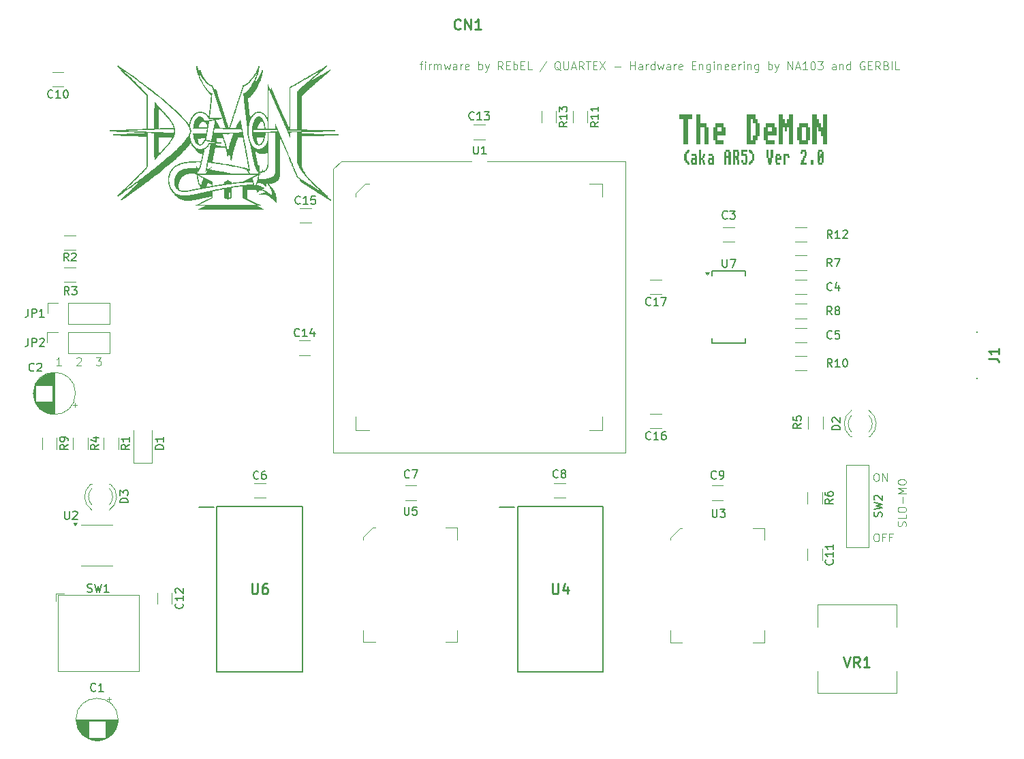
<source format=gbr>
%TF.GenerationSoftware,KiCad,Pcbnew,9.0.1-9.0.1-0~ubuntu22.04.1*%
%TF.CreationDate,2025-10-29T18:08:32+00:00*%
%TF.ProjectId,DeMoN_2.0_PLCC,44654d6f-4e5f-4322-9e30-5f504c43432e,rev?*%
%TF.SameCoordinates,Original*%
%TF.FileFunction,Legend,Top*%
%TF.FilePolarity,Positive*%
%FSLAX46Y46*%
G04 Gerber Fmt 4.6, Leading zero omitted, Abs format (unit mm)*
G04 Created by KiCad (PCBNEW 9.0.1-9.0.1-0~ubuntu22.04.1) date 2025-10-29 18:08:32*
%MOMM*%
%LPD*%
G01*
G04 APERTURE LIST*
%ADD10C,0.150000*%
%ADD11C,0.100000*%
%ADD12C,0.300000*%
%ADD13C,0.254000*%
%ADD14C,0.120000*%
%ADD15C,0.200000*%
%ADD16C,0.000000*%
%ADD17C,0.325000*%
G04 APERTURE END LIST*
D10*
X132205179Y-101772019D02*
X132205179Y-102581542D01*
X132205179Y-102581542D02*
X132252798Y-102676780D01*
X132252798Y-102676780D02*
X132300417Y-102724400D01*
X132300417Y-102724400D02*
X132395655Y-102772019D01*
X132395655Y-102772019D02*
X132586131Y-102772019D01*
X132586131Y-102772019D02*
X132681369Y-102724400D01*
X132681369Y-102724400D02*
X132728988Y-102676780D01*
X132728988Y-102676780D02*
X132776607Y-102581542D01*
X132776607Y-102581542D02*
X132776607Y-101772019D01*
X133728988Y-101772019D02*
X133252798Y-101772019D01*
X133252798Y-101772019D02*
X133205179Y-102248209D01*
X133205179Y-102248209D02*
X133252798Y-102200590D01*
X133252798Y-102200590D02*
X133348036Y-102152971D01*
X133348036Y-102152971D02*
X133586131Y-102152971D01*
X133586131Y-102152971D02*
X133681369Y-102200590D01*
X133681369Y-102200590D02*
X133728988Y-102248209D01*
X133728988Y-102248209D02*
X133776607Y-102343447D01*
X133776607Y-102343447D02*
X133776607Y-102581542D01*
X133776607Y-102581542D02*
X133728988Y-102676780D01*
X133728988Y-102676780D02*
X133681369Y-102724400D01*
X133681369Y-102724400D02*
X133586131Y-102772019D01*
X133586131Y-102772019D02*
X133348036Y-102772019D01*
X133348036Y-102772019D02*
X133252798Y-102724400D01*
X133252798Y-102724400D02*
X133205179Y-102676780D01*
X170485179Y-102042019D02*
X170485179Y-102851542D01*
X170485179Y-102851542D02*
X170532798Y-102946780D01*
X170532798Y-102946780D02*
X170580417Y-102994400D01*
X170580417Y-102994400D02*
X170675655Y-103042019D01*
X170675655Y-103042019D02*
X170866131Y-103042019D01*
X170866131Y-103042019D02*
X170961369Y-102994400D01*
X170961369Y-102994400D02*
X171008988Y-102946780D01*
X171008988Y-102946780D02*
X171056607Y-102851542D01*
X171056607Y-102851542D02*
X171056607Y-102042019D01*
X171437560Y-102042019D02*
X172056607Y-102042019D01*
X172056607Y-102042019D02*
X171723274Y-102422971D01*
X171723274Y-102422971D02*
X171866131Y-102422971D01*
X171866131Y-102422971D02*
X171961369Y-102470590D01*
X171961369Y-102470590D02*
X172008988Y-102518209D01*
X172008988Y-102518209D02*
X172056607Y-102613447D01*
X172056607Y-102613447D02*
X172056607Y-102851542D01*
X172056607Y-102851542D02*
X172008988Y-102946780D01*
X172008988Y-102946780D02*
X171961369Y-102994400D01*
X171961369Y-102994400D02*
X171866131Y-103042019D01*
X171866131Y-103042019D02*
X171580417Y-103042019D01*
X171580417Y-103042019D02*
X171485179Y-102994400D01*
X171485179Y-102994400D02*
X171437560Y-102946780D01*
D11*
X89556093Y-84174619D02*
X88984665Y-84174619D01*
X89270379Y-84174619D02*
X89270379Y-83174619D01*
X89270379Y-83174619D02*
X89175141Y-83317476D01*
X89175141Y-83317476D02*
X89079903Y-83412714D01*
X89079903Y-83412714D02*
X88984665Y-83460333D01*
X91460856Y-83269857D02*
X91508475Y-83222238D01*
X91508475Y-83222238D02*
X91603713Y-83174619D01*
X91603713Y-83174619D02*
X91841808Y-83174619D01*
X91841808Y-83174619D02*
X91937046Y-83222238D01*
X91937046Y-83222238D02*
X91984665Y-83269857D01*
X91984665Y-83269857D02*
X92032284Y-83365095D01*
X92032284Y-83365095D02*
X92032284Y-83460333D01*
X92032284Y-83460333D02*
X91984665Y-83603190D01*
X91984665Y-83603190D02*
X91413237Y-84174619D01*
X91413237Y-84174619D02*
X92032284Y-84174619D01*
X93889428Y-83174619D02*
X94508475Y-83174619D01*
X94508475Y-83174619D02*
X94175142Y-83555571D01*
X94175142Y-83555571D02*
X94317999Y-83555571D01*
X94317999Y-83555571D02*
X94413237Y-83603190D01*
X94413237Y-83603190D02*
X94460856Y-83650809D01*
X94460856Y-83650809D02*
X94508475Y-83746047D01*
X94508475Y-83746047D02*
X94508475Y-83984142D01*
X94508475Y-83984142D02*
X94460856Y-84079380D01*
X94460856Y-84079380D02*
X94413237Y-84127000D01*
X94413237Y-84127000D02*
X94317999Y-84174619D01*
X94317999Y-84174619D02*
X94032285Y-84174619D01*
X94032285Y-84174619D02*
X93937047Y-84127000D01*
X93937047Y-84127000D02*
X93889428Y-84079380D01*
X190752760Y-105064619D02*
X190943236Y-105064619D01*
X190943236Y-105064619D02*
X191038474Y-105112238D01*
X191038474Y-105112238D02*
X191133712Y-105207476D01*
X191133712Y-105207476D02*
X191181331Y-105397952D01*
X191181331Y-105397952D02*
X191181331Y-105731285D01*
X191181331Y-105731285D02*
X191133712Y-105921761D01*
X191133712Y-105921761D02*
X191038474Y-106017000D01*
X191038474Y-106017000D02*
X190943236Y-106064619D01*
X190943236Y-106064619D02*
X190752760Y-106064619D01*
X190752760Y-106064619D02*
X190657522Y-106017000D01*
X190657522Y-106017000D02*
X190562284Y-105921761D01*
X190562284Y-105921761D02*
X190514665Y-105731285D01*
X190514665Y-105731285D02*
X190514665Y-105397952D01*
X190514665Y-105397952D02*
X190562284Y-105207476D01*
X190562284Y-105207476D02*
X190657522Y-105112238D01*
X190657522Y-105112238D02*
X190752760Y-105064619D01*
X191943236Y-105540809D02*
X191609903Y-105540809D01*
X191609903Y-106064619D02*
X191609903Y-105064619D01*
X191609903Y-105064619D02*
X192086093Y-105064619D01*
X192800379Y-105540809D02*
X192467046Y-105540809D01*
X192467046Y-106064619D02*
X192467046Y-105064619D01*
X192467046Y-105064619D02*
X192943236Y-105064619D01*
D12*
G36*
X166883884Y-53508956D02*
G01*
X166356320Y-53508956D01*
X166356320Y-52971683D01*
X167939014Y-52971683D01*
X167939014Y-53508956D01*
X167420608Y-53508956D01*
X167420608Y-56664635D01*
X166883884Y-56664635D01*
X166883884Y-53508956D01*
G37*
G36*
X168991578Y-56664635D02*
G01*
X168454854Y-56664635D01*
X168454854Y-52971683D01*
X168991578Y-52971683D01*
X168991578Y-54026812D01*
X169775048Y-54026812D01*
X169775048Y-54554377D01*
X170037548Y-54554377D01*
X170037548Y-56664635D01*
X169500824Y-56664635D01*
X169500824Y-54564085D01*
X168991578Y-54564085D01*
X168991578Y-56664635D01*
G37*
G36*
X171878162Y-54542653D02*
G01*
X172136083Y-54542653D01*
X172136083Y-55609506D01*
X171090113Y-55609506D01*
X171090113Y-56127362D01*
X171878162Y-56127362D01*
X171878162Y-56664635D01*
X170811309Y-56664635D01*
X170811309Y-56137070D01*
X170553389Y-56137070D01*
X170553389Y-55072233D01*
X171090113Y-55072233D01*
X171599359Y-55072233D01*
X171599359Y-54564085D01*
X171090113Y-54564085D01*
X171090113Y-55072233D01*
X170553389Y-55072233D01*
X170553389Y-54542653D01*
X170811309Y-54542653D01*
X170811309Y-54026812D01*
X171878162Y-54026812D01*
X171878162Y-54542653D01*
G37*
G36*
X175816761Y-53499248D02*
G01*
X176075231Y-53499248D01*
X176075231Y-54026812D01*
X176333152Y-54026812D01*
X176333152Y-55621230D01*
X176075231Y-55621230D01*
X176075231Y-56137070D01*
X175816761Y-56137070D01*
X175816761Y-56664635D01*
X174750458Y-56664635D01*
X174750458Y-56127362D01*
X175287182Y-56127362D01*
X175538508Y-56127362D01*
X175538508Y-55609506D01*
X175805038Y-55609506D01*
X175805038Y-54038536D01*
X175538508Y-54038536D01*
X175538508Y-53508956D01*
X175287182Y-53508956D01*
X175287182Y-56127362D01*
X174750458Y-56127362D01*
X174750458Y-52971683D01*
X175816761Y-52971683D01*
X175816761Y-53499248D01*
G37*
G36*
X178173766Y-54542653D02*
G01*
X178431686Y-54542653D01*
X178431686Y-55609506D01*
X177385716Y-55609506D01*
X177385716Y-56127362D01*
X178173766Y-56127362D01*
X178173766Y-56664635D01*
X177106913Y-56664635D01*
X177106913Y-56137070D01*
X176848993Y-56137070D01*
X176848993Y-55072233D01*
X177385716Y-55072233D01*
X177894963Y-55072233D01*
X177894963Y-54564085D01*
X177385716Y-54564085D01*
X177385716Y-55072233D01*
X176848993Y-55072233D01*
X176848993Y-54542653D01*
X177106913Y-54542653D01*
X177106913Y-54026812D01*
X178173766Y-54026812D01*
X178173766Y-54542653D01*
G37*
G36*
X179477107Y-54566100D02*
G01*
X179226330Y-54566100D01*
X179226330Y-56664635D01*
X178689607Y-56664635D01*
X178689607Y-52971683D01*
X179226330Y-52971683D01*
X179226330Y-53499248D01*
X179488830Y-53499248D01*
X179488830Y-54026812D01*
X179733012Y-54026812D01*
X179733012Y-53499248D01*
X180002656Y-53499248D01*
X180002656Y-52971683D01*
X180539380Y-52971683D01*
X180539380Y-56664635D01*
X180002656Y-56664635D01*
X180002656Y-54566100D01*
X179744736Y-54566100D01*
X179744736Y-55093665D01*
X179477107Y-55093665D01*
X179477107Y-54566100D01*
G37*
G36*
X182370835Y-54542653D02*
G01*
X182628755Y-54542653D01*
X182628755Y-56137070D01*
X182370835Y-56137070D01*
X182370835Y-56664635D01*
X181303982Y-56664635D01*
X181303982Y-56137070D01*
X181046062Y-56137070D01*
X181046062Y-56127362D01*
X181582785Y-56127362D01*
X182092032Y-56127362D01*
X182092032Y-54564085D01*
X181582785Y-54564085D01*
X181582785Y-56127362D01*
X181046062Y-56127362D01*
X181046062Y-54542653D01*
X181303982Y-54542653D01*
X181303982Y-54026812D01*
X182370835Y-54026812D01*
X182370835Y-54542653D01*
G37*
G36*
X183937042Y-55093665D02*
G01*
X183674359Y-55093665D01*
X183674359Y-54566100D01*
X183423400Y-54566100D01*
X183423400Y-56664635D01*
X182886676Y-56664635D01*
X182886676Y-52971683D01*
X183423400Y-52971683D01*
X183423400Y-53499248D01*
X183686083Y-53499248D01*
X183686083Y-54026812D01*
X183948766Y-54026812D01*
X183948766Y-54554377D01*
X184199725Y-54554377D01*
X184199725Y-52971683D01*
X184736449Y-52971683D01*
X184736449Y-56664635D01*
X184199725Y-56664635D01*
X184199725Y-55621230D01*
X183937042Y-55621230D01*
X183937042Y-55093665D01*
G37*
G36*
X167253642Y-58919635D02*
G01*
X167121384Y-58919635D01*
X167121384Y-58661715D01*
X166991142Y-58661715D01*
X166991142Y-57864506D01*
X167121384Y-57864506D01*
X167121384Y-57600724D01*
X167253642Y-57600724D01*
X167253642Y-57471763D01*
X167385167Y-57471763D01*
X167385167Y-57336941D01*
X167653529Y-57336941D01*
X167653529Y-57605578D01*
X167522279Y-57605578D01*
X167522279Y-57738385D01*
X167389746Y-57738385D01*
X167389746Y-57870368D01*
X167259504Y-57870368D01*
X167259504Y-58649991D01*
X167389746Y-58649991D01*
X167389746Y-58781974D01*
X167522279Y-58781974D01*
X167522279Y-58914781D01*
X167653529Y-58914781D01*
X167653529Y-59183417D01*
X167385167Y-59183417D01*
X167385167Y-59048595D01*
X167253642Y-59048595D01*
X167253642Y-58919635D01*
G37*
G36*
X168439014Y-58127281D02*
G01*
X168567974Y-58127281D01*
X168567974Y-59183417D01*
X167905587Y-59183417D01*
X167905587Y-58919635D01*
X167776627Y-58919635D01*
X167776627Y-58914781D01*
X168044989Y-58914781D01*
X168299612Y-58914781D01*
X168299612Y-58655853D01*
X168044989Y-58655853D01*
X168044989Y-58914781D01*
X167776627Y-58914781D01*
X167776627Y-58650998D01*
X167905587Y-58650998D01*
X167905587Y-58387216D01*
X168299612Y-58387216D01*
X168299612Y-58133142D01*
X167905587Y-58133142D01*
X167905587Y-57864506D01*
X168439014Y-57864506D01*
X168439014Y-58127281D01*
G37*
G36*
X169219919Y-58122426D02*
G01*
X169353184Y-58122426D01*
X169353184Y-57864506D01*
X169617241Y-57864506D01*
X169617241Y-58133142D01*
X169488281Y-58133142D01*
X169488281Y-58393078D01*
X169359046Y-58393078D01*
X169359046Y-58649991D01*
X169488281Y-58649991D01*
X169488281Y-58914781D01*
X169617241Y-58914781D01*
X169617241Y-59183417D01*
X169353184Y-59183417D01*
X169353184Y-58919635D01*
X169219919Y-58919635D01*
X169219919Y-58655853D01*
X169094256Y-58655853D01*
X169094256Y-59183417D01*
X168825894Y-59183417D01*
X168825894Y-57336941D01*
X169094256Y-57336941D01*
X169094256Y-58387216D01*
X169219919Y-58387216D01*
X169219919Y-58122426D01*
G37*
G36*
X170537548Y-58127281D02*
G01*
X170666508Y-58127281D01*
X170666508Y-59183417D01*
X170004122Y-59183417D01*
X170004122Y-58919635D01*
X169875162Y-58919635D01*
X169875162Y-58914781D01*
X170143523Y-58914781D01*
X170398147Y-58914781D01*
X170398147Y-58655853D01*
X170143523Y-58655853D01*
X170143523Y-58914781D01*
X169875162Y-58914781D01*
X169875162Y-58650998D01*
X170004122Y-58650998D01*
X170004122Y-58387216D01*
X170398147Y-58387216D01*
X170398147Y-58133142D01*
X170004122Y-58133142D01*
X170004122Y-57864506D01*
X170537548Y-57864506D01*
X170537548Y-58127281D01*
G37*
G36*
X172636083Y-57600724D02*
G01*
X172765043Y-57600724D01*
X172765043Y-59183417D01*
X172496681Y-59183417D01*
X172496681Y-58396925D01*
X172242058Y-58396925D01*
X172242058Y-59183417D01*
X171973696Y-59183417D01*
X171973696Y-58128288D01*
X172242058Y-58128288D01*
X172496681Y-58128288D01*
X172496681Y-57605578D01*
X172242058Y-57605578D01*
X172242058Y-58128288D01*
X171973696Y-58128288D01*
X171973696Y-57600724D01*
X172102656Y-57600724D01*
X172102656Y-57336941D01*
X172636083Y-57336941D01*
X172636083Y-57600724D01*
G37*
G36*
X173685350Y-57600724D02*
G01*
X173814310Y-57600724D01*
X173814310Y-58134150D01*
X173685350Y-58134150D01*
X173685350Y-58649991D01*
X173814310Y-58649991D01*
X173814310Y-59183417D01*
X173545948Y-59183417D01*
X173545948Y-58655853D01*
X173416988Y-58655853D01*
X173416988Y-58396925D01*
X173291325Y-58396925D01*
X173291325Y-59183417D01*
X173022963Y-59183417D01*
X173022963Y-58128288D01*
X173291325Y-58128288D01*
X173545948Y-58128288D01*
X173545948Y-57605578D01*
X173291325Y-57605578D01*
X173291325Y-58128288D01*
X173022963Y-58128288D01*
X173022963Y-57336941D01*
X173685350Y-57336941D01*
X173685350Y-57600724D01*
G37*
G36*
X174072231Y-58650998D02*
G01*
X174340592Y-58650998D01*
X174340592Y-58914781D01*
X174595216Y-58914781D01*
X174595216Y-58133142D01*
X174072231Y-58133142D01*
X174072231Y-57336941D01*
X174863577Y-57336941D01*
X174863577Y-57605578D01*
X174340592Y-57605578D01*
X174340592Y-57864506D01*
X174734617Y-57864506D01*
X174734617Y-58122426D01*
X174863577Y-58122426D01*
X174863577Y-58919635D01*
X174734617Y-58919635D01*
X174734617Y-59183417D01*
X174201191Y-59183417D01*
X174201191Y-58919635D01*
X174072231Y-58919635D01*
X174072231Y-58650998D01*
G37*
G36*
X174992538Y-58914781D02*
G01*
X175123788Y-58914781D01*
X175123788Y-58781974D01*
X175256320Y-58781974D01*
X175256320Y-58649991D01*
X175386562Y-58649991D01*
X175386562Y-57870368D01*
X175256320Y-57870368D01*
X175256320Y-57738385D01*
X175123788Y-57738385D01*
X175123788Y-57605578D01*
X174992538Y-57605578D01*
X174992538Y-57336941D01*
X175260900Y-57336941D01*
X175260900Y-57471763D01*
X175392424Y-57471763D01*
X175392424Y-57600724D01*
X175524682Y-57600724D01*
X175524682Y-57864506D01*
X175654924Y-57864506D01*
X175654924Y-58661715D01*
X175524682Y-58661715D01*
X175524682Y-58919635D01*
X175392424Y-58919635D01*
X175392424Y-59048595D01*
X175260900Y-59048595D01*
X175260900Y-59183417D01*
X174992538Y-59183417D01*
X174992538Y-58914781D01*
G37*
G36*
X177220032Y-57336941D02*
G01*
X177488394Y-57336941D01*
X177488394Y-58386209D01*
X177746315Y-58386209D01*
X177746315Y-57336941D01*
X178011379Y-57336941D01*
X178011379Y-58392070D01*
X177882419Y-58392070D01*
X177882419Y-58919543D01*
X177752177Y-58919543D01*
X177752177Y-59183417D01*
X177483815Y-59183417D01*
X177483815Y-58919543D01*
X177348993Y-58919543D01*
X177348993Y-58392070D01*
X177220032Y-58392070D01*
X177220032Y-57336941D01*
G37*
G36*
X178931686Y-58122426D02*
G01*
X179060647Y-58122426D01*
X179060647Y-58655853D01*
X178537662Y-58655853D01*
X178537662Y-58914781D01*
X178931686Y-58914781D01*
X178931686Y-59183417D01*
X178398260Y-59183417D01*
X178398260Y-58919635D01*
X178269300Y-58919635D01*
X178269300Y-58387216D01*
X178537662Y-58387216D01*
X178792285Y-58387216D01*
X178792285Y-58133142D01*
X178537662Y-58133142D01*
X178537662Y-58387216D01*
X178269300Y-58387216D01*
X178269300Y-58122426D01*
X178398260Y-58122426D01*
X178398260Y-57864506D01*
X178931686Y-57864506D01*
X178931686Y-58122426D01*
G37*
G36*
X179586929Y-59183417D02*
G01*
X179318567Y-59183417D01*
X179318567Y-57864506D01*
X179978664Y-57864506D01*
X179978664Y-58128288D01*
X180109914Y-58128288D01*
X180109914Y-58396925D01*
X179841552Y-58396925D01*
X179841552Y-58133142D01*
X179586929Y-58133142D01*
X179586929Y-59183417D01*
G37*
G36*
X181417102Y-58914781D02*
G01*
X181547344Y-58914781D01*
X181547344Y-58652922D01*
X181680884Y-58652922D01*
X181680884Y-58390605D01*
X181811126Y-58390605D01*
X181811126Y-58128288D01*
X181943384Y-58128288D01*
X181943384Y-57605578D01*
X181685463Y-57605578D01*
X181685463Y-57869360D01*
X181417102Y-57869360D01*
X181417102Y-57600724D01*
X181547344Y-57600724D01*
X181547344Y-57336941D01*
X182079488Y-57336941D01*
X182079488Y-57600724D01*
X182208448Y-57600724D01*
X182208448Y-58134150D01*
X182079488Y-58134150D01*
X182079488Y-58396467D01*
X181949246Y-58396467D01*
X181949246Y-58658784D01*
X181815706Y-58658784D01*
X181815706Y-58914781D01*
X182208448Y-58914781D01*
X182208448Y-59183417D01*
X181417102Y-59183417D01*
X181417102Y-58914781D01*
G37*
G36*
X182730151Y-58649991D02*
G01*
X182998513Y-58649991D01*
X182998513Y-59183417D01*
X182730151Y-59183417D01*
X182730151Y-58649991D01*
G37*
G36*
X184178023Y-57600724D02*
G01*
X184306983Y-57600724D01*
X184306983Y-58919635D01*
X184178023Y-58919635D01*
X184178023Y-59183417D01*
X183644596Y-59183417D01*
X183644596Y-58919635D01*
X183515636Y-58919635D01*
X183515636Y-58661715D01*
X183783998Y-58661715D01*
X183783998Y-58914781D01*
X184038621Y-58914781D01*
X184038621Y-58397932D01*
X183914240Y-58397932D01*
X183914240Y-58661715D01*
X183783998Y-58661715D01*
X183515636Y-58661715D01*
X183515636Y-58128288D01*
X183783998Y-58128288D01*
X183908379Y-58128288D01*
X183908379Y-57864506D01*
X184038621Y-57864506D01*
X184038621Y-57605578D01*
X183783998Y-57605578D01*
X183783998Y-58128288D01*
X183515636Y-58128288D01*
X183515636Y-57600724D01*
X183644596Y-57600724D01*
X183644596Y-57336941D01*
X184178023Y-57336941D01*
X184178023Y-57600724D01*
G37*
D11*
X134088873Y-46707952D02*
X134469825Y-46707952D01*
X134231730Y-47374619D02*
X134231730Y-46517476D01*
X134231730Y-46517476D02*
X134279349Y-46422238D01*
X134279349Y-46422238D02*
X134374587Y-46374619D01*
X134374587Y-46374619D02*
X134469825Y-46374619D01*
X134803159Y-47374619D02*
X134803159Y-46707952D01*
X134803159Y-46374619D02*
X134755540Y-46422238D01*
X134755540Y-46422238D02*
X134803159Y-46469857D01*
X134803159Y-46469857D02*
X134850778Y-46422238D01*
X134850778Y-46422238D02*
X134803159Y-46374619D01*
X134803159Y-46374619D02*
X134803159Y-46469857D01*
X135279349Y-47374619D02*
X135279349Y-46707952D01*
X135279349Y-46898428D02*
X135326968Y-46803190D01*
X135326968Y-46803190D02*
X135374587Y-46755571D01*
X135374587Y-46755571D02*
X135469825Y-46707952D01*
X135469825Y-46707952D02*
X135565063Y-46707952D01*
X135898397Y-47374619D02*
X135898397Y-46707952D01*
X135898397Y-46803190D02*
X135946016Y-46755571D01*
X135946016Y-46755571D02*
X136041254Y-46707952D01*
X136041254Y-46707952D02*
X136184111Y-46707952D01*
X136184111Y-46707952D02*
X136279349Y-46755571D01*
X136279349Y-46755571D02*
X136326968Y-46850809D01*
X136326968Y-46850809D02*
X136326968Y-47374619D01*
X136326968Y-46850809D02*
X136374587Y-46755571D01*
X136374587Y-46755571D02*
X136469825Y-46707952D01*
X136469825Y-46707952D02*
X136612682Y-46707952D01*
X136612682Y-46707952D02*
X136707921Y-46755571D01*
X136707921Y-46755571D02*
X136755540Y-46850809D01*
X136755540Y-46850809D02*
X136755540Y-47374619D01*
X137136492Y-46707952D02*
X137326968Y-47374619D01*
X137326968Y-47374619D02*
X137517444Y-46898428D01*
X137517444Y-46898428D02*
X137707920Y-47374619D01*
X137707920Y-47374619D02*
X137898396Y-46707952D01*
X138707920Y-47374619D02*
X138707920Y-46850809D01*
X138707920Y-46850809D02*
X138660301Y-46755571D01*
X138660301Y-46755571D02*
X138565063Y-46707952D01*
X138565063Y-46707952D02*
X138374587Y-46707952D01*
X138374587Y-46707952D02*
X138279349Y-46755571D01*
X138707920Y-47327000D02*
X138612682Y-47374619D01*
X138612682Y-47374619D02*
X138374587Y-47374619D01*
X138374587Y-47374619D02*
X138279349Y-47327000D01*
X138279349Y-47327000D02*
X138231730Y-47231761D01*
X138231730Y-47231761D02*
X138231730Y-47136523D01*
X138231730Y-47136523D02*
X138279349Y-47041285D01*
X138279349Y-47041285D02*
X138374587Y-46993666D01*
X138374587Y-46993666D02*
X138612682Y-46993666D01*
X138612682Y-46993666D02*
X138707920Y-46946047D01*
X139184111Y-47374619D02*
X139184111Y-46707952D01*
X139184111Y-46898428D02*
X139231730Y-46803190D01*
X139231730Y-46803190D02*
X139279349Y-46755571D01*
X139279349Y-46755571D02*
X139374587Y-46707952D01*
X139374587Y-46707952D02*
X139469825Y-46707952D01*
X140184111Y-47327000D02*
X140088873Y-47374619D01*
X140088873Y-47374619D02*
X139898397Y-47374619D01*
X139898397Y-47374619D02*
X139803159Y-47327000D01*
X139803159Y-47327000D02*
X139755540Y-47231761D01*
X139755540Y-47231761D02*
X139755540Y-46850809D01*
X139755540Y-46850809D02*
X139803159Y-46755571D01*
X139803159Y-46755571D02*
X139898397Y-46707952D01*
X139898397Y-46707952D02*
X140088873Y-46707952D01*
X140088873Y-46707952D02*
X140184111Y-46755571D01*
X140184111Y-46755571D02*
X140231730Y-46850809D01*
X140231730Y-46850809D02*
X140231730Y-46946047D01*
X140231730Y-46946047D02*
X139755540Y-47041285D01*
X141422207Y-47374619D02*
X141422207Y-46374619D01*
X141422207Y-46755571D02*
X141517445Y-46707952D01*
X141517445Y-46707952D02*
X141707921Y-46707952D01*
X141707921Y-46707952D02*
X141803159Y-46755571D01*
X141803159Y-46755571D02*
X141850778Y-46803190D01*
X141850778Y-46803190D02*
X141898397Y-46898428D01*
X141898397Y-46898428D02*
X141898397Y-47184142D01*
X141898397Y-47184142D02*
X141850778Y-47279380D01*
X141850778Y-47279380D02*
X141803159Y-47327000D01*
X141803159Y-47327000D02*
X141707921Y-47374619D01*
X141707921Y-47374619D02*
X141517445Y-47374619D01*
X141517445Y-47374619D02*
X141422207Y-47327000D01*
X142231731Y-46707952D02*
X142469826Y-47374619D01*
X142707921Y-46707952D02*
X142469826Y-47374619D01*
X142469826Y-47374619D02*
X142374588Y-47612714D01*
X142374588Y-47612714D02*
X142326969Y-47660333D01*
X142326969Y-47660333D02*
X142231731Y-47707952D01*
X144422207Y-47374619D02*
X144088874Y-46898428D01*
X143850779Y-47374619D02*
X143850779Y-46374619D01*
X143850779Y-46374619D02*
X144231731Y-46374619D01*
X144231731Y-46374619D02*
X144326969Y-46422238D01*
X144326969Y-46422238D02*
X144374588Y-46469857D01*
X144374588Y-46469857D02*
X144422207Y-46565095D01*
X144422207Y-46565095D02*
X144422207Y-46707952D01*
X144422207Y-46707952D02*
X144374588Y-46803190D01*
X144374588Y-46803190D02*
X144326969Y-46850809D01*
X144326969Y-46850809D02*
X144231731Y-46898428D01*
X144231731Y-46898428D02*
X143850779Y-46898428D01*
X144850779Y-46850809D02*
X145184112Y-46850809D01*
X145326969Y-47374619D02*
X144850779Y-47374619D01*
X144850779Y-47374619D02*
X144850779Y-46374619D01*
X144850779Y-46374619D02*
X145326969Y-46374619D01*
X145755541Y-47374619D02*
X145755541Y-46374619D01*
X145755541Y-46755571D02*
X145850779Y-46707952D01*
X145850779Y-46707952D02*
X146041255Y-46707952D01*
X146041255Y-46707952D02*
X146136493Y-46755571D01*
X146136493Y-46755571D02*
X146184112Y-46803190D01*
X146184112Y-46803190D02*
X146231731Y-46898428D01*
X146231731Y-46898428D02*
X146231731Y-47184142D01*
X146231731Y-47184142D02*
X146184112Y-47279380D01*
X146184112Y-47279380D02*
X146136493Y-47327000D01*
X146136493Y-47327000D02*
X146041255Y-47374619D01*
X146041255Y-47374619D02*
X145850779Y-47374619D01*
X145850779Y-47374619D02*
X145755541Y-47327000D01*
X146660303Y-46850809D02*
X146993636Y-46850809D01*
X147136493Y-47374619D02*
X146660303Y-47374619D01*
X146660303Y-47374619D02*
X146660303Y-46374619D01*
X146660303Y-46374619D02*
X147136493Y-46374619D01*
X148041255Y-47374619D02*
X147565065Y-47374619D01*
X147565065Y-47374619D02*
X147565065Y-46374619D01*
X149850779Y-46327000D02*
X148993637Y-47612714D01*
X151612684Y-47469857D02*
X151517446Y-47422238D01*
X151517446Y-47422238D02*
X151422208Y-47327000D01*
X151422208Y-47327000D02*
X151279351Y-47184142D01*
X151279351Y-47184142D02*
X151184113Y-47136523D01*
X151184113Y-47136523D02*
X151088875Y-47136523D01*
X151136494Y-47374619D02*
X151041256Y-47327000D01*
X151041256Y-47327000D02*
X150946018Y-47231761D01*
X150946018Y-47231761D02*
X150898399Y-47041285D01*
X150898399Y-47041285D02*
X150898399Y-46707952D01*
X150898399Y-46707952D02*
X150946018Y-46517476D01*
X150946018Y-46517476D02*
X151041256Y-46422238D01*
X151041256Y-46422238D02*
X151136494Y-46374619D01*
X151136494Y-46374619D02*
X151326970Y-46374619D01*
X151326970Y-46374619D02*
X151422208Y-46422238D01*
X151422208Y-46422238D02*
X151517446Y-46517476D01*
X151517446Y-46517476D02*
X151565065Y-46707952D01*
X151565065Y-46707952D02*
X151565065Y-47041285D01*
X151565065Y-47041285D02*
X151517446Y-47231761D01*
X151517446Y-47231761D02*
X151422208Y-47327000D01*
X151422208Y-47327000D02*
X151326970Y-47374619D01*
X151326970Y-47374619D02*
X151136494Y-47374619D01*
X151993637Y-46374619D02*
X151993637Y-47184142D01*
X151993637Y-47184142D02*
X152041256Y-47279380D01*
X152041256Y-47279380D02*
X152088875Y-47327000D01*
X152088875Y-47327000D02*
X152184113Y-47374619D01*
X152184113Y-47374619D02*
X152374589Y-47374619D01*
X152374589Y-47374619D02*
X152469827Y-47327000D01*
X152469827Y-47327000D02*
X152517446Y-47279380D01*
X152517446Y-47279380D02*
X152565065Y-47184142D01*
X152565065Y-47184142D02*
X152565065Y-46374619D01*
X152993637Y-47088904D02*
X153469827Y-47088904D01*
X152898399Y-47374619D02*
X153231732Y-46374619D01*
X153231732Y-46374619D02*
X153565065Y-47374619D01*
X154469827Y-47374619D02*
X154136494Y-46898428D01*
X153898399Y-47374619D02*
X153898399Y-46374619D01*
X153898399Y-46374619D02*
X154279351Y-46374619D01*
X154279351Y-46374619D02*
X154374589Y-46422238D01*
X154374589Y-46422238D02*
X154422208Y-46469857D01*
X154422208Y-46469857D02*
X154469827Y-46565095D01*
X154469827Y-46565095D02*
X154469827Y-46707952D01*
X154469827Y-46707952D02*
X154422208Y-46803190D01*
X154422208Y-46803190D02*
X154374589Y-46850809D01*
X154374589Y-46850809D02*
X154279351Y-46898428D01*
X154279351Y-46898428D02*
X153898399Y-46898428D01*
X154755542Y-46374619D02*
X155326970Y-46374619D01*
X155041256Y-47374619D02*
X155041256Y-46374619D01*
X155660304Y-46850809D02*
X155993637Y-46850809D01*
X156136494Y-47374619D02*
X155660304Y-47374619D01*
X155660304Y-47374619D02*
X155660304Y-46374619D01*
X155660304Y-46374619D02*
X156136494Y-46374619D01*
X156469828Y-46374619D02*
X157136494Y-47374619D01*
X157136494Y-46374619D02*
X156469828Y-47374619D01*
X158279352Y-46993666D02*
X159041257Y-46993666D01*
X160279352Y-47374619D02*
X160279352Y-46374619D01*
X160279352Y-46850809D02*
X160850780Y-46850809D01*
X160850780Y-47374619D02*
X160850780Y-46374619D01*
X161755542Y-47374619D02*
X161755542Y-46850809D01*
X161755542Y-46850809D02*
X161707923Y-46755571D01*
X161707923Y-46755571D02*
X161612685Y-46707952D01*
X161612685Y-46707952D02*
X161422209Y-46707952D01*
X161422209Y-46707952D02*
X161326971Y-46755571D01*
X161755542Y-47327000D02*
X161660304Y-47374619D01*
X161660304Y-47374619D02*
X161422209Y-47374619D01*
X161422209Y-47374619D02*
X161326971Y-47327000D01*
X161326971Y-47327000D02*
X161279352Y-47231761D01*
X161279352Y-47231761D02*
X161279352Y-47136523D01*
X161279352Y-47136523D02*
X161326971Y-47041285D01*
X161326971Y-47041285D02*
X161422209Y-46993666D01*
X161422209Y-46993666D02*
X161660304Y-46993666D01*
X161660304Y-46993666D02*
X161755542Y-46946047D01*
X162231733Y-47374619D02*
X162231733Y-46707952D01*
X162231733Y-46898428D02*
X162279352Y-46803190D01*
X162279352Y-46803190D02*
X162326971Y-46755571D01*
X162326971Y-46755571D02*
X162422209Y-46707952D01*
X162422209Y-46707952D02*
X162517447Y-46707952D01*
X163279352Y-47374619D02*
X163279352Y-46374619D01*
X163279352Y-47327000D02*
X163184114Y-47374619D01*
X163184114Y-47374619D02*
X162993638Y-47374619D01*
X162993638Y-47374619D02*
X162898400Y-47327000D01*
X162898400Y-47327000D02*
X162850781Y-47279380D01*
X162850781Y-47279380D02*
X162803162Y-47184142D01*
X162803162Y-47184142D02*
X162803162Y-46898428D01*
X162803162Y-46898428D02*
X162850781Y-46803190D01*
X162850781Y-46803190D02*
X162898400Y-46755571D01*
X162898400Y-46755571D02*
X162993638Y-46707952D01*
X162993638Y-46707952D02*
X163184114Y-46707952D01*
X163184114Y-46707952D02*
X163279352Y-46755571D01*
X163660305Y-46707952D02*
X163850781Y-47374619D01*
X163850781Y-47374619D02*
X164041257Y-46898428D01*
X164041257Y-46898428D02*
X164231733Y-47374619D01*
X164231733Y-47374619D02*
X164422209Y-46707952D01*
X165231733Y-47374619D02*
X165231733Y-46850809D01*
X165231733Y-46850809D02*
X165184114Y-46755571D01*
X165184114Y-46755571D02*
X165088876Y-46707952D01*
X165088876Y-46707952D02*
X164898400Y-46707952D01*
X164898400Y-46707952D02*
X164803162Y-46755571D01*
X165231733Y-47327000D02*
X165136495Y-47374619D01*
X165136495Y-47374619D02*
X164898400Y-47374619D01*
X164898400Y-47374619D02*
X164803162Y-47327000D01*
X164803162Y-47327000D02*
X164755543Y-47231761D01*
X164755543Y-47231761D02*
X164755543Y-47136523D01*
X164755543Y-47136523D02*
X164803162Y-47041285D01*
X164803162Y-47041285D02*
X164898400Y-46993666D01*
X164898400Y-46993666D02*
X165136495Y-46993666D01*
X165136495Y-46993666D02*
X165231733Y-46946047D01*
X165707924Y-47374619D02*
X165707924Y-46707952D01*
X165707924Y-46898428D02*
X165755543Y-46803190D01*
X165755543Y-46803190D02*
X165803162Y-46755571D01*
X165803162Y-46755571D02*
X165898400Y-46707952D01*
X165898400Y-46707952D02*
X165993638Y-46707952D01*
X166707924Y-47327000D02*
X166612686Y-47374619D01*
X166612686Y-47374619D02*
X166422210Y-47374619D01*
X166422210Y-47374619D02*
X166326972Y-47327000D01*
X166326972Y-47327000D02*
X166279353Y-47231761D01*
X166279353Y-47231761D02*
X166279353Y-46850809D01*
X166279353Y-46850809D02*
X166326972Y-46755571D01*
X166326972Y-46755571D02*
X166422210Y-46707952D01*
X166422210Y-46707952D02*
X166612686Y-46707952D01*
X166612686Y-46707952D02*
X166707924Y-46755571D01*
X166707924Y-46755571D02*
X166755543Y-46850809D01*
X166755543Y-46850809D02*
X166755543Y-46946047D01*
X166755543Y-46946047D02*
X166279353Y-47041285D01*
X167946020Y-46850809D02*
X168279353Y-46850809D01*
X168422210Y-47374619D02*
X167946020Y-47374619D01*
X167946020Y-47374619D02*
X167946020Y-46374619D01*
X167946020Y-46374619D02*
X168422210Y-46374619D01*
X168850782Y-46707952D02*
X168850782Y-47374619D01*
X168850782Y-46803190D02*
X168898401Y-46755571D01*
X168898401Y-46755571D02*
X168993639Y-46707952D01*
X168993639Y-46707952D02*
X169136496Y-46707952D01*
X169136496Y-46707952D02*
X169231734Y-46755571D01*
X169231734Y-46755571D02*
X169279353Y-46850809D01*
X169279353Y-46850809D02*
X169279353Y-47374619D01*
X170184115Y-46707952D02*
X170184115Y-47517476D01*
X170184115Y-47517476D02*
X170136496Y-47612714D01*
X170136496Y-47612714D02*
X170088877Y-47660333D01*
X170088877Y-47660333D02*
X169993639Y-47707952D01*
X169993639Y-47707952D02*
X169850782Y-47707952D01*
X169850782Y-47707952D02*
X169755544Y-47660333D01*
X170184115Y-47327000D02*
X170088877Y-47374619D01*
X170088877Y-47374619D02*
X169898401Y-47374619D01*
X169898401Y-47374619D02*
X169803163Y-47327000D01*
X169803163Y-47327000D02*
X169755544Y-47279380D01*
X169755544Y-47279380D02*
X169707925Y-47184142D01*
X169707925Y-47184142D02*
X169707925Y-46898428D01*
X169707925Y-46898428D02*
X169755544Y-46803190D01*
X169755544Y-46803190D02*
X169803163Y-46755571D01*
X169803163Y-46755571D02*
X169898401Y-46707952D01*
X169898401Y-46707952D02*
X170088877Y-46707952D01*
X170088877Y-46707952D02*
X170184115Y-46755571D01*
X170660306Y-47374619D02*
X170660306Y-46707952D01*
X170660306Y-46374619D02*
X170612687Y-46422238D01*
X170612687Y-46422238D02*
X170660306Y-46469857D01*
X170660306Y-46469857D02*
X170707925Y-46422238D01*
X170707925Y-46422238D02*
X170660306Y-46374619D01*
X170660306Y-46374619D02*
X170660306Y-46469857D01*
X171136496Y-46707952D02*
X171136496Y-47374619D01*
X171136496Y-46803190D02*
X171184115Y-46755571D01*
X171184115Y-46755571D02*
X171279353Y-46707952D01*
X171279353Y-46707952D02*
X171422210Y-46707952D01*
X171422210Y-46707952D02*
X171517448Y-46755571D01*
X171517448Y-46755571D02*
X171565067Y-46850809D01*
X171565067Y-46850809D02*
X171565067Y-47374619D01*
X172422210Y-47327000D02*
X172326972Y-47374619D01*
X172326972Y-47374619D02*
X172136496Y-47374619D01*
X172136496Y-47374619D02*
X172041258Y-47327000D01*
X172041258Y-47327000D02*
X171993639Y-47231761D01*
X171993639Y-47231761D02*
X171993639Y-46850809D01*
X171993639Y-46850809D02*
X172041258Y-46755571D01*
X172041258Y-46755571D02*
X172136496Y-46707952D01*
X172136496Y-46707952D02*
X172326972Y-46707952D01*
X172326972Y-46707952D02*
X172422210Y-46755571D01*
X172422210Y-46755571D02*
X172469829Y-46850809D01*
X172469829Y-46850809D02*
X172469829Y-46946047D01*
X172469829Y-46946047D02*
X171993639Y-47041285D01*
X173279353Y-47327000D02*
X173184115Y-47374619D01*
X173184115Y-47374619D02*
X172993639Y-47374619D01*
X172993639Y-47374619D02*
X172898401Y-47327000D01*
X172898401Y-47327000D02*
X172850782Y-47231761D01*
X172850782Y-47231761D02*
X172850782Y-46850809D01*
X172850782Y-46850809D02*
X172898401Y-46755571D01*
X172898401Y-46755571D02*
X172993639Y-46707952D01*
X172993639Y-46707952D02*
X173184115Y-46707952D01*
X173184115Y-46707952D02*
X173279353Y-46755571D01*
X173279353Y-46755571D02*
X173326972Y-46850809D01*
X173326972Y-46850809D02*
X173326972Y-46946047D01*
X173326972Y-46946047D02*
X172850782Y-47041285D01*
X173755544Y-47374619D02*
X173755544Y-46707952D01*
X173755544Y-46898428D02*
X173803163Y-46803190D01*
X173803163Y-46803190D02*
X173850782Y-46755571D01*
X173850782Y-46755571D02*
X173946020Y-46707952D01*
X173946020Y-46707952D02*
X174041258Y-46707952D01*
X174374592Y-47374619D02*
X174374592Y-46707952D01*
X174374592Y-46374619D02*
X174326973Y-46422238D01*
X174326973Y-46422238D02*
X174374592Y-46469857D01*
X174374592Y-46469857D02*
X174422211Y-46422238D01*
X174422211Y-46422238D02*
X174374592Y-46374619D01*
X174374592Y-46374619D02*
X174374592Y-46469857D01*
X174850782Y-46707952D02*
X174850782Y-47374619D01*
X174850782Y-46803190D02*
X174898401Y-46755571D01*
X174898401Y-46755571D02*
X174993639Y-46707952D01*
X174993639Y-46707952D02*
X175136496Y-46707952D01*
X175136496Y-46707952D02*
X175231734Y-46755571D01*
X175231734Y-46755571D02*
X175279353Y-46850809D01*
X175279353Y-46850809D02*
X175279353Y-47374619D01*
X176184115Y-46707952D02*
X176184115Y-47517476D01*
X176184115Y-47517476D02*
X176136496Y-47612714D01*
X176136496Y-47612714D02*
X176088877Y-47660333D01*
X176088877Y-47660333D02*
X175993639Y-47707952D01*
X175993639Y-47707952D02*
X175850782Y-47707952D01*
X175850782Y-47707952D02*
X175755544Y-47660333D01*
X176184115Y-47327000D02*
X176088877Y-47374619D01*
X176088877Y-47374619D02*
X175898401Y-47374619D01*
X175898401Y-47374619D02*
X175803163Y-47327000D01*
X175803163Y-47327000D02*
X175755544Y-47279380D01*
X175755544Y-47279380D02*
X175707925Y-47184142D01*
X175707925Y-47184142D02*
X175707925Y-46898428D01*
X175707925Y-46898428D02*
X175755544Y-46803190D01*
X175755544Y-46803190D02*
X175803163Y-46755571D01*
X175803163Y-46755571D02*
X175898401Y-46707952D01*
X175898401Y-46707952D02*
X176088877Y-46707952D01*
X176088877Y-46707952D02*
X176184115Y-46755571D01*
X177422211Y-47374619D02*
X177422211Y-46374619D01*
X177422211Y-46755571D02*
X177517449Y-46707952D01*
X177517449Y-46707952D02*
X177707925Y-46707952D01*
X177707925Y-46707952D02*
X177803163Y-46755571D01*
X177803163Y-46755571D02*
X177850782Y-46803190D01*
X177850782Y-46803190D02*
X177898401Y-46898428D01*
X177898401Y-46898428D02*
X177898401Y-47184142D01*
X177898401Y-47184142D02*
X177850782Y-47279380D01*
X177850782Y-47279380D02*
X177803163Y-47327000D01*
X177803163Y-47327000D02*
X177707925Y-47374619D01*
X177707925Y-47374619D02*
X177517449Y-47374619D01*
X177517449Y-47374619D02*
X177422211Y-47327000D01*
X178231735Y-46707952D02*
X178469830Y-47374619D01*
X178707925Y-46707952D02*
X178469830Y-47374619D01*
X178469830Y-47374619D02*
X178374592Y-47612714D01*
X178374592Y-47612714D02*
X178326973Y-47660333D01*
X178326973Y-47660333D02*
X178231735Y-47707952D01*
X179850783Y-47374619D02*
X179850783Y-46374619D01*
X179850783Y-46374619D02*
X180422211Y-47374619D01*
X180422211Y-47374619D02*
X180422211Y-46374619D01*
X180850783Y-47088904D02*
X181326973Y-47088904D01*
X180755545Y-47374619D02*
X181088878Y-46374619D01*
X181088878Y-46374619D02*
X181422211Y-47374619D01*
X182279354Y-47374619D02*
X181707926Y-47374619D01*
X181993640Y-47374619D02*
X181993640Y-46374619D01*
X181993640Y-46374619D02*
X181898402Y-46517476D01*
X181898402Y-46517476D02*
X181803164Y-46612714D01*
X181803164Y-46612714D02*
X181707926Y-46660333D01*
X182898402Y-46374619D02*
X182993640Y-46374619D01*
X182993640Y-46374619D02*
X183088878Y-46422238D01*
X183088878Y-46422238D02*
X183136497Y-46469857D01*
X183136497Y-46469857D02*
X183184116Y-46565095D01*
X183184116Y-46565095D02*
X183231735Y-46755571D01*
X183231735Y-46755571D02*
X183231735Y-46993666D01*
X183231735Y-46993666D02*
X183184116Y-47184142D01*
X183184116Y-47184142D02*
X183136497Y-47279380D01*
X183136497Y-47279380D02*
X183088878Y-47327000D01*
X183088878Y-47327000D02*
X182993640Y-47374619D01*
X182993640Y-47374619D02*
X182898402Y-47374619D01*
X182898402Y-47374619D02*
X182803164Y-47327000D01*
X182803164Y-47327000D02*
X182755545Y-47279380D01*
X182755545Y-47279380D02*
X182707926Y-47184142D01*
X182707926Y-47184142D02*
X182660307Y-46993666D01*
X182660307Y-46993666D02*
X182660307Y-46755571D01*
X182660307Y-46755571D02*
X182707926Y-46565095D01*
X182707926Y-46565095D02*
X182755545Y-46469857D01*
X182755545Y-46469857D02*
X182803164Y-46422238D01*
X182803164Y-46422238D02*
X182898402Y-46374619D01*
X183565069Y-46374619D02*
X184184116Y-46374619D01*
X184184116Y-46374619D02*
X183850783Y-46755571D01*
X183850783Y-46755571D02*
X183993640Y-46755571D01*
X183993640Y-46755571D02*
X184088878Y-46803190D01*
X184088878Y-46803190D02*
X184136497Y-46850809D01*
X184136497Y-46850809D02*
X184184116Y-46946047D01*
X184184116Y-46946047D02*
X184184116Y-47184142D01*
X184184116Y-47184142D02*
X184136497Y-47279380D01*
X184136497Y-47279380D02*
X184088878Y-47327000D01*
X184088878Y-47327000D02*
X183993640Y-47374619D01*
X183993640Y-47374619D02*
X183707926Y-47374619D01*
X183707926Y-47374619D02*
X183612688Y-47327000D01*
X183612688Y-47327000D02*
X183565069Y-47279380D01*
X185803164Y-47374619D02*
X185803164Y-46850809D01*
X185803164Y-46850809D02*
X185755545Y-46755571D01*
X185755545Y-46755571D02*
X185660307Y-46707952D01*
X185660307Y-46707952D02*
X185469831Y-46707952D01*
X185469831Y-46707952D02*
X185374593Y-46755571D01*
X185803164Y-47327000D02*
X185707926Y-47374619D01*
X185707926Y-47374619D02*
X185469831Y-47374619D01*
X185469831Y-47374619D02*
X185374593Y-47327000D01*
X185374593Y-47327000D02*
X185326974Y-47231761D01*
X185326974Y-47231761D02*
X185326974Y-47136523D01*
X185326974Y-47136523D02*
X185374593Y-47041285D01*
X185374593Y-47041285D02*
X185469831Y-46993666D01*
X185469831Y-46993666D02*
X185707926Y-46993666D01*
X185707926Y-46993666D02*
X185803164Y-46946047D01*
X186279355Y-46707952D02*
X186279355Y-47374619D01*
X186279355Y-46803190D02*
X186326974Y-46755571D01*
X186326974Y-46755571D02*
X186422212Y-46707952D01*
X186422212Y-46707952D02*
X186565069Y-46707952D01*
X186565069Y-46707952D02*
X186660307Y-46755571D01*
X186660307Y-46755571D02*
X186707926Y-46850809D01*
X186707926Y-46850809D02*
X186707926Y-47374619D01*
X187612688Y-47374619D02*
X187612688Y-46374619D01*
X187612688Y-47327000D02*
X187517450Y-47374619D01*
X187517450Y-47374619D02*
X187326974Y-47374619D01*
X187326974Y-47374619D02*
X187231736Y-47327000D01*
X187231736Y-47327000D02*
X187184117Y-47279380D01*
X187184117Y-47279380D02*
X187136498Y-47184142D01*
X187136498Y-47184142D02*
X187136498Y-46898428D01*
X187136498Y-46898428D02*
X187184117Y-46803190D01*
X187184117Y-46803190D02*
X187231736Y-46755571D01*
X187231736Y-46755571D02*
X187326974Y-46707952D01*
X187326974Y-46707952D02*
X187517450Y-46707952D01*
X187517450Y-46707952D02*
X187612688Y-46755571D01*
X189374593Y-46422238D02*
X189279355Y-46374619D01*
X189279355Y-46374619D02*
X189136498Y-46374619D01*
X189136498Y-46374619D02*
X188993641Y-46422238D01*
X188993641Y-46422238D02*
X188898403Y-46517476D01*
X188898403Y-46517476D02*
X188850784Y-46612714D01*
X188850784Y-46612714D02*
X188803165Y-46803190D01*
X188803165Y-46803190D02*
X188803165Y-46946047D01*
X188803165Y-46946047D02*
X188850784Y-47136523D01*
X188850784Y-47136523D02*
X188898403Y-47231761D01*
X188898403Y-47231761D02*
X188993641Y-47327000D01*
X188993641Y-47327000D02*
X189136498Y-47374619D01*
X189136498Y-47374619D02*
X189231736Y-47374619D01*
X189231736Y-47374619D02*
X189374593Y-47327000D01*
X189374593Y-47327000D02*
X189422212Y-47279380D01*
X189422212Y-47279380D02*
X189422212Y-46946047D01*
X189422212Y-46946047D02*
X189231736Y-46946047D01*
X189850784Y-46850809D02*
X190184117Y-46850809D01*
X190326974Y-47374619D02*
X189850784Y-47374619D01*
X189850784Y-47374619D02*
X189850784Y-46374619D01*
X189850784Y-46374619D02*
X190326974Y-46374619D01*
X191326974Y-47374619D02*
X190993641Y-46898428D01*
X190755546Y-47374619D02*
X190755546Y-46374619D01*
X190755546Y-46374619D02*
X191136498Y-46374619D01*
X191136498Y-46374619D02*
X191231736Y-46422238D01*
X191231736Y-46422238D02*
X191279355Y-46469857D01*
X191279355Y-46469857D02*
X191326974Y-46565095D01*
X191326974Y-46565095D02*
X191326974Y-46707952D01*
X191326974Y-46707952D02*
X191279355Y-46803190D01*
X191279355Y-46803190D02*
X191231736Y-46850809D01*
X191231736Y-46850809D02*
X191136498Y-46898428D01*
X191136498Y-46898428D02*
X190755546Y-46898428D01*
X192088879Y-46850809D02*
X192231736Y-46898428D01*
X192231736Y-46898428D02*
X192279355Y-46946047D01*
X192279355Y-46946047D02*
X192326974Y-47041285D01*
X192326974Y-47041285D02*
X192326974Y-47184142D01*
X192326974Y-47184142D02*
X192279355Y-47279380D01*
X192279355Y-47279380D02*
X192231736Y-47327000D01*
X192231736Y-47327000D02*
X192136498Y-47374619D01*
X192136498Y-47374619D02*
X191755546Y-47374619D01*
X191755546Y-47374619D02*
X191755546Y-46374619D01*
X191755546Y-46374619D02*
X192088879Y-46374619D01*
X192088879Y-46374619D02*
X192184117Y-46422238D01*
X192184117Y-46422238D02*
X192231736Y-46469857D01*
X192231736Y-46469857D02*
X192279355Y-46565095D01*
X192279355Y-46565095D02*
X192279355Y-46660333D01*
X192279355Y-46660333D02*
X192231736Y-46755571D01*
X192231736Y-46755571D02*
X192184117Y-46803190D01*
X192184117Y-46803190D02*
X192088879Y-46850809D01*
X192088879Y-46850809D02*
X191755546Y-46850809D01*
X192755546Y-47374619D02*
X192755546Y-46374619D01*
X193707926Y-47374619D02*
X193231736Y-47374619D01*
X193231736Y-47374619D02*
X193231736Y-46374619D01*
X190752760Y-97564619D02*
X190943236Y-97564619D01*
X190943236Y-97564619D02*
X191038474Y-97612238D01*
X191038474Y-97612238D02*
X191133712Y-97707476D01*
X191133712Y-97707476D02*
X191181331Y-97897952D01*
X191181331Y-97897952D02*
X191181331Y-98231285D01*
X191181331Y-98231285D02*
X191133712Y-98421761D01*
X191133712Y-98421761D02*
X191038474Y-98517000D01*
X191038474Y-98517000D02*
X190943236Y-98564619D01*
X190943236Y-98564619D02*
X190752760Y-98564619D01*
X190752760Y-98564619D02*
X190657522Y-98517000D01*
X190657522Y-98517000D02*
X190562284Y-98421761D01*
X190562284Y-98421761D02*
X190514665Y-98231285D01*
X190514665Y-98231285D02*
X190514665Y-97897952D01*
X190514665Y-97897952D02*
X190562284Y-97707476D01*
X190562284Y-97707476D02*
X190657522Y-97612238D01*
X190657522Y-97612238D02*
X190752760Y-97564619D01*
X191609903Y-98564619D02*
X191609903Y-97564619D01*
X191609903Y-97564619D02*
X192181331Y-98564619D01*
X192181331Y-98564619D02*
X192181331Y-97564619D01*
X194483200Y-104185934D02*
X194530819Y-104043077D01*
X194530819Y-104043077D02*
X194530819Y-103804982D01*
X194530819Y-103804982D02*
X194483200Y-103709744D01*
X194483200Y-103709744D02*
X194435580Y-103662125D01*
X194435580Y-103662125D02*
X194340342Y-103614506D01*
X194340342Y-103614506D02*
X194245104Y-103614506D01*
X194245104Y-103614506D02*
X194149866Y-103662125D01*
X194149866Y-103662125D02*
X194102247Y-103709744D01*
X194102247Y-103709744D02*
X194054628Y-103804982D01*
X194054628Y-103804982D02*
X194007009Y-103995458D01*
X194007009Y-103995458D02*
X193959390Y-104090696D01*
X193959390Y-104090696D02*
X193911771Y-104138315D01*
X193911771Y-104138315D02*
X193816533Y-104185934D01*
X193816533Y-104185934D02*
X193721295Y-104185934D01*
X193721295Y-104185934D02*
X193626057Y-104138315D01*
X193626057Y-104138315D02*
X193578438Y-104090696D01*
X193578438Y-104090696D02*
X193530819Y-103995458D01*
X193530819Y-103995458D02*
X193530819Y-103757363D01*
X193530819Y-103757363D02*
X193578438Y-103614506D01*
X194530819Y-102709744D02*
X194530819Y-103185934D01*
X194530819Y-103185934D02*
X193530819Y-103185934D01*
X193530819Y-102185934D02*
X193530819Y-101995458D01*
X193530819Y-101995458D02*
X193578438Y-101900220D01*
X193578438Y-101900220D02*
X193673676Y-101804982D01*
X193673676Y-101804982D02*
X193864152Y-101757363D01*
X193864152Y-101757363D02*
X194197485Y-101757363D01*
X194197485Y-101757363D02*
X194387961Y-101804982D01*
X194387961Y-101804982D02*
X194483200Y-101900220D01*
X194483200Y-101900220D02*
X194530819Y-101995458D01*
X194530819Y-101995458D02*
X194530819Y-102185934D01*
X194530819Y-102185934D02*
X194483200Y-102281172D01*
X194483200Y-102281172D02*
X194387961Y-102376410D01*
X194387961Y-102376410D02*
X194197485Y-102424029D01*
X194197485Y-102424029D02*
X193864152Y-102424029D01*
X193864152Y-102424029D02*
X193673676Y-102376410D01*
X193673676Y-102376410D02*
X193578438Y-102281172D01*
X193578438Y-102281172D02*
X193530819Y-102185934D01*
X194149866Y-101328791D02*
X194149866Y-100566887D01*
X194530819Y-100090696D02*
X193530819Y-100090696D01*
X193530819Y-100090696D02*
X194245104Y-99757363D01*
X194245104Y-99757363D02*
X193530819Y-99424030D01*
X193530819Y-99424030D02*
X194530819Y-99424030D01*
X193530819Y-98757363D02*
X193530819Y-98566887D01*
X193530819Y-98566887D02*
X193578438Y-98471649D01*
X193578438Y-98471649D02*
X193673676Y-98376411D01*
X193673676Y-98376411D02*
X193864152Y-98328792D01*
X193864152Y-98328792D02*
X194197485Y-98328792D01*
X194197485Y-98328792D02*
X194387961Y-98376411D01*
X194387961Y-98376411D02*
X194483200Y-98471649D01*
X194483200Y-98471649D02*
X194530819Y-98566887D01*
X194530819Y-98566887D02*
X194530819Y-98757363D01*
X194530819Y-98757363D02*
X194483200Y-98852601D01*
X194483200Y-98852601D02*
X194387961Y-98947839D01*
X194387961Y-98947839D02*
X194197485Y-98995458D01*
X194197485Y-98995458D02*
X193864152Y-98995458D01*
X193864152Y-98995458D02*
X193673676Y-98947839D01*
X193673676Y-98947839D02*
X193578438Y-98852601D01*
X193578438Y-98852601D02*
X193530819Y-98757363D01*
D10*
X90541733Y-75377019D02*
X90208400Y-74900828D01*
X89970305Y-75377019D02*
X89970305Y-74377019D01*
X89970305Y-74377019D02*
X90351257Y-74377019D01*
X90351257Y-74377019D02*
X90446495Y-74424638D01*
X90446495Y-74424638D02*
X90494114Y-74472257D01*
X90494114Y-74472257D02*
X90541733Y-74567495D01*
X90541733Y-74567495D02*
X90541733Y-74710352D01*
X90541733Y-74710352D02*
X90494114Y-74805590D01*
X90494114Y-74805590D02*
X90446495Y-74853209D01*
X90446495Y-74853209D02*
X90351257Y-74900828D01*
X90351257Y-74900828D02*
X89970305Y-74900828D01*
X90875067Y-74377019D02*
X91494114Y-74377019D01*
X91494114Y-74377019D02*
X91160781Y-74757971D01*
X91160781Y-74757971D02*
X91303638Y-74757971D01*
X91303638Y-74757971D02*
X91398876Y-74805590D01*
X91398876Y-74805590D02*
X91446495Y-74853209D01*
X91446495Y-74853209D02*
X91494114Y-74948447D01*
X91494114Y-74948447D02*
X91494114Y-75186542D01*
X91494114Y-75186542D02*
X91446495Y-75281780D01*
X91446495Y-75281780D02*
X91398876Y-75329400D01*
X91398876Y-75329400D02*
X91303638Y-75377019D01*
X91303638Y-75377019D02*
X91017924Y-75377019D01*
X91017924Y-75377019D02*
X90922686Y-75329400D01*
X90922686Y-75329400D02*
X90875067Y-75281780D01*
X162818042Y-76611780D02*
X162770423Y-76659400D01*
X162770423Y-76659400D02*
X162627566Y-76707019D01*
X162627566Y-76707019D02*
X162532328Y-76707019D01*
X162532328Y-76707019D02*
X162389471Y-76659400D01*
X162389471Y-76659400D02*
X162294233Y-76564161D01*
X162294233Y-76564161D02*
X162246614Y-76468923D01*
X162246614Y-76468923D02*
X162198995Y-76278447D01*
X162198995Y-76278447D02*
X162198995Y-76135590D01*
X162198995Y-76135590D02*
X162246614Y-75945114D01*
X162246614Y-75945114D02*
X162294233Y-75849876D01*
X162294233Y-75849876D02*
X162389471Y-75754638D01*
X162389471Y-75754638D02*
X162532328Y-75707019D01*
X162532328Y-75707019D02*
X162627566Y-75707019D01*
X162627566Y-75707019D02*
X162770423Y-75754638D01*
X162770423Y-75754638D02*
X162818042Y-75802257D01*
X163770423Y-76707019D02*
X163198995Y-76707019D01*
X163484709Y-76707019D02*
X163484709Y-75707019D01*
X163484709Y-75707019D02*
X163389471Y-75849876D01*
X163389471Y-75849876D02*
X163294233Y-75945114D01*
X163294233Y-75945114D02*
X163198995Y-75992733D01*
X164103757Y-75707019D02*
X164770423Y-75707019D01*
X164770423Y-75707019D02*
X164341852Y-76707019D01*
X191507200Y-102983332D02*
X191554819Y-102840475D01*
X191554819Y-102840475D02*
X191554819Y-102602380D01*
X191554819Y-102602380D02*
X191507200Y-102507142D01*
X191507200Y-102507142D02*
X191459580Y-102459523D01*
X191459580Y-102459523D02*
X191364342Y-102411904D01*
X191364342Y-102411904D02*
X191269104Y-102411904D01*
X191269104Y-102411904D02*
X191173866Y-102459523D01*
X191173866Y-102459523D02*
X191126247Y-102507142D01*
X191126247Y-102507142D02*
X191078628Y-102602380D01*
X191078628Y-102602380D02*
X191031009Y-102792856D01*
X191031009Y-102792856D02*
X190983390Y-102888094D01*
X190983390Y-102888094D02*
X190935771Y-102935713D01*
X190935771Y-102935713D02*
X190840533Y-102983332D01*
X190840533Y-102983332D02*
X190745295Y-102983332D01*
X190745295Y-102983332D02*
X190650057Y-102935713D01*
X190650057Y-102935713D02*
X190602438Y-102888094D01*
X190602438Y-102888094D02*
X190554819Y-102792856D01*
X190554819Y-102792856D02*
X190554819Y-102554761D01*
X190554819Y-102554761D02*
X190602438Y-102411904D01*
X190554819Y-102078570D02*
X191554819Y-101840475D01*
X191554819Y-101840475D02*
X190840533Y-101649999D01*
X190840533Y-101649999D02*
X191554819Y-101459523D01*
X191554819Y-101459523D02*
X190554819Y-101221428D01*
X190650057Y-100888094D02*
X190602438Y-100840475D01*
X190602438Y-100840475D02*
X190554819Y-100745237D01*
X190554819Y-100745237D02*
X190554819Y-100507142D01*
X190554819Y-100507142D02*
X190602438Y-100411904D01*
X190602438Y-100411904D02*
X190650057Y-100364285D01*
X190650057Y-100364285D02*
X190745295Y-100316666D01*
X190745295Y-100316666D02*
X190840533Y-100316666D01*
X190840533Y-100316666D02*
X190983390Y-100364285D01*
X190983390Y-100364285D02*
X191554819Y-100935713D01*
X191554819Y-100935713D02*
X191554819Y-100316666D01*
X93833333Y-124609580D02*
X93785714Y-124657200D01*
X93785714Y-124657200D02*
X93642857Y-124704819D01*
X93642857Y-124704819D02*
X93547619Y-124704819D01*
X93547619Y-124704819D02*
X93404762Y-124657200D01*
X93404762Y-124657200D02*
X93309524Y-124561961D01*
X93309524Y-124561961D02*
X93261905Y-124466723D01*
X93261905Y-124466723D02*
X93214286Y-124276247D01*
X93214286Y-124276247D02*
X93214286Y-124133390D01*
X93214286Y-124133390D02*
X93261905Y-123942914D01*
X93261905Y-123942914D02*
X93309524Y-123847676D01*
X93309524Y-123847676D02*
X93404762Y-123752438D01*
X93404762Y-123752438D02*
X93547619Y-123704819D01*
X93547619Y-123704819D02*
X93642857Y-123704819D01*
X93642857Y-123704819D02*
X93785714Y-123752438D01*
X93785714Y-123752438D02*
X93833333Y-123800057D01*
X94785714Y-124704819D02*
X94214286Y-124704819D01*
X94500000Y-124704819D02*
X94500000Y-123704819D01*
X94500000Y-123704819D02*
X94404762Y-123847676D01*
X94404762Y-123847676D02*
X94309524Y-123942914D01*
X94309524Y-123942914D02*
X94214286Y-123990533D01*
X97864819Y-101233094D02*
X96864819Y-101233094D01*
X96864819Y-101233094D02*
X96864819Y-100994999D01*
X96864819Y-100994999D02*
X96912438Y-100852142D01*
X96912438Y-100852142D02*
X97007676Y-100756904D01*
X97007676Y-100756904D02*
X97102914Y-100709285D01*
X97102914Y-100709285D02*
X97293390Y-100661666D01*
X97293390Y-100661666D02*
X97436247Y-100661666D01*
X97436247Y-100661666D02*
X97626723Y-100709285D01*
X97626723Y-100709285D02*
X97721961Y-100756904D01*
X97721961Y-100756904D02*
X97817200Y-100852142D01*
X97817200Y-100852142D02*
X97864819Y-100994999D01*
X97864819Y-100994999D02*
X97864819Y-101233094D01*
X96864819Y-100328332D02*
X96864819Y-99709285D01*
X96864819Y-99709285D02*
X97245771Y-100042618D01*
X97245771Y-100042618D02*
X97245771Y-99899761D01*
X97245771Y-99899761D02*
X97293390Y-99804523D01*
X97293390Y-99804523D02*
X97341009Y-99756904D01*
X97341009Y-99756904D02*
X97436247Y-99709285D01*
X97436247Y-99709285D02*
X97674342Y-99709285D01*
X97674342Y-99709285D02*
X97769580Y-99756904D01*
X97769580Y-99756904D02*
X97817200Y-99804523D01*
X97817200Y-99804523D02*
X97864819Y-99899761D01*
X97864819Y-99899761D02*
X97864819Y-100185475D01*
X97864819Y-100185475D02*
X97817200Y-100280713D01*
X97817200Y-100280713D02*
X97769580Y-100328332D01*
X114061733Y-98231780D02*
X114014114Y-98279400D01*
X114014114Y-98279400D02*
X113871257Y-98327019D01*
X113871257Y-98327019D02*
X113776019Y-98327019D01*
X113776019Y-98327019D02*
X113633162Y-98279400D01*
X113633162Y-98279400D02*
X113537924Y-98184161D01*
X113537924Y-98184161D02*
X113490305Y-98088923D01*
X113490305Y-98088923D02*
X113442686Y-97898447D01*
X113442686Y-97898447D02*
X113442686Y-97755590D01*
X113442686Y-97755590D02*
X113490305Y-97565114D01*
X113490305Y-97565114D02*
X113537924Y-97469876D01*
X113537924Y-97469876D02*
X113633162Y-97374638D01*
X113633162Y-97374638D02*
X113776019Y-97327019D01*
X113776019Y-97327019D02*
X113871257Y-97327019D01*
X113871257Y-97327019D02*
X114014114Y-97374638D01*
X114014114Y-97374638D02*
X114061733Y-97422257D01*
X114918876Y-97327019D02*
X114728400Y-97327019D01*
X114728400Y-97327019D02*
X114633162Y-97374638D01*
X114633162Y-97374638D02*
X114585543Y-97422257D01*
X114585543Y-97422257D02*
X114490305Y-97565114D01*
X114490305Y-97565114D02*
X114442686Y-97755590D01*
X114442686Y-97755590D02*
X114442686Y-98136542D01*
X114442686Y-98136542D02*
X114490305Y-98231780D01*
X114490305Y-98231780D02*
X114537924Y-98279400D01*
X114537924Y-98279400D02*
X114633162Y-98327019D01*
X114633162Y-98327019D02*
X114823638Y-98327019D01*
X114823638Y-98327019D02*
X114918876Y-98279400D01*
X114918876Y-98279400D02*
X114966495Y-98231780D01*
X114966495Y-98231780D02*
X115014114Y-98136542D01*
X115014114Y-98136542D02*
X115014114Y-97898447D01*
X115014114Y-97898447D02*
X114966495Y-97803209D01*
X114966495Y-97803209D02*
X114918876Y-97755590D01*
X114918876Y-97755590D02*
X114823638Y-97707971D01*
X114823638Y-97707971D02*
X114633162Y-97707971D01*
X114633162Y-97707971D02*
X114537924Y-97755590D01*
X114537924Y-97755590D02*
X114490305Y-97803209D01*
X114490305Y-97803209D02*
X114442686Y-97898447D01*
X185331733Y-74761780D02*
X185284114Y-74809400D01*
X185284114Y-74809400D02*
X185141257Y-74857019D01*
X185141257Y-74857019D02*
X185046019Y-74857019D01*
X185046019Y-74857019D02*
X184903162Y-74809400D01*
X184903162Y-74809400D02*
X184807924Y-74714161D01*
X184807924Y-74714161D02*
X184760305Y-74618923D01*
X184760305Y-74618923D02*
X184712686Y-74428447D01*
X184712686Y-74428447D02*
X184712686Y-74285590D01*
X184712686Y-74285590D02*
X184760305Y-74095114D01*
X184760305Y-74095114D02*
X184807924Y-73999876D01*
X184807924Y-73999876D02*
X184903162Y-73904638D01*
X184903162Y-73904638D02*
X185046019Y-73857019D01*
X185046019Y-73857019D02*
X185141257Y-73857019D01*
X185141257Y-73857019D02*
X185284114Y-73904638D01*
X185284114Y-73904638D02*
X185331733Y-73952257D01*
X186188876Y-74190352D02*
X186188876Y-74857019D01*
X185950781Y-73809400D02*
X185712686Y-74523685D01*
X185712686Y-74523685D02*
X186331733Y-74523685D01*
X85450066Y-80797019D02*
X85450066Y-81511304D01*
X85450066Y-81511304D02*
X85402447Y-81654161D01*
X85402447Y-81654161D02*
X85307209Y-81749400D01*
X85307209Y-81749400D02*
X85164352Y-81797019D01*
X85164352Y-81797019D02*
X85069114Y-81797019D01*
X85926257Y-81797019D02*
X85926257Y-80797019D01*
X85926257Y-80797019D02*
X86307209Y-80797019D01*
X86307209Y-80797019D02*
X86402447Y-80844638D01*
X86402447Y-80844638D02*
X86450066Y-80892257D01*
X86450066Y-80892257D02*
X86497685Y-80987495D01*
X86497685Y-80987495D02*
X86497685Y-81130352D01*
X86497685Y-81130352D02*
X86450066Y-81225590D01*
X86450066Y-81225590D02*
X86402447Y-81273209D01*
X86402447Y-81273209D02*
X86307209Y-81320828D01*
X86307209Y-81320828D02*
X85926257Y-81320828D01*
X86878638Y-80892257D02*
X86926257Y-80844638D01*
X86926257Y-80844638D02*
X87021495Y-80797019D01*
X87021495Y-80797019D02*
X87259590Y-80797019D01*
X87259590Y-80797019D02*
X87354828Y-80844638D01*
X87354828Y-80844638D02*
X87402447Y-80892257D01*
X87402447Y-80892257D02*
X87450066Y-80987495D01*
X87450066Y-80987495D02*
X87450066Y-81082733D01*
X87450066Y-81082733D02*
X87402447Y-81225590D01*
X87402447Y-81225590D02*
X86831019Y-81797019D01*
X86831019Y-81797019D02*
X87450066Y-81797019D01*
X185331733Y-80761780D02*
X185284114Y-80809400D01*
X185284114Y-80809400D02*
X185141257Y-80857019D01*
X185141257Y-80857019D02*
X185046019Y-80857019D01*
X185046019Y-80857019D02*
X184903162Y-80809400D01*
X184903162Y-80809400D02*
X184807924Y-80714161D01*
X184807924Y-80714161D02*
X184760305Y-80618923D01*
X184760305Y-80618923D02*
X184712686Y-80428447D01*
X184712686Y-80428447D02*
X184712686Y-80285590D01*
X184712686Y-80285590D02*
X184760305Y-80095114D01*
X184760305Y-80095114D02*
X184807924Y-79999876D01*
X184807924Y-79999876D02*
X184903162Y-79904638D01*
X184903162Y-79904638D02*
X185046019Y-79857019D01*
X185046019Y-79857019D02*
X185141257Y-79857019D01*
X185141257Y-79857019D02*
X185284114Y-79904638D01*
X185284114Y-79904638D02*
X185331733Y-79952257D01*
X186236495Y-79857019D02*
X185760305Y-79857019D01*
X185760305Y-79857019D02*
X185712686Y-80333209D01*
X185712686Y-80333209D02*
X185760305Y-80285590D01*
X185760305Y-80285590D02*
X185855543Y-80237971D01*
X185855543Y-80237971D02*
X186093638Y-80237971D01*
X186093638Y-80237971D02*
X186188876Y-80285590D01*
X186188876Y-80285590D02*
X186236495Y-80333209D01*
X186236495Y-80333209D02*
X186284114Y-80428447D01*
X186284114Y-80428447D02*
X186284114Y-80666542D01*
X186284114Y-80666542D02*
X186236495Y-80761780D01*
X186236495Y-80761780D02*
X186188876Y-80809400D01*
X186188876Y-80809400D02*
X186093638Y-80857019D01*
X186093638Y-80857019D02*
X185855543Y-80857019D01*
X185855543Y-80857019D02*
X185760305Y-80809400D01*
X185760305Y-80809400D02*
X185712686Y-80761780D01*
X92816667Y-112307200D02*
X92959524Y-112354819D01*
X92959524Y-112354819D02*
X93197619Y-112354819D01*
X93197619Y-112354819D02*
X93292857Y-112307200D01*
X93292857Y-112307200D02*
X93340476Y-112259580D01*
X93340476Y-112259580D02*
X93388095Y-112164342D01*
X93388095Y-112164342D02*
X93388095Y-112069104D01*
X93388095Y-112069104D02*
X93340476Y-111973866D01*
X93340476Y-111973866D02*
X93292857Y-111926247D01*
X93292857Y-111926247D02*
X93197619Y-111878628D01*
X93197619Y-111878628D02*
X93007143Y-111831009D01*
X93007143Y-111831009D02*
X92911905Y-111783390D01*
X92911905Y-111783390D02*
X92864286Y-111735771D01*
X92864286Y-111735771D02*
X92816667Y-111640533D01*
X92816667Y-111640533D02*
X92816667Y-111545295D01*
X92816667Y-111545295D02*
X92864286Y-111450057D01*
X92864286Y-111450057D02*
X92911905Y-111402438D01*
X92911905Y-111402438D02*
X93007143Y-111354819D01*
X93007143Y-111354819D02*
X93245238Y-111354819D01*
X93245238Y-111354819D02*
X93388095Y-111402438D01*
X93721429Y-111354819D02*
X93959524Y-112354819D01*
X93959524Y-112354819D02*
X94150000Y-111640533D01*
X94150000Y-111640533D02*
X94340476Y-112354819D01*
X94340476Y-112354819D02*
X94578572Y-111354819D01*
X95483333Y-112354819D02*
X94911905Y-112354819D01*
X95197619Y-112354819D02*
X95197619Y-111354819D01*
X95197619Y-111354819D02*
X95102381Y-111497676D01*
X95102381Y-111497676D02*
X95007143Y-111592914D01*
X95007143Y-111592914D02*
X94911905Y-111640533D01*
X185355542Y-84357019D02*
X185022209Y-83880828D01*
X184784114Y-84357019D02*
X184784114Y-83357019D01*
X184784114Y-83357019D02*
X185165066Y-83357019D01*
X185165066Y-83357019D02*
X185260304Y-83404638D01*
X185260304Y-83404638D02*
X185307923Y-83452257D01*
X185307923Y-83452257D02*
X185355542Y-83547495D01*
X185355542Y-83547495D02*
X185355542Y-83690352D01*
X185355542Y-83690352D02*
X185307923Y-83785590D01*
X185307923Y-83785590D02*
X185260304Y-83833209D01*
X185260304Y-83833209D02*
X185165066Y-83880828D01*
X185165066Y-83880828D02*
X184784114Y-83880828D01*
X186307923Y-84357019D02*
X185736495Y-84357019D01*
X186022209Y-84357019D02*
X186022209Y-83357019D01*
X186022209Y-83357019D02*
X185926971Y-83499876D01*
X185926971Y-83499876D02*
X185831733Y-83595114D01*
X185831733Y-83595114D02*
X185736495Y-83642733D01*
X186926971Y-83357019D02*
X187022209Y-83357019D01*
X187022209Y-83357019D02*
X187117447Y-83404638D01*
X187117447Y-83404638D02*
X187165066Y-83452257D01*
X187165066Y-83452257D02*
X187212685Y-83547495D01*
X187212685Y-83547495D02*
X187260304Y-83737971D01*
X187260304Y-83737971D02*
X187260304Y-83976066D01*
X187260304Y-83976066D02*
X187212685Y-84166542D01*
X187212685Y-84166542D02*
X187165066Y-84261780D01*
X187165066Y-84261780D02*
X187117447Y-84309400D01*
X187117447Y-84309400D02*
X187022209Y-84357019D01*
X187022209Y-84357019D02*
X186926971Y-84357019D01*
X186926971Y-84357019D02*
X186831733Y-84309400D01*
X186831733Y-84309400D02*
X186784114Y-84261780D01*
X186784114Y-84261780D02*
X186736495Y-84166542D01*
X186736495Y-84166542D02*
X186688876Y-83976066D01*
X186688876Y-83976066D02*
X186688876Y-83737971D01*
X186688876Y-83737971D02*
X186736495Y-83547495D01*
X186736495Y-83547495D02*
X186784114Y-83452257D01*
X186784114Y-83452257D02*
X186831733Y-83404638D01*
X186831733Y-83404638D02*
X186926971Y-83357019D01*
X140796495Y-56887019D02*
X140796495Y-57696542D01*
X140796495Y-57696542D02*
X140844114Y-57791780D01*
X140844114Y-57791780D02*
X140891733Y-57839400D01*
X140891733Y-57839400D02*
X140986971Y-57887019D01*
X140986971Y-57887019D02*
X141177447Y-57887019D01*
X141177447Y-57887019D02*
X141272685Y-57839400D01*
X141272685Y-57839400D02*
X141320304Y-57791780D01*
X141320304Y-57791780D02*
X141367923Y-57696542D01*
X141367923Y-57696542D02*
X141367923Y-56887019D01*
X142367923Y-57887019D02*
X141796495Y-57887019D01*
X142082209Y-57887019D02*
X142082209Y-56887019D01*
X142082209Y-56887019D02*
X141986971Y-57029876D01*
X141986971Y-57029876D02*
X141891733Y-57125114D01*
X141891733Y-57125114D02*
X141796495Y-57172733D01*
X185331733Y-77857019D02*
X184998400Y-77380828D01*
X184760305Y-77857019D02*
X184760305Y-76857019D01*
X184760305Y-76857019D02*
X185141257Y-76857019D01*
X185141257Y-76857019D02*
X185236495Y-76904638D01*
X185236495Y-76904638D02*
X185284114Y-76952257D01*
X185284114Y-76952257D02*
X185331733Y-77047495D01*
X185331733Y-77047495D02*
X185331733Y-77190352D01*
X185331733Y-77190352D02*
X185284114Y-77285590D01*
X185284114Y-77285590D02*
X185236495Y-77333209D01*
X185236495Y-77333209D02*
X185141257Y-77380828D01*
X185141257Y-77380828D02*
X184760305Y-77380828D01*
X185903162Y-77285590D02*
X185807924Y-77237971D01*
X185807924Y-77237971D02*
X185760305Y-77190352D01*
X185760305Y-77190352D02*
X185712686Y-77095114D01*
X185712686Y-77095114D02*
X185712686Y-77047495D01*
X185712686Y-77047495D02*
X185760305Y-76952257D01*
X185760305Y-76952257D02*
X185807924Y-76904638D01*
X185807924Y-76904638D02*
X185903162Y-76857019D01*
X185903162Y-76857019D02*
X186093638Y-76857019D01*
X186093638Y-76857019D02*
X186188876Y-76904638D01*
X186188876Y-76904638D02*
X186236495Y-76952257D01*
X186236495Y-76952257D02*
X186284114Y-77047495D01*
X186284114Y-77047495D02*
X186284114Y-77095114D01*
X186284114Y-77095114D02*
X186236495Y-77190352D01*
X186236495Y-77190352D02*
X186188876Y-77237971D01*
X186188876Y-77237971D02*
X186093638Y-77285590D01*
X186093638Y-77285590D02*
X185903162Y-77285590D01*
X185903162Y-77285590D02*
X185807924Y-77333209D01*
X185807924Y-77333209D02*
X185760305Y-77380828D01*
X185760305Y-77380828D02*
X185712686Y-77476066D01*
X185712686Y-77476066D02*
X185712686Y-77666542D01*
X185712686Y-77666542D02*
X185760305Y-77761780D01*
X185760305Y-77761780D02*
X185807924Y-77809400D01*
X185807924Y-77809400D02*
X185903162Y-77857019D01*
X185903162Y-77857019D02*
X186093638Y-77857019D01*
X186093638Y-77857019D02*
X186188876Y-77809400D01*
X186188876Y-77809400D02*
X186236495Y-77761780D01*
X186236495Y-77761780D02*
X186284114Y-77666542D01*
X186284114Y-77666542D02*
X186284114Y-77476066D01*
X186284114Y-77476066D02*
X186236495Y-77380828D01*
X186236495Y-77380828D02*
X186188876Y-77333209D01*
X186188876Y-77333209D02*
X186093638Y-77285590D01*
D13*
X150590780Y-111304318D02*
X150590780Y-112332413D01*
X150590780Y-112332413D02*
X150651257Y-112453365D01*
X150651257Y-112453365D02*
X150711733Y-112513842D01*
X150711733Y-112513842D02*
X150832685Y-112574318D01*
X150832685Y-112574318D02*
X151074590Y-112574318D01*
X151074590Y-112574318D02*
X151195542Y-112513842D01*
X151195542Y-112513842D02*
X151256019Y-112453365D01*
X151256019Y-112453365D02*
X151316495Y-112332413D01*
X151316495Y-112332413D02*
X151316495Y-111304318D01*
X152465542Y-111727651D02*
X152465542Y-112574318D01*
X152163161Y-111243842D02*
X151860780Y-112150984D01*
X151860780Y-112150984D02*
X152646971Y-112150984D01*
D10*
X181504819Y-91416666D02*
X181028628Y-91749999D01*
X181504819Y-91988094D02*
X180504819Y-91988094D01*
X180504819Y-91988094D02*
X180504819Y-91607142D01*
X180504819Y-91607142D02*
X180552438Y-91511904D01*
X180552438Y-91511904D02*
X180600057Y-91464285D01*
X180600057Y-91464285D02*
X180695295Y-91416666D01*
X180695295Y-91416666D02*
X180838152Y-91416666D01*
X180838152Y-91416666D02*
X180933390Y-91464285D01*
X180933390Y-91464285D02*
X180981009Y-91511904D01*
X180981009Y-91511904D02*
X181028628Y-91607142D01*
X181028628Y-91607142D02*
X181028628Y-91988094D01*
X180504819Y-90511904D02*
X180504819Y-90988094D01*
X180504819Y-90988094D02*
X180981009Y-91035713D01*
X180981009Y-91035713D02*
X180933390Y-90988094D01*
X180933390Y-90988094D02*
X180885771Y-90892856D01*
X180885771Y-90892856D02*
X180885771Y-90654761D01*
X180885771Y-90654761D02*
X180933390Y-90559523D01*
X180933390Y-90559523D02*
X180981009Y-90511904D01*
X180981009Y-90511904D02*
X181076247Y-90464285D01*
X181076247Y-90464285D02*
X181314342Y-90464285D01*
X181314342Y-90464285D02*
X181409580Y-90511904D01*
X181409580Y-90511904D02*
X181457200Y-90559523D01*
X181457200Y-90559523D02*
X181504819Y-90654761D01*
X181504819Y-90654761D02*
X181504819Y-90892856D01*
X181504819Y-90892856D02*
X181457200Y-90988094D01*
X181457200Y-90988094D02*
X181409580Y-91035713D01*
X104609580Y-113792857D02*
X104657200Y-113840476D01*
X104657200Y-113840476D02*
X104704819Y-113983333D01*
X104704819Y-113983333D02*
X104704819Y-114078571D01*
X104704819Y-114078571D02*
X104657200Y-114221428D01*
X104657200Y-114221428D02*
X104561961Y-114316666D01*
X104561961Y-114316666D02*
X104466723Y-114364285D01*
X104466723Y-114364285D02*
X104276247Y-114411904D01*
X104276247Y-114411904D02*
X104133390Y-114411904D01*
X104133390Y-114411904D02*
X103942914Y-114364285D01*
X103942914Y-114364285D02*
X103847676Y-114316666D01*
X103847676Y-114316666D02*
X103752438Y-114221428D01*
X103752438Y-114221428D02*
X103704819Y-114078571D01*
X103704819Y-114078571D02*
X103704819Y-113983333D01*
X103704819Y-113983333D02*
X103752438Y-113840476D01*
X103752438Y-113840476D02*
X103800057Y-113792857D01*
X104704819Y-112840476D02*
X104704819Y-113411904D01*
X104704819Y-113126190D02*
X103704819Y-113126190D01*
X103704819Y-113126190D02*
X103847676Y-113221428D01*
X103847676Y-113221428D02*
X103942914Y-113316666D01*
X103942914Y-113316666D02*
X103990533Y-113411904D01*
X103800057Y-112459523D02*
X103752438Y-112411904D01*
X103752438Y-112411904D02*
X103704819Y-112316666D01*
X103704819Y-112316666D02*
X103704819Y-112078571D01*
X103704819Y-112078571D02*
X103752438Y-111983333D01*
X103752438Y-111983333D02*
X103800057Y-111935714D01*
X103800057Y-111935714D02*
X103895295Y-111888095D01*
X103895295Y-111888095D02*
X103990533Y-111888095D01*
X103990533Y-111888095D02*
X104133390Y-111935714D01*
X104133390Y-111935714D02*
X104704819Y-112507142D01*
X104704819Y-112507142D02*
X104704819Y-111888095D01*
D13*
X139173095Y-42253365D02*
X139112619Y-42313842D01*
X139112619Y-42313842D02*
X138931190Y-42374318D01*
X138931190Y-42374318D02*
X138810238Y-42374318D01*
X138810238Y-42374318D02*
X138628809Y-42313842D01*
X138628809Y-42313842D02*
X138507857Y-42192889D01*
X138507857Y-42192889D02*
X138447380Y-42071937D01*
X138447380Y-42071937D02*
X138386904Y-41830032D01*
X138386904Y-41830032D02*
X138386904Y-41648603D01*
X138386904Y-41648603D02*
X138447380Y-41406699D01*
X138447380Y-41406699D02*
X138507857Y-41285746D01*
X138507857Y-41285746D02*
X138628809Y-41164794D01*
X138628809Y-41164794D02*
X138810238Y-41104318D01*
X138810238Y-41104318D02*
X138931190Y-41104318D01*
X138931190Y-41104318D02*
X139112619Y-41164794D01*
X139112619Y-41164794D02*
X139173095Y-41225270D01*
X139717380Y-42374318D02*
X139717380Y-41104318D01*
X139717380Y-41104318D02*
X140443095Y-42374318D01*
X140443095Y-42374318D02*
X140443095Y-41104318D01*
X141713095Y-42374318D02*
X140987380Y-42374318D01*
X141350237Y-42374318D02*
X141350237Y-41104318D01*
X141350237Y-41104318D02*
X141229285Y-41285746D01*
X141229285Y-41285746D02*
X141108333Y-41406699D01*
X141108333Y-41406699D02*
X140987380Y-41467175D01*
D10*
X185355542Y-68357019D02*
X185022209Y-67880828D01*
X184784114Y-68357019D02*
X184784114Y-67357019D01*
X184784114Y-67357019D02*
X185165066Y-67357019D01*
X185165066Y-67357019D02*
X185260304Y-67404638D01*
X185260304Y-67404638D02*
X185307923Y-67452257D01*
X185307923Y-67452257D02*
X185355542Y-67547495D01*
X185355542Y-67547495D02*
X185355542Y-67690352D01*
X185355542Y-67690352D02*
X185307923Y-67785590D01*
X185307923Y-67785590D02*
X185260304Y-67833209D01*
X185260304Y-67833209D02*
X185165066Y-67880828D01*
X185165066Y-67880828D02*
X184784114Y-67880828D01*
X186307923Y-68357019D02*
X185736495Y-68357019D01*
X186022209Y-68357019D02*
X186022209Y-67357019D01*
X186022209Y-67357019D02*
X185926971Y-67499876D01*
X185926971Y-67499876D02*
X185831733Y-67595114D01*
X185831733Y-67595114D02*
X185736495Y-67642733D01*
X186688876Y-67452257D02*
X186736495Y-67404638D01*
X186736495Y-67404638D02*
X186831733Y-67357019D01*
X186831733Y-67357019D02*
X187069828Y-67357019D01*
X187069828Y-67357019D02*
X187165066Y-67404638D01*
X187165066Y-67404638D02*
X187212685Y-67452257D01*
X187212685Y-67452257D02*
X187260304Y-67547495D01*
X187260304Y-67547495D02*
X187260304Y-67642733D01*
X187260304Y-67642733D02*
X187212685Y-67785590D01*
X187212685Y-67785590D02*
X186641257Y-68357019D01*
X186641257Y-68357019D02*
X187260304Y-68357019D01*
X170941733Y-98189580D02*
X170894114Y-98237200D01*
X170894114Y-98237200D02*
X170751257Y-98284819D01*
X170751257Y-98284819D02*
X170656019Y-98284819D01*
X170656019Y-98284819D02*
X170513162Y-98237200D01*
X170513162Y-98237200D02*
X170417924Y-98141961D01*
X170417924Y-98141961D02*
X170370305Y-98046723D01*
X170370305Y-98046723D02*
X170322686Y-97856247D01*
X170322686Y-97856247D02*
X170322686Y-97713390D01*
X170322686Y-97713390D02*
X170370305Y-97522914D01*
X170370305Y-97522914D02*
X170417924Y-97427676D01*
X170417924Y-97427676D02*
X170513162Y-97332438D01*
X170513162Y-97332438D02*
X170656019Y-97284819D01*
X170656019Y-97284819D02*
X170751257Y-97284819D01*
X170751257Y-97284819D02*
X170894114Y-97332438D01*
X170894114Y-97332438D02*
X170941733Y-97380057D01*
X171417924Y-98284819D02*
X171608400Y-98284819D01*
X171608400Y-98284819D02*
X171703638Y-98237200D01*
X171703638Y-98237200D02*
X171751257Y-98189580D01*
X171751257Y-98189580D02*
X171846495Y-98046723D01*
X171846495Y-98046723D02*
X171894114Y-97856247D01*
X171894114Y-97856247D02*
X171894114Y-97475295D01*
X171894114Y-97475295D02*
X171846495Y-97380057D01*
X171846495Y-97380057D02*
X171798876Y-97332438D01*
X171798876Y-97332438D02*
X171703638Y-97284819D01*
X171703638Y-97284819D02*
X171513162Y-97284819D01*
X171513162Y-97284819D02*
X171417924Y-97332438D01*
X171417924Y-97332438D02*
X171370305Y-97380057D01*
X171370305Y-97380057D02*
X171322686Y-97475295D01*
X171322686Y-97475295D02*
X171322686Y-97713390D01*
X171322686Y-97713390D02*
X171370305Y-97808628D01*
X171370305Y-97808628D02*
X171417924Y-97856247D01*
X171417924Y-97856247D02*
X171513162Y-97903866D01*
X171513162Y-97903866D02*
X171703638Y-97903866D01*
X171703638Y-97903866D02*
X171798876Y-97856247D01*
X171798876Y-97856247D02*
X171846495Y-97808628D01*
X171846495Y-97808628D02*
X171894114Y-97713390D01*
X119255542Y-64011780D02*
X119207923Y-64059400D01*
X119207923Y-64059400D02*
X119065066Y-64107019D01*
X119065066Y-64107019D02*
X118969828Y-64107019D01*
X118969828Y-64107019D02*
X118826971Y-64059400D01*
X118826971Y-64059400D02*
X118731733Y-63964161D01*
X118731733Y-63964161D02*
X118684114Y-63868923D01*
X118684114Y-63868923D02*
X118636495Y-63678447D01*
X118636495Y-63678447D02*
X118636495Y-63535590D01*
X118636495Y-63535590D02*
X118684114Y-63345114D01*
X118684114Y-63345114D02*
X118731733Y-63249876D01*
X118731733Y-63249876D02*
X118826971Y-63154638D01*
X118826971Y-63154638D02*
X118969828Y-63107019D01*
X118969828Y-63107019D02*
X119065066Y-63107019D01*
X119065066Y-63107019D02*
X119207923Y-63154638D01*
X119207923Y-63154638D02*
X119255542Y-63202257D01*
X120207923Y-64107019D02*
X119636495Y-64107019D01*
X119922209Y-64107019D02*
X119922209Y-63107019D01*
X119922209Y-63107019D02*
X119826971Y-63249876D01*
X119826971Y-63249876D02*
X119731733Y-63345114D01*
X119731733Y-63345114D02*
X119636495Y-63392733D01*
X121112685Y-63107019D02*
X120636495Y-63107019D01*
X120636495Y-63107019D02*
X120588876Y-63583209D01*
X120588876Y-63583209D02*
X120636495Y-63535590D01*
X120636495Y-63535590D02*
X120731733Y-63487971D01*
X120731733Y-63487971D02*
X120969828Y-63487971D01*
X120969828Y-63487971D02*
X121065066Y-63535590D01*
X121065066Y-63535590D02*
X121112685Y-63583209D01*
X121112685Y-63583209D02*
X121160304Y-63678447D01*
X121160304Y-63678447D02*
X121160304Y-63916542D01*
X121160304Y-63916542D02*
X121112685Y-64011780D01*
X121112685Y-64011780D02*
X121065066Y-64059400D01*
X121065066Y-64059400D02*
X120969828Y-64107019D01*
X120969828Y-64107019D02*
X120731733Y-64107019D01*
X120731733Y-64107019D02*
X120636495Y-64059400D01*
X120636495Y-64059400D02*
X120588876Y-64011780D01*
X156324819Y-53892857D02*
X155848628Y-54226190D01*
X156324819Y-54464285D02*
X155324819Y-54464285D01*
X155324819Y-54464285D02*
X155324819Y-54083333D01*
X155324819Y-54083333D02*
X155372438Y-53988095D01*
X155372438Y-53988095D02*
X155420057Y-53940476D01*
X155420057Y-53940476D02*
X155515295Y-53892857D01*
X155515295Y-53892857D02*
X155658152Y-53892857D01*
X155658152Y-53892857D02*
X155753390Y-53940476D01*
X155753390Y-53940476D02*
X155801009Y-53988095D01*
X155801009Y-53988095D02*
X155848628Y-54083333D01*
X155848628Y-54083333D02*
X155848628Y-54464285D01*
X156324819Y-52940476D02*
X156324819Y-53511904D01*
X156324819Y-53226190D02*
X155324819Y-53226190D01*
X155324819Y-53226190D02*
X155467676Y-53321428D01*
X155467676Y-53321428D02*
X155562914Y-53416666D01*
X155562914Y-53416666D02*
X155610533Y-53511904D01*
X156324819Y-51988095D02*
X156324819Y-52559523D01*
X156324819Y-52273809D02*
X155324819Y-52273809D01*
X155324819Y-52273809D02*
X155467676Y-52369047D01*
X155467676Y-52369047D02*
X155562914Y-52464285D01*
X155562914Y-52464285D02*
X155610533Y-52559523D01*
X172331733Y-65861780D02*
X172284114Y-65909400D01*
X172284114Y-65909400D02*
X172141257Y-65957019D01*
X172141257Y-65957019D02*
X172046019Y-65957019D01*
X172046019Y-65957019D02*
X171903162Y-65909400D01*
X171903162Y-65909400D02*
X171807924Y-65814161D01*
X171807924Y-65814161D02*
X171760305Y-65718923D01*
X171760305Y-65718923D02*
X171712686Y-65528447D01*
X171712686Y-65528447D02*
X171712686Y-65385590D01*
X171712686Y-65385590D02*
X171760305Y-65195114D01*
X171760305Y-65195114D02*
X171807924Y-65099876D01*
X171807924Y-65099876D02*
X171903162Y-65004638D01*
X171903162Y-65004638D02*
X172046019Y-64957019D01*
X172046019Y-64957019D02*
X172141257Y-64957019D01*
X172141257Y-64957019D02*
X172284114Y-65004638D01*
X172284114Y-65004638D02*
X172331733Y-65052257D01*
X172665067Y-64957019D02*
X173284114Y-64957019D01*
X173284114Y-64957019D02*
X172950781Y-65337971D01*
X172950781Y-65337971D02*
X173093638Y-65337971D01*
X173093638Y-65337971D02*
X173188876Y-65385590D01*
X173188876Y-65385590D02*
X173236495Y-65433209D01*
X173236495Y-65433209D02*
X173284114Y-65528447D01*
X173284114Y-65528447D02*
X173284114Y-65766542D01*
X173284114Y-65766542D02*
X173236495Y-65861780D01*
X173236495Y-65861780D02*
X173188876Y-65909400D01*
X173188876Y-65909400D02*
X173093638Y-65957019D01*
X173093638Y-65957019D02*
X172807924Y-65957019D01*
X172807924Y-65957019D02*
X172712686Y-65909400D01*
X172712686Y-65909400D02*
X172665067Y-65861780D01*
X185331733Y-71857019D02*
X184998400Y-71380828D01*
X184760305Y-71857019D02*
X184760305Y-70857019D01*
X184760305Y-70857019D02*
X185141257Y-70857019D01*
X185141257Y-70857019D02*
X185236495Y-70904638D01*
X185236495Y-70904638D02*
X185284114Y-70952257D01*
X185284114Y-70952257D02*
X185331733Y-71047495D01*
X185331733Y-71047495D02*
X185331733Y-71190352D01*
X185331733Y-71190352D02*
X185284114Y-71285590D01*
X185284114Y-71285590D02*
X185236495Y-71333209D01*
X185236495Y-71333209D02*
X185141257Y-71380828D01*
X185141257Y-71380828D02*
X184760305Y-71380828D01*
X185665067Y-70857019D02*
X186331733Y-70857019D01*
X186331733Y-70857019D02*
X185903162Y-71857019D01*
X94224819Y-94016666D02*
X93748628Y-94349999D01*
X94224819Y-94588094D02*
X93224819Y-94588094D01*
X93224819Y-94588094D02*
X93224819Y-94207142D01*
X93224819Y-94207142D02*
X93272438Y-94111904D01*
X93272438Y-94111904D02*
X93320057Y-94064285D01*
X93320057Y-94064285D02*
X93415295Y-94016666D01*
X93415295Y-94016666D02*
X93558152Y-94016666D01*
X93558152Y-94016666D02*
X93653390Y-94064285D01*
X93653390Y-94064285D02*
X93701009Y-94111904D01*
X93701009Y-94111904D02*
X93748628Y-94207142D01*
X93748628Y-94207142D02*
X93748628Y-94588094D01*
X93558152Y-93159523D02*
X94224819Y-93159523D01*
X93177200Y-93397618D02*
X93891485Y-93635713D01*
X93891485Y-93635713D02*
X93891485Y-93016666D01*
X171736495Y-70957019D02*
X171736495Y-71766542D01*
X171736495Y-71766542D02*
X171784114Y-71861780D01*
X171784114Y-71861780D02*
X171831733Y-71909400D01*
X171831733Y-71909400D02*
X171926971Y-71957019D01*
X171926971Y-71957019D02*
X172117447Y-71957019D01*
X172117447Y-71957019D02*
X172212685Y-71909400D01*
X172212685Y-71909400D02*
X172260304Y-71861780D01*
X172260304Y-71861780D02*
X172307923Y-71766542D01*
X172307923Y-71766542D02*
X172307923Y-70957019D01*
X172688876Y-70957019D02*
X173355542Y-70957019D01*
X173355542Y-70957019D02*
X172926971Y-71957019D01*
X86166733Y-84801780D02*
X86119114Y-84849400D01*
X86119114Y-84849400D02*
X85976257Y-84897019D01*
X85976257Y-84897019D02*
X85881019Y-84897019D01*
X85881019Y-84897019D02*
X85738162Y-84849400D01*
X85738162Y-84849400D02*
X85642924Y-84754161D01*
X85642924Y-84754161D02*
X85595305Y-84658923D01*
X85595305Y-84658923D02*
X85547686Y-84468447D01*
X85547686Y-84468447D02*
X85547686Y-84325590D01*
X85547686Y-84325590D02*
X85595305Y-84135114D01*
X85595305Y-84135114D02*
X85642924Y-84039876D01*
X85642924Y-84039876D02*
X85738162Y-83944638D01*
X85738162Y-83944638D02*
X85881019Y-83897019D01*
X85881019Y-83897019D02*
X85976257Y-83897019D01*
X85976257Y-83897019D02*
X86119114Y-83944638D01*
X86119114Y-83944638D02*
X86166733Y-83992257D01*
X86547686Y-83992257D02*
X86595305Y-83944638D01*
X86595305Y-83944638D02*
X86690543Y-83897019D01*
X86690543Y-83897019D02*
X86928638Y-83897019D01*
X86928638Y-83897019D02*
X87023876Y-83944638D01*
X87023876Y-83944638D02*
X87071495Y-83992257D01*
X87071495Y-83992257D02*
X87119114Y-84087495D01*
X87119114Y-84087495D02*
X87119114Y-84182733D01*
X87119114Y-84182733D02*
X87071495Y-84325590D01*
X87071495Y-84325590D02*
X86500067Y-84897019D01*
X86500067Y-84897019D02*
X87119114Y-84897019D01*
X132831733Y-98079580D02*
X132784114Y-98127200D01*
X132784114Y-98127200D02*
X132641257Y-98174819D01*
X132641257Y-98174819D02*
X132546019Y-98174819D01*
X132546019Y-98174819D02*
X132403162Y-98127200D01*
X132403162Y-98127200D02*
X132307924Y-98031961D01*
X132307924Y-98031961D02*
X132260305Y-97936723D01*
X132260305Y-97936723D02*
X132212686Y-97746247D01*
X132212686Y-97746247D02*
X132212686Y-97603390D01*
X132212686Y-97603390D02*
X132260305Y-97412914D01*
X132260305Y-97412914D02*
X132307924Y-97317676D01*
X132307924Y-97317676D02*
X132403162Y-97222438D01*
X132403162Y-97222438D02*
X132546019Y-97174819D01*
X132546019Y-97174819D02*
X132641257Y-97174819D01*
X132641257Y-97174819D02*
X132784114Y-97222438D01*
X132784114Y-97222438D02*
X132831733Y-97270057D01*
X133165067Y-97174819D02*
X133831733Y-97174819D01*
X133831733Y-97174819D02*
X133403162Y-98174819D01*
X140855542Y-53531780D02*
X140807923Y-53579400D01*
X140807923Y-53579400D02*
X140665066Y-53627019D01*
X140665066Y-53627019D02*
X140569828Y-53627019D01*
X140569828Y-53627019D02*
X140426971Y-53579400D01*
X140426971Y-53579400D02*
X140331733Y-53484161D01*
X140331733Y-53484161D02*
X140284114Y-53388923D01*
X140284114Y-53388923D02*
X140236495Y-53198447D01*
X140236495Y-53198447D02*
X140236495Y-53055590D01*
X140236495Y-53055590D02*
X140284114Y-52865114D01*
X140284114Y-52865114D02*
X140331733Y-52769876D01*
X140331733Y-52769876D02*
X140426971Y-52674638D01*
X140426971Y-52674638D02*
X140569828Y-52627019D01*
X140569828Y-52627019D02*
X140665066Y-52627019D01*
X140665066Y-52627019D02*
X140807923Y-52674638D01*
X140807923Y-52674638D02*
X140855542Y-52722257D01*
X141807923Y-53627019D02*
X141236495Y-53627019D01*
X141522209Y-53627019D02*
X141522209Y-52627019D01*
X141522209Y-52627019D02*
X141426971Y-52769876D01*
X141426971Y-52769876D02*
X141331733Y-52865114D01*
X141331733Y-52865114D02*
X141236495Y-52912733D01*
X142141257Y-52627019D02*
X142760304Y-52627019D01*
X142760304Y-52627019D02*
X142426971Y-53007971D01*
X142426971Y-53007971D02*
X142569828Y-53007971D01*
X142569828Y-53007971D02*
X142665066Y-53055590D01*
X142665066Y-53055590D02*
X142712685Y-53103209D01*
X142712685Y-53103209D02*
X142760304Y-53198447D01*
X142760304Y-53198447D02*
X142760304Y-53436542D01*
X142760304Y-53436542D02*
X142712685Y-53531780D01*
X142712685Y-53531780D02*
X142665066Y-53579400D01*
X142665066Y-53579400D02*
X142569828Y-53627019D01*
X142569828Y-53627019D02*
X142284114Y-53627019D01*
X142284114Y-53627019D02*
X142188876Y-53579400D01*
X142188876Y-53579400D02*
X142141257Y-53531780D01*
D13*
X113240780Y-111304318D02*
X113240780Y-112332413D01*
X113240780Y-112332413D02*
X113301257Y-112453365D01*
X113301257Y-112453365D02*
X113361733Y-112513842D01*
X113361733Y-112513842D02*
X113482685Y-112574318D01*
X113482685Y-112574318D02*
X113724590Y-112574318D01*
X113724590Y-112574318D02*
X113845542Y-112513842D01*
X113845542Y-112513842D02*
X113906019Y-112453365D01*
X113906019Y-112453365D02*
X113966495Y-112332413D01*
X113966495Y-112332413D02*
X113966495Y-111304318D01*
X115115542Y-111304318D02*
X114873637Y-111304318D01*
X114873637Y-111304318D02*
X114752685Y-111364794D01*
X114752685Y-111364794D02*
X114692209Y-111425270D01*
X114692209Y-111425270D02*
X114571256Y-111606699D01*
X114571256Y-111606699D02*
X114510780Y-111848603D01*
X114510780Y-111848603D02*
X114510780Y-112332413D01*
X114510780Y-112332413D02*
X114571256Y-112453365D01*
X114571256Y-112453365D02*
X114631733Y-112513842D01*
X114631733Y-112513842D02*
X114752685Y-112574318D01*
X114752685Y-112574318D02*
X114994590Y-112574318D01*
X114994590Y-112574318D02*
X115115542Y-112513842D01*
X115115542Y-112513842D02*
X115176018Y-112453365D01*
X115176018Y-112453365D02*
X115236495Y-112332413D01*
X115236495Y-112332413D02*
X115236495Y-112030032D01*
X115236495Y-112030032D02*
X115176018Y-111909080D01*
X115176018Y-111909080D02*
X115115542Y-111848603D01*
X115115542Y-111848603D02*
X114994590Y-111788127D01*
X114994590Y-111788127D02*
X114752685Y-111788127D01*
X114752685Y-111788127D02*
X114631733Y-111848603D01*
X114631733Y-111848603D02*
X114571256Y-111909080D01*
X114571256Y-111909080D02*
X114510780Y-112030032D01*
D10*
X186344819Y-92168094D02*
X185344819Y-92168094D01*
X185344819Y-92168094D02*
X185344819Y-91929999D01*
X185344819Y-91929999D02*
X185392438Y-91787142D01*
X185392438Y-91787142D02*
X185487676Y-91691904D01*
X185487676Y-91691904D02*
X185582914Y-91644285D01*
X185582914Y-91644285D02*
X185773390Y-91596666D01*
X185773390Y-91596666D02*
X185916247Y-91596666D01*
X185916247Y-91596666D02*
X186106723Y-91644285D01*
X186106723Y-91644285D02*
X186201961Y-91691904D01*
X186201961Y-91691904D02*
X186297200Y-91787142D01*
X186297200Y-91787142D02*
X186344819Y-91929999D01*
X186344819Y-91929999D02*
X186344819Y-92168094D01*
X185440057Y-91215713D02*
X185392438Y-91168094D01*
X185392438Y-91168094D02*
X185344819Y-91072856D01*
X185344819Y-91072856D02*
X185344819Y-90834761D01*
X185344819Y-90834761D02*
X185392438Y-90739523D01*
X185392438Y-90739523D02*
X185440057Y-90691904D01*
X185440057Y-90691904D02*
X185535295Y-90644285D01*
X185535295Y-90644285D02*
X185630533Y-90644285D01*
X185630533Y-90644285D02*
X185773390Y-90691904D01*
X185773390Y-90691904D02*
X186344819Y-91263332D01*
X186344819Y-91263332D02*
X186344819Y-90644285D01*
X185409580Y-108342857D02*
X185457200Y-108390476D01*
X185457200Y-108390476D02*
X185504819Y-108533333D01*
X185504819Y-108533333D02*
X185504819Y-108628571D01*
X185504819Y-108628571D02*
X185457200Y-108771428D01*
X185457200Y-108771428D02*
X185361961Y-108866666D01*
X185361961Y-108866666D02*
X185266723Y-108914285D01*
X185266723Y-108914285D02*
X185076247Y-108961904D01*
X185076247Y-108961904D02*
X184933390Y-108961904D01*
X184933390Y-108961904D02*
X184742914Y-108914285D01*
X184742914Y-108914285D02*
X184647676Y-108866666D01*
X184647676Y-108866666D02*
X184552438Y-108771428D01*
X184552438Y-108771428D02*
X184504819Y-108628571D01*
X184504819Y-108628571D02*
X184504819Y-108533333D01*
X184504819Y-108533333D02*
X184552438Y-108390476D01*
X184552438Y-108390476D02*
X184600057Y-108342857D01*
X185504819Y-107390476D02*
X185504819Y-107961904D01*
X185504819Y-107676190D02*
X184504819Y-107676190D01*
X184504819Y-107676190D02*
X184647676Y-107771428D01*
X184647676Y-107771428D02*
X184742914Y-107866666D01*
X184742914Y-107866666D02*
X184790533Y-107961904D01*
X185504819Y-106438095D02*
X185504819Y-107009523D01*
X185504819Y-106723809D02*
X184504819Y-106723809D01*
X184504819Y-106723809D02*
X184647676Y-106819047D01*
X184647676Y-106819047D02*
X184742914Y-106914285D01*
X184742914Y-106914285D02*
X184790533Y-107009523D01*
D13*
X186795305Y-120396518D02*
X187218638Y-121666518D01*
X187218638Y-121666518D02*
X187641972Y-120396518D01*
X188791019Y-121666518D02*
X188367685Y-121061756D01*
X188065304Y-121666518D02*
X188065304Y-120396518D01*
X188065304Y-120396518D02*
X188549114Y-120396518D01*
X188549114Y-120396518D02*
X188670066Y-120456994D01*
X188670066Y-120456994D02*
X188730543Y-120517470D01*
X188730543Y-120517470D02*
X188791019Y-120638422D01*
X188791019Y-120638422D02*
X188791019Y-120819851D01*
X188791019Y-120819851D02*
X188730543Y-120940803D01*
X188730543Y-120940803D02*
X188670066Y-121001280D01*
X188670066Y-121001280D02*
X188549114Y-121061756D01*
X188549114Y-121061756D02*
X188065304Y-121061756D01*
X190000543Y-121666518D02*
X189274828Y-121666518D01*
X189637685Y-121666518D02*
X189637685Y-120396518D01*
X189637685Y-120396518D02*
X189516733Y-120577946D01*
X189516733Y-120577946D02*
X189395781Y-120698899D01*
X189395781Y-120698899D02*
X189274828Y-120759375D01*
D10*
X89988095Y-102304819D02*
X89988095Y-103114342D01*
X89988095Y-103114342D02*
X90035714Y-103209580D01*
X90035714Y-103209580D02*
X90083333Y-103257200D01*
X90083333Y-103257200D02*
X90178571Y-103304819D01*
X90178571Y-103304819D02*
X90369047Y-103304819D01*
X90369047Y-103304819D02*
X90464285Y-103257200D01*
X90464285Y-103257200D02*
X90511904Y-103209580D01*
X90511904Y-103209580D02*
X90559523Y-103114342D01*
X90559523Y-103114342D02*
X90559523Y-102304819D01*
X90988095Y-102400057D02*
X91035714Y-102352438D01*
X91035714Y-102352438D02*
X91130952Y-102304819D01*
X91130952Y-102304819D02*
X91369047Y-102304819D01*
X91369047Y-102304819D02*
X91464285Y-102352438D01*
X91464285Y-102352438D02*
X91511904Y-102400057D01*
X91511904Y-102400057D02*
X91559523Y-102495295D01*
X91559523Y-102495295D02*
X91559523Y-102590533D01*
X91559523Y-102590533D02*
X91511904Y-102733390D01*
X91511904Y-102733390D02*
X90940476Y-103304819D01*
X90940476Y-103304819D02*
X91559523Y-103304819D01*
X90374819Y-94016666D02*
X89898628Y-94349999D01*
X90374819Y-94588094D02*
X89374819Y-94588094D01*
X89374819Y-94588094D02*
X89374819Y-94207142D01*
X89374819Y-94207142D02*
X89422438Y-94111904D01*
X89422438Y-94111904D02*
X89470057Y-94064285D01*
X89470057Y-94064285D02*
X89565295Y-94016666D01*
X89565295Y-94016666D02*
X89708152Y-94016666D01*
X89708152Y-94016666D02*
X89803390Y-94064285D01*
X89803390Y-94064285D02*
X89851009Y-94111904D01*
X89851009Y-94111904D02*
X89898628Y-94207142D01*
X89898628Y-94207142D02*
X89898628Y-94588094D01*
X90374819Y-93540475D02*
X90374819Y-93349999D01*
X90374819Y-93349999D02*
X90327200Y-93254761D01*
X90327200Y-93254761D02*
X90279580Y-93207142D01*
X90279580Y-93207142D02*
X90136723Y-93111904D01*
X90136723Y-93111904D02*
X89946247Y-93064285D01*
X89946247Y-93064285D02*
X89565295Y-93064285D01*
X89565295Y-93064285D02*
X89470057Y-93111904D01*
X89470057Y-93111904D02*
X89422438Y-93159523D01*
X89422438Y-93159523D02*
X89374819Y-93254761D01*
X89374819Y-93254761D02*
X89374819Y-93445237D01*
X89374819Y-93445237D02*
X89422438Y-93540475D01*
X89422438Y-93540475D02*
X89470057Y-93588094D01*
X89470057Y-93588094D02*
X89565295Y-93635713D01*
X89565295Y-93635713D02*
X89803390Y-93635713D01*
X89803390Y-93635713D02*
X89898628Y-93588094D01*
X89898628Y-93588094D02*
X89946247Y-93540475D01*
X89946247Y-93540475D02*
X89993866Y-93445237D01*
X89993866Y-93445237D02*
X89993866Y-93254761D01*
X89993866Y-93254761D02*
X89946247Y-93159523D01*
X89946247Y-93159523D02*
X89898628Y-93111904D01*
X89898628Y-93111904D02*
X89803390Y-93064285D01*
X102254819Y-94588094D02*
X101254819Y-94588094D01*
X101254819Y-94588094D02*
X101254819Y-94349999D01*
X101254819Y-94349999D02*
X101302438Y-94207142D01*
X101302438Y-94207142D02*
X101397676Y-94111904D01*
X101397676Y-94111904D02*
X101492914Y-94064285D01*
X101492914Y-94064285D02*
X101683390Y-94016666D01*
X101683390Y-94016666D02*
X101826247Y-94016666D01*
X101826247Y-94016666D02*
X102016723Y-94064285D01*
X102016723Y-94064285D02*
X102111961Y-94111904D01*
X102111961Y-94111904D02*
X102207200Y-94207142D01*
X102207200Y-94207142D02*
X102254819Y-94349999D01*
X102254819Y-94349999D02*
X102254819Y-94588094D01*
X102254819Y-93064285D02*
X102254819Y-93635713D01*
X102254819Y-93349999D02*
X101254819Y-93349999D01*
X101254819Y-93349999D02*
X101397676Y-93445237D01*
X101397676Y-93445237D02*
X101492914Y-93540475D01*
X101492914Y-93540475D02*
X101540533Y-93635713D01*
X162818042Y-93311780D02*
X162770423Y-93359400D01*
X162770423Y-93359400D02*
X162627566Y-93407019D01*
X162627566Y-93407019D02*
X162532328Y-93407019D01*
X162532328Y-93407019D02*
X162389471Y-93359400D01*
X162389471Y-93359400D02*
X162294233Y-93264161D01*
X162294233Y-93264161D02*
X162246614Y-93168923D01*
X162246614Y-93168923D02*
X162198995Y-92978447D01*
X162198995Y-92978447D02*
X162198995Y-92835590D01*
X162198995Y-92835590D02*
X162246614Y-92645114D01*
X162246614Y-92645114D02*
X162294233Y-92549876D01*
X162294233Y-92549876D02*
X162389471Y-92454638D01*
X162389471Y-92454638D02*
X162532328Y-92407019D01*
X162532328Y-92407019D02*
X162627566Y-92407019D01*
X162627566Y-92407019D02*
X162770423Y-92454638D01*
X162770423Y-92454638D02*
X162818042Y-92502257D01*
X163770423Y-93407019D02*
X163198995Y-93407019D01*
X163484709Y-93407019D02*
X163484709Y-92407019D01*
X163484709Y-92407019D02*
X163389471Y-92549876D01*
X163389471Y-92549876D02*
X163294233Y-92645114D01*
X163294233Y-92645114D02*
X163198995Y-92692733D01*
X164627566Y-92407019D02*
X164437090Y-92407019D01*
X164437090Y-92407019D02*
X164341852Y-92454638D01*
X164341852Y-92454638D02*
X164294233Y-92502257D01*
X164294233Y-92502257D02*
X164198995Y-92645114D01*
X164198995Y-92645114D02*
X164151376Y-92835590D01*
X164151376Y-92835590D02*
X164151376Y-93216542D01*
X164151376Y-93216542D02*
X164198995Y-93311780D01*
X164198995Y-93311780D02*
X164246614Y-93359400D01*
X164246614Y-93359400D02*
X164341852Y-93407019D01*
X164341852Y-93407019D02*
X164532328Y-93407019D01*
X164532328Y-93407019D02*
X164627566Y-93359400D01*
X164627566Y-93359400D02*
X164675185Y-93311780D01*
X164675185Y-93311780D02*
X164722804Y-93216542D01*
X164722804Y-93216542D02*
X164722804Y-92978447D01*
X164722804Y-92978447D02*
X164675185Y-92883209D01*
X164675185Y-92883209D02*
X164627566Y-92835590D01*
X164627566Y-92835590D02*
X164532328Y-92787971D01*
X164532328Y-92787971D02*
X164341852Y-92787971D01*
X164341852Y-92787971D02*
X164246614Y-92835590D01*
X164246614Y-92835590D02*
X164198995Y-92883209D01*
X164198995Y-92883209D02*
X164151376Y-92978447D01*
X185474819Y-100816666D02*
X184998628Y-101149999D01*
X185474819Y-101388094D02*
X184474819Y-101388094D01*
X184474819Y-101388094D02*
X184474819Y-101007142D01*
X184474819Y-101007142D02*
X184522438Y-100911904D01*
X184522438Y-100911904D02*
X184570057Y-100864285D01*
X184570057Y-100864285D02*
X184665295Y-100816666D01*
X184665295Y-100816666D02*
X184808152Y-100816666D01*
X184808152Y-100816666D02*
X184903390Y-100864285D01*
X184903390Y-100864285D02*
X184951009Y-100911904D01*
X184951009Y-100911904D02*
X184998628Y-101007142D01*
X184998628Y-101007142D02*
X184998628Y-101388094D01*
X184474819Y-99959523D02*
X184474819Y-100149999D01*
X184474819Y-100149999D02*
X184522438Y-100245237D01*
X184522438Y-100245237D02*
X184570057Y-100292856D01*
X184570057Y-100292856D02*
X184712914Y-100388094D01*
X184712914Y-100388094D02*
X184903390Y-100435713D01*
X184903390Y-100435713D02*
X185284342Y-100435713D01*
X185284342Y-100435713D02*
X185379580Y-100388094D01*
X185379580Y-100388094D02*
X185427200Y-100340475D01*
X185427200Y-100340475D02*
X185474819Y-100245237D01*
X185474819Y-100245237D02*
X185474819Y-100054761D01*
X185474819Y-100054761D02*
X185427200Y-99959523D01*
X185427200Y-99959523D02*
X185379580Y-99911904D01*
X185379580Y-99911904D02*
X185284342Y-99864285D01*
X185284342Y-99864285D02*
X185046247Y-99864285D01*
X185046247Y-99864285D02*
X184951009Y-99911904D01*
X184951009Y-99911904D02*
X184903390Y-99959523D01*
X184903390Y-99959523D02*
X184855771Y-100054761D01*
X184855771Y-100054761D02*
X184855771Y-100245237D01*
X184855771Y-100245237D02*
X184903390Y-100340475D01*
X184903390Y-100340475D02*
X184951009Y-100388094D01*
X184951009Y-100388094D02*
X185046247Y-100435713D01*
X85435066Y-77137019D02*
X85435066Y-77851304D01*
X85435066Y-77851304D02*
X85387447Y-77994161D01*
X85387447Y-77994161D02*
X85292209Y-78089400D01*
X85292209Y-78089400D02*
X85149352Y-78137019D01*
X85149352Y-78137019D02*
X85054114Y-78137019D01*
X85911257Y-78137019D02*
X85911257Y-77137019D01*
X85911257Y-77137019D02*
X86292209Y-77137019D01*
X86292209Y-77137019D02*
X86387447Y-77184638D01*
X86387447Y-77184638D02*
X86435066Y-77232257D01*
X86435066Y-77232257D02*
X86482685Y-77327495D01*
X86482685Y-77327495D02*
X86482685Y-77470352D01*
X86482685Y-77470352D02*
X86435066Y-77565590D01*
X86435066Y-77565590D02*
X86387447Y-77613209D01*
X86387447Y-77613209D02*
X86292209Y-77660828D01*
X86292209Y-77660828D02*
X85911257Y-77660828D01*
X87435066Y-78137019D02*
X86863638Y-78137019D01*
X87149352Y-78137019D02*
X87149352Y-77137019D01*
X87149352Y-77137019D02*
X87054114Y-77279876D01*
X87054114Y-77279876D02*
X86958876Y-77375114D01*
X86958876Y-77375114D02*
X86863638Y-77422733D01*
X151301733Y-98061780D02*
X151254114Y-98109400D01*
X151254114Y-98109400D02*
X151111257Y-98157019D01*
X151111257Y-98157019D02*
X151016019Y-98157019D01*
X151016019Y-98157019D02*
X150873162Y-98109400D01*
X150873162Y-98109400D02*
X150777924Y-98014161D01*
X150777924Y-98014161D02*
X150730305Y-97918923D01*
X150730305Y-97918923D02*
X150682686Y-97728447D01*
X150682686Y-97728447D02*
X150682686Y-97585590D01*
X150682686Y-97585590D02*
X150730305Y-97395114D01*
X150730305Y-97395114D02*
X150777924Y-97299876D01*
X150777924Y-97299876D02*
X150873162Y-97204638D01*
X150873162Y-97204638D02*
X151016019Y-97157019D01*
X151016019Y-97157019D02*
X151111257Y-97157019D01*
X151111257Y-97157019D02*
X151254114Y-97204638D01*
X151254114Y-97204638D02*
X151301733Y-97252257D01*
X151873162Y-97585590D02*
X151777924Y-97537971D01*
X151777924Y-97537971D02*
X151730305Y-97490352D01*
X151730305Y-97490352D02*
X151682686Y-97395114D01*
X151682686Y-97395114D02*
X151682686Y-97347495D01*
X151682686Y-97347495D02*
X151730305Y-97252257D01*
X151730305Y-97252257D02*
X151777924Y-97204638D01*
X151777924Y-97204638D02*
X151873162Y-97157019D01*
X151873162Y-97157019D02*
X152063638Y-97157019D01*
X152063638Y-97157019D02*
X152158876Y-97204638D01*
X152158876Y-97204638D02*
X152206495Y-97252257D01*
X152206495Y-97252257D02*
X152254114Y-97347495D01*
X152254114Y-97347495D02*
X152254114Y-97395114D01*
X152254114Y-97395114D02*
X152206495Y-97490352D01*
X152206495Y-97490352D02*
X152158876Y-97537971D01*
X152158876Y-97537971D02*
X152063638Y-97585590D01*
X152063638Y-97585590D02*
X151873162Y-97585590D01*
X151873162Y-97585590D02*
X151777924Y-97633209D01*
X151777924Y-97633209D02*
X151730305Y-97680828D01*
X151730305Y-97680828D02*
X151682686Y-97776066D01*
X151682686Y-97776066D02*
X151682686Y-97966542D01*
X151682686Y-97966542D02*
X151730305Y-98061780D01*
X151730305Y-98061780D02*
X151777924Y-98109400D01*
X151777924Y-98109400D02*
X151873162Y-98157019D01*
X151873162Y-98157019D02*
X152063638Y-98157019D01*
X152063638Y-98157019D02*
X152158876Y-98109400D01*
X152158876Y-98109400D02*
X152206495Y-98061780D01*
X152206495Y-98061780D02*
X152254114Y-97966542D01*
X152254114Y-97966542D02*
X152254114Y-97776066D01*
X152254114Y-97776066D02*
X152206495Y-97680828D01*
X152206495Y-97680828D02*
X152158876Y-97633209D01*
X152158876Y-97633209D02*
X152063638Y-97585590D01*
X119155542Y-80481780D02*
X119107923Y-80529400D01*
X119107923Y-80529400D02*
X118965066Y-80577019D01*
X118965066Y-80577019D02*
X118869828Y-80577019D01*
X118869828Y-80577019D02*
X118726971Y-80529400D01*
X118726971Y-80529400D02*
X118631733Y-80434161D01*
X118631733Y-80434161D02*
X118584114Y-80338923D01*
X118584114Y-80338923D02*
X118536495Y-80148447D01*
X118536495Y-80148447D02*
X118536495Y-80005590D01*
X118536495Y-80005590D02*
X118584114Y-79815114D01*
X118584114Y-79815114D02*
X118631733Y-79719876D01*
X118631733Y-79719876D02*
X118726971Y-79624638D01*
X118726971Y-79624638D02*
X118869828Y-79577019D01*
X118869828Y-79577019D02*
X118965066Y-79577019D01*
X118965066Y-79577019D02*
X119107923Y-79624638D01*
X119107923Y-79624638D02*
X119155542Y-79672257D01*
X120107923Y-80577019D02*
X119536495Y-80577019D01*
X119822209Y-80577019D02*
X119822209Y-79577019D01*
X119822209Y-79577019D02*
X119726971Y-79719876D01*
X119726971Y-79719876D02*
X119631733Y-79815114D01*
X119631733Y-79815114D02*
X119536495Y-79862733D01*
X120965066Y-79910352D02*
X120965066Y-80577019D01*
X120726971Y-79529400D02*
X120488876Y-80243685D01*
X120488876Y-80243685D02*
X121107923Y-80243685D01*
X152424819Y-53892857D02*
X151948628Y-54226190D01*
X152424819Y-54464285D02*
X151424819Y-54464285D01*
X151424819Y-54464285D02*
X151424819Y-54083333D01*
X151424819Y-54083333D02*
X151472438Y-53988095D01*
X151472438Y-53988095D02*
X151520057Y-53940476D01*
X151520057Y-53940476D02*
X151615295Y-53892857D01*
X151615295Y-53892857D02*
X151758152Y-53892857D01*
X151758152Y-53892857D02*
X151853390Y-53940476D01*
X151853390Y-53940476D02*
X151901009Y-53988095D01*
X151901009Y-53988095D02*
X151948628Y-54083333D01*
X151948628Y-54083333D02*
X151948628Y-54464285D01*
X152424819Y-52940476D02*
X152424819Y-53511904D01*
X152424819Y-53226190D02*
X151424819Y-53226190D01*
X151424819Y-53226190D02*
X151567676Y-53321428D01*
X151567676Y-53321428D02*
X151662914Y-53416666D01*
X151662914Y-53416666D02*
X151710533Y-53511904D01*
X151424819Y-52607142D02*
X151424819Y-51988095D01*
X151424819Y-51988095D02*
X151805771Y-52321428D01*
X151805771Y-52321428D02*
X151805771Y-52178571D01*
X151805771Y-52178571D02*
X151853390Y-52083333D01*
X151853390Y-52083333D02*
X151901009Y-52035714D01*
X151901009Y-52035714D02*
X151996247Y-51988095D01*
X151996247Y-51988095D02*
X152234342Y-51988095D01*
X152234342Y-51988095D02*
X152329580Y-52035714D01*
X152329580Y-52035714D02*
X152377200Y-52083333D01*
X152377200Y-52083333D02*
X152424819Y-52178571D01*
X152424819Y-52178571D02*
X152424819Y-52464285D01*
X152424819Y-52464285D02*
X152377200Y-52559523D01*
X152377200Y-52559523D02*
X152329580Y-52607142D01*
X88507142Y-50809580D02*
X88459523Y-50857200D01*
X88459523Y-50857200D02*
X88316666Y-50904819D01*
X88316666Y-50904819D02*
X88221428Y-50904819D01*
X88221428Y-50904819D02*
X88078571Y-50857200D01*
X88078571Y-50857200D02*
X87983333Y-50761961D01*
X87983333Y-50761961D02*
X87935714Y-50666723D01*
X87935714Y-50666723D02*
X87888095Y-50476247D01*
X87888095Y-50476247D02*
X87888095Y-50333390D01*
X87888095Y-50333390D02*
X87935714Y-50142914D01*
X87935714Y-50142914D02*
X87983333Y-50047676D01*
X87983333Y-50047676D02*
X88078571Y-49952438D01*
X88078571Y-49952438D02*
X88221428Y-49904819D01*
X88221428Y-49904819D02*
X88316666Y-49904819D01*
X88316666Y-49904819D02*
X88459523Y-49952438D01*
X88459523Y-49952438D02*
X88507142Y-50000057D01*
X89459523Y-50904819D02*
X88888095Y-50904819D01*
X89173809Y-50904819D02*
X89173809Y-49904819D01*
X89173809Y-49904819D02*
X89078571Y-50047676D01*
X89078571Y-50047676D02*
X88983333Y-50142914D01*
X88983333Y-50142914D02*
X88888095Y-50190533D01*
X90078571Y-49904819D02*
X90173809Y-49904819D01*
X90173809Y-49904819D02*
X90269047Y-49952438D01*
X90269047Y-49952438D02*
X90316666Y-50000057D01*
X90316666Y-50000057D02*
X90364285Y-50095295D01*
X90364285Y-50095295D02*
X90411904Y-50285771D01*
X90411904Y-50285771D02*
X90411904Y-50523866D01*
X90411904Y-50523866D02*
X90364285Y-50714342D01*
X90364285Y-50714342D02*
X90316666Y-50809580D01*
X90316666Y-50809580D02*
X90269047Y-50857200D01*
X90269047Y-50857200D02*
X90173809Y-50904819D01*
X90173809Y-50904819D02*
X90078571Y-50904819D01*
X90078571Y-50904819D02*
X89983333Y-50857200D01*
X89983333Y-50857200D02*
X89935714Y-50809580D01*
X89935714Y-50809580D02*
X89888095Y-50714342D01*
X89888095Y-50714342D02*
X89840476Y-50523866D01*
X89840476Y-50523866D02*
X89840476Y-50285771D01*
X89840476Y-50285771D02*
X89888095Y-50095295D01*
X89888095Y-50095295D02*
X89935714Y-50000057D01*
X89935714Y-50000057D02*
X89983333Y-49952438D01*
X89983333Y-49952438D02*
X90078571Y-49904819D01*
D13*
X204768318Y-83310532D02*
X205675461Y-83310532D01*
X205675461Y-83310532D02*
X205856889Y-83371009D01*
X205856889Y-83371009D02*
X205977842Y-83491961D01*
X205977842Y-83491961D02*
X206038318Y-83673390D01*
X206038318Y-83673390D02*
X206038318Y-83794342D01*
X206038318Y-82040532D02*
X206038318Y-82766247D01*
X206038318Y-82403390D02*
X204768318Y-82403390D01*
X204768318Y-82403390D02*
X204949746Y-82524342D01*
X204949746Y-82524342D02*
X205070699Y-82645294D01*
X205070699Y-82645294D02*
X205131175Y-82766247D01*
D10*
X98024819Y-94016666D02*
X97548628Y-94349999D01*
X98024819Y-94588094D02*
X97024819Y-94588094D01*
X97024819Y-94588094D02*
X97024819Y-94207142D01*
X97024819Y-94207142D02*
X97072438Y-94111904D01*
X97072438Y-94111904D02*
X97120057Y-94064285D01*
X97120057Y-94064285D02*
X97215295Y-94016666D01*
X97215295Y-94016666D02*
X97358152Y-94016666D01*
X97358152Y-94016666D02*
X97453390Y-94064285D01*
X97453390Y-94064285D02*
X97501009Y-94111904D01*
X97501009Y-94111904D02*
X97548628Y-94207142D01*
X97548628Y-94207142D02*
X97548628Y-94588094D01*
X98024819Y-93064285D02*
X98024819Y-93635713D01*
X98024819Y-93349999D02*
X97024819Y-93349999D01*
X97024819Y-93349999D02*
X97167676Y-93445237D01*
X97167676Y-93445237D02*
X97262914Y-93540475D01*
X97262914Y-93540475D02*
X97310533Y-93635713D01*
X90461733Y-71177019D02*
X90128400Y-70700828D01*
X89890305Y-71177019D02*
X89890305Y-70177019D01*
X89890305Y-70177019D02*
X90271257Y-70177019D01*
X90271257Y-70177019D02*
X90366495Y-70224638D01*
X90366495Y-70224638D02*
X90414114Y-70272257D01*
X90414114Y-70272257D02*
X90461733Y-70367495D01*
X90461733Y-70367495D02*
X90461733Y-70510352D01*
X90461733Y-70510352D02*
X90414114Y-70605590D01*
X90414114Y-70605590D02*
X90366495Y-70653209D01*
X90366495Y-70653209D02*
X90271257Y-70700828D01*
X90271257Y-70700828D02*
X89890305Y-70700828D01*
X90842686Y-70272257D02*
X90890305Y-70224638D01*
X90890305Y-70224638D02*
X90985543Y-70177019D01*
X90985543Y-70177019D02*
X91223638Y-70177019D01*
X91223638Y-70177019D02*
X91318876Y-70224638D01*
X91318876Y-70224638D02*
X91366495Y-70272257D01*
X91366495Y-70272257D02*
X91414114Y-70367495D01*
X91414114Y-70367495D02*
X91414114Y-70462733D01*
X91414114Y-70462733D02*
X91366495Y-70605590D01*
X91366495Y-70605590D02*
X90795067Y-71177019D01*
X90795067Y-71177019D02*
X91414114Y-71177019D01*
D14*
%TO.C,C17*%
X164172152Y-73492200D02*
X162749648Y-73492200D01*
X164172152Y-75312200D02*
X162749648Y-75312200D01*
%TO.C,SW2*%
X187140000Y-106800000D02*
X189860000Y-106800000D01*
X189860000Y-96580000D01*
X187140000Y-96580000D01*
X187140000Y-106800000D01*
%TO.C,C1*%
X92960000Y-128434888D02*
X91431000Y-128434888D01*
X92960000Y-128474888D02*
X91435000Y-128474888D01*
X92960000Y-128514888D02*
X91439000Y-128514888D01*
X92960000Y-128554888D02*
X91444000Y-128554888D01*
X92960000Y-128594888D02*
X91450000Y-128594888D01*
X92960000Y-128634888D02*
X91457000Y-128634888D01*
X92960000Y-128674888D02*
X91464000Y-128674888D01*
X92960000Y-128714888D02*
X91472000Y-128714888D01*
X92960000Y-128754888D02*
X91480000Y-128754888D01*
X92960000Y-128794888D02*
X91489000Y-128794888D01*
X92960000Y-128834888D02*
X91499000Y-128834888D01*
X92960000Y-128874888D02*
X91509000Y-128874888D01*
X92960000Y-128915888D02*
X91520000Y-128915888D01*
X92960000Y-128955888D02*
X91532000Y-128955888D01*
X92960000Y-128995888D02*
X91545000Y-128995888D01*
X92960000Y-129035888D02*
X91558000Y-129035888D01*
X92960000Y-129075888D02*
X91572000Y-129075888D01*
X92960000Y-129115888D02*
X91586000Y-129115888D01*
X92960000Y-129155888D02*
X91602000Y-129155888D01*
X92960000Y-129195888D02*
X91618000Y-129195888D01*
X92960000Y-129235888D02*
X91635000Y-129235888D01*
X92960000Y-129275888D02*
X91652000Y-129275888D01*
X92960000Y-129315888D02*
X91671000Y-129315888D01*
X92960000Y-129355888D02*
X91690000Y-129355888D01*
X92960000Y-129395888D02*
X91710000Y-129395888D01*
X92960000Y-129435888D02*
X91732000Y-129435888D01*
X92960000Y-129475888D02*
X91753000Y-129475888D01*
X92960000Y-129515888D02*
X91776000Y-129515888D01*
X92960000Y-129555888D02*
X91800000Y-129555888D01*
X92960000Y-129595888D02*
X91825000Y-129595888D01*
X92960000Y-129635888D02*
X91851000Y-129635888D01*
X92960000Y-129675888D02*
X91878000Y-129675888D01*
X92960000Y-129715888D02*
X91905000Y-129715888D01*
X92960000Y-129755888D02*
X91935000Y-129755888D01*
X92960000Y-129795888D02*
X91965000Y-129795888D01*
X92960000Y-129835888D02*
X91996000Y-129835888D01*
X92960000Y-129875888D02*
X92029000Y-129875888D01*
X92960000Y-129915888D02*
X92063000Y-129915888D01*
X92960000Y-129955888D02*
X92099000Y-129955888D01*
X92960000Y-129995888D02*
X92136000Y-129995888D01*
X92960000Y-130035888D02*
X92174000Y-130035888D01*
X92960000Y-130075888D02*
X92215000Y-130075888D01*
X92960000Y-130115888D02*
X92257000Y-130115888D01*
X92960000Y-130155888D02*
X92301000Y-130155888D01*
X92960000Y-130195888D02*
X92347000Y-130195888D01*
X92960000Y-130235888D02*
X92395000Y-130235888D01*
X92960000Y-130275888D02*
X92446000Y-130275888D01*
X92960000Y-130315888D02*
X92500000Y-130315888D01*
X92960000Y-130355888D02*
X92557000Y-130355888D01*
X92960000Y-130395888D02*
X92617000Y-130395888D01*
X92960000Y-130435888D02*
X92681000Y-130435888D01*
X92960000Y-130475888D02*
X92749000Y-130475888D01*
X94284000Y-130795888D02*
X93716000Y-130795888D01*
X94518000Y-130755888D02*
X93482000Y-130755888D01*
X94677000Y-130715888D02*
X93323000Y-130715888D01*
X94805000Y-130675888D02*
X93195000Y-130675888D01*
X94915000Y-130635888D02*
X93085000Y-130635888D01*
X95011000Y-130595888D02*
X92989000Y-130595888D01*
X95098000Y-130555888D02*
X92902000Y-130555888D01*
X95178000Y-130515888D02*
X92822000Y-130515888D01*
X95251000Y-130475888D02*
X95040000Y-130475888D01*
X95319000Y-130435888D02*
X95040000Y-130435888D01*
X95383000Y-130395888D02*
X95040000Y-130395888D01*
X95443000Y-130355888D02*
X95040000Y-130355888D01*
X95475000Y-125390113D02*
X95475000Y-125890113D01*
X95500000Y-130315888D02*
X95040000Y-130315888D01*
X95554000Y-130275888D02*
X95040000Y-130275888D01*
X95605000Y-130235888D02*
X95040000Y-130235888D01*
X95653000Y-130195888D02*
X95040000Y-130195888D01*
X95699000Y-130155888D02*
X95040000Y-130155888D01*
X95725000Y-125640113D02*
X95225000Y-125640113D01*
X95743000Y-130115888D02*
X95040000Y-130115888D01*
X95785000Y-130075888D02*
X95040000Y-130075888D01*
X95826000Y-130035888D02*
X95040000Y-130035888D01*
X95864000Y-129995888D02*
X95040000Y-129995888D01*
X95901000Y-129955888D02*
X95040000Y-129955888D01*
X95937000Y-129915888D02*
X95040000Y-129915888D01*
X95971000Y-129875888D02*
X95040000Y-129875888D01*
X96004000Y-129835888D02*
X95040000Y-129835888D01*
X96035000Y-129795888D02*
X95040000Y-129795888D01*
X96065000Y-129755888D02*
X95040000Y-129755888D01*
X96095000Y-129715888D02*
X95040000Y-129715888D01*
X96122000Y-129675888D02*
X95040000Y-129675888D01*
X96149000Y-129635888D02*
X95040000Y-129635888D01*
X96175000Y-129595888D02*
X95040000Y-129595888D01*
X96200000Y-129555888D02*
X95040000Y-129555888D01*
X96224000Y-129515888D02*
X95040000Y-129515888D01*
X96247000Y-129475888D02*
X95040000Y-129475888D01*
X96268000Y-129435888D02*
X95040000Y-129435888D01*
X96290000Y-129395888D02*
X95040000Y-129395888D01*
X96310000Y-129355888D02*
X95040000Y-129355888D01*
X96329000Y-129315888D02*
X95040000Y-129315888D01*
X96348000Y-129275888D02*
X95040000Y-129275888D01*
X96365000Y-129235888D02*
X95040000Y-129235888D01*
X96382000Y-129195888D02*
X95040000Y-129195888D01*
X96398000Y-129155888D02*
X95040000Y-129155888D01*
X96414000Y-129115888D02*
X95040000Y-129115888D01*
X96428000Y-129075888D02*
X95040000Y-129075888D01*
X96442000Y-129035888D02*
X95040000Y-129035888D01*
X96455000Y-128995888D02*
X95040000Y-128995888D01*
X96468000Y-128955888D02*
X95040000Y-128955888D01*
X96480000Y-128915888D02*
X95040000Y-128915888D01*
X96491000Y-128874888D02*
X95040000Y-128874888D01*
X96501000Y-128834888D02*
X95040000Y-128834888D01*
X96511000Y-128794888D02*
X95040000Y-128794888D01*
X96520000Y-128754888D02*
X95040000Y-128754888D01*
X96528000Y-128714888D02*
X95040000Y-128714888D01*
X96536000Y-128674888D02*
X95040000Y-128674888D01*
X96543000Y-128634888D02*
X95040000Y-128634888D01*
X96550000Y-128594888D02*
X95040000Y-128594888D01*
X96556000Y-128554888D02*
X95040000Y-128554888D01*
X96561000Y-128514888D02*
X95040000Y-128514888D01*
X96565000Y-128474888D02*
X95040000Y-128474888D01*
X96569000Y-128434888D02*
X95040000Y-128434888D01*
X96573000Y-128394888D02*
X91427000Y-128394888D01*
X96576000Y-128354888D02*
X91424000Y-128354888D01*
X96578000Y-128314888D02*
X91422000Y-128314888D01*
X96579000Y-128274888D02*
X91421000Y-128274888D01*
X96580000Y-128194888D02*
X91420000Y-128194888D01*
X96580000Y-128234888D02*
X91420000Y-128234888D01*
X96620000Y-128194888D02*
G75*
G02*
X91380000Y-128194888I-2620000J0D01*
G01*
X91380000Y-128194888D02*
G75*
G02*
X96620000Y-128194888I2620000J0D01*
G01*
%TO.C,D3*%
X93370000Y-98935000D02*
X93214000Y-98935000D01*
X95686000Y-98935000D02*
X95530000Y-98935000D01*
X93370163Y-101536130D02*
G75*
G02*
X93370000Y-99454039I1079837J1041130D01*
G01*
X93371392Y-102167335D02*
G75*
G02*
X93214484Y-98935000I1078608J1672335D01*
G01*
X95530000Y-99454039D02*
G75*
G02*
X95529837Y-101536130I-1080000J-1040961D01*
G01*
X95685516Y-98935000D02*
G75*
G02*
X95528608Y-102167335I-1235516J-1560000D01*
G01*
%TO.C,C6*%
X113517148Y-98812200D02*
X114939652Y-98812200D01*
X113517148Y-100632200D02*
X114939652Y-100632200D01*
%TO.C,C4*%
X180787148Y-73492200D02*
X182209652Y-73492200D01*
X180787148Y-75312200D02*
X182209652Y-75312200D01*
%TO.C,JP2*%
X87798400Y-80012200D02*
X89128400Y-80012200D01*
X87798400Y-81342200D02*
X87798400Y-80012200D01*
X90398400Y-80012200D02*
X95538400Y-80012200D01*
X90398400Y-82672200D02*
X90398400Y-80012200D01*
X90398400Y-82672200D02*
X95538400Y-82672200D01*
X95538400Y-82672200D02*
X95538400Y-80012200D01*
%TO.C,C5*%
X180787148Y-79492200D02*
X182209652Y-79492200D01*
X180787148Y-81312200D02*
X182209652Y-81312200D01*
%TO.C,SW1*%
X88907500Y-113507500D02*
X88907500Y-112507500D01*
X89157500Y-122197500D02*
X89157500Y-112757500D01*
X89907500Y-112507500D02*
X88907500Y-112507500D01*
X99197500Y-112757500D02*
X89157500Y-112757500D01*
X99197500Y-122197500D02*
X89157500Y-122197500D01*
X99197500Y-122197500D02*
X99197500Y-112757500D01*
%TO.C,R10*%
X180771336Y-82992200D02*
X182225464Y-82992200D01*
X180771336Y-84812200D02*
X182225464Y-84812200D01*
%TO.C,U1*%
X123348400Y-59752200D02*
X123348400Y-95052200D01*
X123348400Y-95052200D02*
X159648400Y-95052200D01*
X124348400Y-58752200D02*
X123348400Y-59752200D01*
D11*
X126173400Y-62727200D02*
X126173400Y-63227200D01*
X126173400Y-92227200D02*
X126173400Y-90577200D01*
X127323400Y-61577200D02*
X126173400Y-62727200D01*
X127823400Y-61577200D02*
X127323400Y-61577200D01*
X127823400Y-92227200D02*
X126173400Y-92227200D01*
D14*
X140498400Y-58752200D02*
X124348400Y-58752200D01*
D11*
X155173400Y-61577200D02*
X156823400Y-61577200D01*
X155173400Y-92227200D02*
X156823400Y-92227200D01*
X156823400Y-61577200D02*
X156823400Y-63227200D01*
X156823400Y-92227200D02*
X156823400Y-90577200D01*
D14*
X159648400Y-58752200D02*
X142498400Y-58752200D01*
X159648400Y-95052200D02*
X159648400Y-58752200D01*
%TO.C,R8*%
X180771336Y-76492200D02*
X182225464Y-76492200D01*
X180771336Y-78312200D02*
X182225464Y-78312200D01*
D15*
%TO.C,U4*%
X143983400Y-101775000D02*
X145906400Y-101775000D01*
X146256400Y-101752000D02*
X156860400Y-101752000D01*
X146256400Y-122248000D02*
X146256400Y-101752000D01*
X156860400Y-101752000D02*
X156860400Y-122248000D01*
X156860400Y-122248000D02*
X146256400Y-122248000D01*
D14*
%TO.C,R5*%
X182390000Y-90572936D02*
X182390000Y-92027064D01*
X184210000Y-90572936D02*
X184210000Y-92027064D01*
%TO.C,C12*%
X101490000Y-112438748D02*
X101490000Y-113861252D01*
X103310000Y-112438748D02*
X103310000Y-113861252D01*
%TO.C,R12*%
X180771336Y-66992200D02*
X182225464Y-66992200D01*
X180771336Y-68812200D02*
X182225464Y-68812200D01*
%TO.C,C9*%
X171819652Y-99090000D02*
X170397148Y-99090000D01*
X171819652Y-100910000D02*
X170397148Y-100910000D01*
%TO.C,C15*%
X119187148Y-64592200D02*
X120609652Y-64592200D01*
X119187148Y-66412200D02*
X120609652Y-66412200D01*
%TO.C,R11*%
X153140000Y-52522936D02*
X153140000Y-53977064D01*
X154960000Y-52522936D02*
X154960000Y-53977064D01*
%TO.C,C3*%
X173209652Y-66992200D02*
X171787148Y-66992200D01*
X173209652Y-68812200D02*
X171787148Y-68812200D01*
%TO.C,R7*%
X180771336Y-70492200D02*
X182225464Y-70492200D01*
X180771336Y-72312200D02*
X182225464Y-72312200D01*
%TO.C,U3*%
X165283400Y-105594418D02*
X165283400Y-105877200D01*
X165283400Y-118612200D02*
X165283400Y-117157200D01*
X166455618Y-104422200D02*
X165283400Y-105594418D01*
X166738400Y-104422200D02*
X166455618Y-104422200D01*
X166738400Y-118612200D02*
X165283400Y-118612200D01*
X175478400Y-104422200D02*
X176933400Y-104422200D01*
X175478400Y-118612200D02*
X176933400Y-118612200D01*
X176933400Y-104422200D02*
X176933400Y-105877200D01*
X176933400Y-118612200D02*
X176933400Y-117157200D01*
%TO.C,R4*%
X91040000Y-93122936D02*
X91040000Y-94577064D01*
X92860000Y-93122936D02*
X92860000Y-94577064D01*
D10*
%TO.C,U7*%
X170423400Y-72427200D02*
X170423400Y-72984700D01*
X170423400Y-72427200D02*
X174573400Y-72427200D01*
X170423400Y-81377200D02*
X170423400Y-80819700D01*
X170423400Y-81377200D02*
X174573400Y-81377200D01*
X174573400Y-72427200D02*
X174573400Y-72984700D01*
X174573400Y-81377200D02*
X174573400Y-80819700D01*
D14*
X169860900Y-72902200D02*
X169620900Y-72572200D01*
X170100900Y-72572200D01*
X169860900Y-72902200D01*
G36*
X169860900Y-72902200D02*
G01*
X169620900Y-72572200D01*
X170100900Y-72572200D01*
X169860900Y-72902200D01*
G37*
%TO.C,C2*%
X86099000Y-87934000D02*
X86099000Y-87366000D01*
X86139000Y-88168000D02*
X86139000Y-87132000D01*
X86179000Y-88327000D02*
X86179000Y-86973000D01*
X86219000Y-88455000D02*
X86219000Y-86845000D01*
X86259000Y-88565000D02*
X86259000Y-86735000D01*
X86299000Y-88661000D02*
X86299000Y-86639000D01*
X86339000Y-88748000D02*
X86339000Y-86552000D01*
X86379000Y-88828000D02*
X86379000Y-86472000D01*
X86419000Y-86610000D02*
X86419000Y-86399000D01*
X86419000Y-88901000D02*
X86419000Y-88690000D01*
X86459000Y-86610000D02*
X86459000Y-86331000D01*
X86459000Y-88969000D02*
X86459000Y-88690000D01*
X86499000Y-86610000D02*
X86499000Y-86267000D01*
X86499000Y-89033000D02*
X86499000Y-88690000D01*
X86539000Y-86610000D02*
X86539000Y-86207000D01*
X86539000Y-89093000D02*
X86539000Y-88690000D01*
X86579000Y-86610000D02*
X86579000Y-86150000D01*
X86579000Y-89150000D02*
X86579000Y-88690000D01*
X86619000Y-86610000D02*
X86619000Y-86096000D01*
X86619000Y-89204000D02*
X86619000Y-88690000D01*
X86659000Y-86610000D02*
X86659000Y-86045000D01*
X86659000Y-89255000D02*
X86659000Y-88690000D01*
X86699000Y-86610000D02*
X86699000Y-85997000D01*
X86699000Y-89303000D02*
X86699000Y-88690000D01*
X86739000Y-86610000D02*
X86739000Y-85951000D01*
X86739000Y-89349000D02*
X86739000Y-88690000D01*
X86779000Y-86610000D02*
X86779000Y-85907000D01*
X86779000Y-89393000D02*
X86779000Y-88690000D01*
X86819000Y-86610000D02*
X86819000Y-85865000D01*
X86819000Y-89435000D02*
X86819000Y-88690000D01*
X86859000Y-86610000D02*
X86859000Y-85824000D01*
X86859000Y-89476000D02*
X86859000Y-88690000D01*
X86899000Y-86610000D02*
X86899000Y-85786000D01*
X86899000Y-89514000D02*
X86899000Y-88690000D01*
X86939000Y-86610000D02*
X86939000Y-85749000D01*
X86939000Y-89551000D02*
X86939000Y-88690000D01*
X86979000Y-86610000D02*
X86979000Y-85713000D01*
X86979000Y-89587000D02*
X86979000Y-88690000D01*
X87019000Y-86610000D02*
X87019000Y-85679000D01*
X87019000Y-89621000D02*
X87019000Y-88690000D01*
X87059000Y-86610000D02*
X87059000Y-85646000D01*
X87059000Y-89654000D02*
X87059000Y-88690000D01*
X87099000Y-86610000D02*
X87099000Y-85615000D01*
X87099000Y-89685000D02*
X87099000Y-88690000D01*
X87139000Y-86610000D02*
X87139000Y-85585000D01*
X87139000Y-89715000D02*
X87139000Y-88690000D01*
X87179000Y-86610000D02*
X87179000Y-85555000D01*
X87179000Y-89745000D02*
X87179000Y-88690000D01*
X87219000Y-86610000D02*
X87219000Y-85528000D01*
X87219000Y-89772000D02*
X87219000Y-88690000D01*
X87259000Y-86610000D02*
X87259000Y-85501000D01*
X87259000Y-89799000D02*
X87259000Y-88690000D01*
X87299000Y-86610000D02*
X87299000Y-85475000D01*
X87299000Y-89825000D02*
X87299000Y-88690000D01*
X87339000Y-86610000D02*
X87339000Y-85450000D01*
X87339000Y-89850000D02*
X87339000Y-88690000D01*
X87379000Y-86610000D02*
X87379000Y-85426000D01*
X87379000Y-89874000D02*
X87379000Y-88690000D01*
X87419000Y-86610000D02*
X87419000Y-85403000D01*
X87419000Y-89897000D02*
X87419000Y-88690000D01*
X87459000Y-86610000D02*
X87459000Y-85382000D01*
X87459000Y-89918000D02*
X87459000Y-88690000D01*
X87499000Y-86610000D02*
X87499000Y-85360000D01*
X87499000Y-89940000D02*
X87499000Y-88690000D01*
X87539000Y-86610000D02*
X87539000Y-85340000D01*
X87539000Y-89960000D02*
X87539000Y-88690000D01*
X87579000Y-86610000D02*
X87579000Y-85321000D01*
X87579000Y-89979000D02*
X87579000Y-88690000D01*
X87619000Y-86610000D02*
X87619000Y-85302000D01*
X87619000Y-89998000D02*
X87619000Y-88690000D01*
X87659000Y-86610000D02*
X87659000Y-85285000D01*
X87659000Y-90015000D02*
X87659000Y-88690000D01*
X87699000Y-86610000D02*
X87699000Y-85268000D01*
X87699000Y-90032000D02*
X87699000Y-88690000D01*
X87739000Y-86610000D02*
X87739000Y-85252000D01*
X87739000Y-90048000D02*
X87739000Y-88690000D01*
X87779000Y-86610000D02*
X87779000Y-85236000D01*
X87779000Y-90064000D02*
X87779000Y-88690000D01*
X87819000Y-86610000D02*
X87819000Y-85222000D01*
X87819000Y-90078000D02*
X87819000Y-88690000D01*
X87859000Y-86610000D02*
X87859000Y-85208000D01*
X87859000Y-90092000D02*
X87859000Y-88690000D01*
X87899000Y-86610000D02*
X87899000Y-85195000D01*
X87899000Y-90105000D02*
X87899000Y-88690000D01*
X87939000Y-86610000D02*
X87939000Y-85182000D01*
X87939000Y-90118000D02*
X87939000Y-88690000D01*
X87979000Y-86610000D02*
X87979000Y-85170000D01*
X87979000Y-90130000D02*
X87979000Y-88690000D01*
X88020000Y-86610000D02*
X88020000Y-85159000D01*
X88020000Y-90141000D02*
X88020000Y-88690000D01*
X88060000Y-86610000D02*
X88060000Y-85149000D01*
X88060000Y-90151000D02*
X88060000Y-88690000D01*
X88100000Y-86610000D02*
X88100000Y-85139000D01*
X88100000Y-90161000D02*
X88100000Y-88690000D01*
X88140000Y-86610000D02*
X88140000Y-85130000D01*
X88140000Y-90170000D02*
X88140000Y-88690000D01*
X88180000Y-86610000D02*
X88180000Y-85122000D01*
X88180000Y-90178000D02*
X88180000Y-88690000D01*
X88220000Y-86610000D02*
X88220000Y-85114000D01*
X88220000Y-90186000D02*
X88220000Y-88690000D01*
X88260000Y-86610000D02*
X88260000Y-85107000D01*
X88260000Y-90193000D02*
X88260000Y-88690000D01*
X88300000Y-86610000D02*
X88300000Y-85100000D01*
X88300000Y-90200000D02*
X88300000Y-88690000D01*
X88340000Y-86610000D02*
X88340000Y-85094000D01*
X88340000Y-90206000D02*
X88340000Y-88690000D01*
X88380000Y-86610000D02*
X88380000Y-85089000D01*
X88380000Y-90211000D02*
X88380000Y-88690000D01*
X88420000Y-86610000D02*
X88420000Y-85085000D01*
X88420000Y-90215000D02*
X88420000Y-88690000D01*
X88460000Y-86610000D02*
X88460000Y-85081000D01*
X88460000Y-90219000D02*
X88460000Y-88690000D01*
X88500000Y-90223000D02*
X88500000Y-85077000D01*
X88540000Y-90226000D02*
X88540000Y-85074000D01*
X88580000Y-90228000D02*
X88580000Y-85072000D01*
X88620000Y-90229000D02*
X88620000Y-85071000D01*
X88660000Y-90230000D02*
X88660000Y-85070000D01*
X88700000Y-90230000D02*
X88700000Y-85070000D01*
X91254775Y-89375000D02*
X91254775Y-88875000D01*
X91504775Y-89125000D02*
X91004775Y-89125000D01*
X91320000Y-87650000D02*
G75*
G02*
X86080000Y-87650000I-2620000J0D01*
G01*
X86080000Y-87650000D02*
G75*
G02*
X91320000Y-87650000I2620000J0D01*
G01*
%TO.C,C7*%
X133709652Y-99090000D02*
X132287148Y-99090000D01*
X133709652Y-100910000D02*
X132287148Y-100910000D01*
%TO.C,C13*%
X142209652Y-54242200D02*
X140787148Y-54242200D01*
X142209652Y-56062200D02*
X140787148Y-56062200D01*
D15*
%TO.C,U6*%
X106633400Y-101775000D02*
X108556400Y-101775000D01*
X108906400Y-101752000D02*
X119510400Y-101752000D01*
X108906400Y-122248000D02*
X108906400Y-101752000D01*
X119510400Y-101752000D02*
X119510400Y-122248000D01*
X119510400Y-122248000D02*
X108906400Y-122248000D01*
D14*
%TO.C,D2*%
X187614000Y-92990000D02*
X187770000Y-92990000D01*
X189930000Y-92990000D02*
X190086000Y-92990000D01*
X187614484Y-92990000D02*
G75*
G02*
X187771392Y-89757665I1235516J1560000D01*
G01*
X187770000Y-92470961D02*
G75*
G02*
X187770163Y-90388870I1080000J1040961D01*
G01*
X189928608Y-89757665D02*
G75*
G02*
X190085516Y-92990000I-1078608J-1672335D01*
G01*
X189929837Y-90388870D02*
G75*
G02*
X189930000Y-92470961I-1079837J-1041130D01*
G01*
%TO.C,C11*%
X182290000Y-106988748D02*
X182290000Y-108411252D01*
X184110000Y-106988748D02*
X184110000Y-108411252D01*
D11*
%TO.C,VR1*%
X183558400Y-113942200D02*
X183558400Y-113942200D01*
X183558400Y-113942200D02*
X183558400Y-113942200D01*
X183558400Y-113942200D02*
X183558400Y-116692200D01*
X183558400Y-113942200D02*
X193358400Y-113942200D01*
X183558400Y-116692200D02*
X183558400Y-113942200D01*
X183558400Y-116692200D02*
X183558400Y-116692200D01*
X183558400Y-122192200D02*
X183558400Y-122192200D01*
X183558400Y-122192200D02*
X183558400Y-124942200D01*
X183558400Y-124942200D02*
X183558400Y-122192200D01*
X183558400Y-124942200D02*
X183558400Y-124942200D01*
X183558400Y-124942200D02*
X183558400Y-124942200D01*
X183558400Y-124942200D02*
X193358400Y-124942200D01*
X193358400Y-113942200D02*
X183558400Y-113942200D01*
X193358400Y-113942200D02*
X193358400Y-113942200D01*
X193358400Y-113942200D02*
X193358400Y-113942200D01*
X193358400Y-113942200D02*
X193358400Y-116692200D01*
X193358400Y-116692200D02*
X193358400Y-113942200D01*
X193358400Y-116692200D02*
X193358400Y-116692200D01*
X193358400Y-122192200D02*
X193358400Y-122192200D01*
X193358400Y-122192200D02*
X193358400Y-124942200D01*
X193358400Y-124942200D02*
X183558400Y-124942200D01*
X193358400Y-124942200D02*
X193358400Y-122192200D01*
X193358400Y-124942200D02*
X193358400Y-124942200D01*
X193358400Y-124942200D02*
X193358400Y-124942200D01*
D14*
%TO.C,U5*%
X127108400Y-105544418D02*
X127108400Y-105827200D01*
X127108400Y-118562200D02*
X127108400Y-117107200D01*
X128280618Y-104372200D02*
X127108400Y-105544418D01*
X128563400Y-104372200D02*
X128280618Y-104372200D01*
X128563400Y-118562200D02*
X127108400Y-118562200D01*
X137303400Y-104372200D02*
X138758400Y-104372200D01*
X137303400Y-118562200D02*
X138758400Y-118562200D01*
X138758400Y-104372200D02*
X138758400Y-105827200D01*
X138758400Y-118562200D02*
X138758400Y-117107200D01*
%TO.C,U2*%
X94000000Y-103990000D02*
X92050000Y-103990000D01*
X94000000Y-103990000D02*
X95950000Y-103990000D01*
X94000000Y-109110000D02*
X92050000Y-109110000D01*
X94000000Y-109110000D02*
X95950000Y-109110000D01*
X91300000Y-104085000D02*
X91060000Y-103755000D01*
X91540000Y-103755000D01*
X91300000Y-104085000D01*
G36*
X91300000Y-104085000D02*
G01*
X91060000Y-103755000D01*
X91540000Y-103755000D01*
X91300000Y-104085000D01*
G37*
%TO.C,R9*%
X87190000Y-93122936D02*
X87190000Y-94577064D01*
X89010000Y-93122936D02*
X89010000Y-94577064D01*
%TO.C,D1*%
X98565000Y-92250000D02*
X98565000Y-96310000D01*
X98565000Y-96310000D02*
X100835000Y-96310000D01*
X100835000Y-96310000D02*
X100835000Y-92250000D01*
%TO.C,C16*%
X164172152Y-90192200D02*
X162749648Y-90192200D01*
X164172152Y-92012200D02*
X162749648Y-92012200D01*
%TO.C,R6*%
X182290000Y-99922936D02*
X182290000Y-101377064D01*
X184110000Y-99922936D02*
X184110000Y-101377064D01*
%TO.C,JP1*%
X87838400Y-76362200D02*
X89168400Y-76362200D01*
X87838400Y-77692200D02*
X87838400Y-76362200D01*
X90438400Y-76362200D02*
X95578400Y-76362200D01*
X90438400Y-79022200D02*
X90438400Y-76362200D01*
X90438400Y-79022200D02*
X95578400Y-79022200D01*
X95578400Y-79022200D02*
X95578400Y-76362200D01*
%TO.C,C8*%
X152199652Y-98812200D02*
X150777148Y-98812200D01*
X152199652Y-100632200D02*
X150777148Y-100632200D01*
%TO.C,C14*%
X119087148Y-81062200D02*
X120509652Y-81062200D01*
X119087148Y-82882200D02*
X120509652Y-82882200D01*
%TO.C,R13*%
X149240000Y-52522936D02*
X149240000Y-53977064D01*
X151060000Y-52522936D02*
X151060000Y-53977064D01*
%TO.C,C10*%
X89861252Y-47690000D02*
X88438748Y-47690000D01*
X89861252Y-49510000D02*
X88438748Y-49510000D01*
D16*
%TO.C,G\u002A\u002A\u002A*%
G36*
X108393180Y-62123948D02*
G01*
X108390770Y-62126358D01*
X108388360Y-62123948D01*
X108390770Y-62121538D01*
X108393180Y-62123948D01*
G37*
G36*
X113652509Y-61289976D02*
G01*
X113650098Y-61292386D01*
X113647688Y-61289976D01*
X113650098Y-61287565D01*
X113652509Y-61289976D01*
G37*
G36*
X108391574Y-62103862D02*
G01*
X108392150Y-62109583D01*
X108391574Y-62110289D01*
X108388708Y-62109628D01*
X108388360Y-62107076D01*
X108390124Y-62103108D01*
X108391574Y-62103862D01*
G37*
G36*
X105322426Y-65112500D02*
G01*
X105322427Y-65112750D01*
X105318590Y-65118214D01*
X105306760Y-65119810D01*
X105291093Y-65119640D01*
X105303144Y-65112750D01*
X105314962Y-65106862D01*
X105320813Y-65106778D01*
X105322426Y-65112500D01*
G37*
G36*
X96615036Y-46842828D02*
G01*
X96627847Y-46850877D01*
X96647681Y-46863937D01*
X96674125Y-46881716D01*
X96706763Y-46903924D01*
X96745181Y-46930268D01*
X96788965Y-46960458D01*
X96837699Y-46994203D01*
X96890969Y-47031211D01*
X96948361Y-47071192D01*
X97009459Y-47113854D01*
X97073848Y-47158906D01*
X97141115Y-47206058D01*
X97210844Y-47255017D01*
X97282621Y-47305492D01*
X97356031Y-47357194D01*
X97430659Y-47409829D01*
X97506091Y-47463108D01*
X97581912Y-47516739D01*
X97657707Y-47570431D01*
X97733062Y-47623893D01*
X97807562Y-47676833D01*
X97880792Y-47728961D01*
X97952337Y-47779986D01*
X98021784Y-47829616D01*
X98088716Y-47877559D01*
X98146891Y-47919334D01*
X98472935Y-48154712D01*
X98793610Y-48388105D01*
X99108745Y-48619382D01*
X99418173Y-48848408D01*
X99721723Y-49075052D01*
X100019229Y-49299181D01*
X100310519Y-49520661D01*
X100595427Y-49739360D01*
X100873782Y-49955146D01*
X101145416Y-50167884D01*
X101410160Y-50377444D01*
X101667845Y-50583691D01*
X101918303Y-50786493D01*
X102161364Y-50985717D01*
X102396859Y-51181231D01*
X102624620Y-51372901D01*
X102844478Y-51560595D01*
X103056264Y-51744180D01*
X103259808Y-51923524D01*
X103410002Y-52057911D01*
X103509253Y-52147657D01*
X103602320Y-52232502D01*
X103690482Y-52313652D01*
X103775018Y-52392313D01*
X103857204Y-52469689D01*
X103938319Y-52546985D01*
X104019642Y-52625407D01*
X104102451Y-52706160D01*
X104188023Y-52790450D01*
X104210602Y-52812816D01*
X104332411Y-52934615D01*
X104446906Y-53051221D01*
X104554554Y-53163141D01*
X104655819Y-53270877D01*
X104751166Y-53374936D01*
X104841062Y-53475822D01*
X104925971Y-53574040D01*
X105006357Y-53670094D01*
X105050826Y-53724683D01*
X105074903Y-53754113D01*
X105103266Y-53788095D01*
X105133721Y-53824045D01*
X105164075Y-53859374D01*
X105192134Y-53891498D01*
X105197090Y-53897098D01*
X105234730Y-53939806D01*
X105276273Y-53987413D01*
X105319510Y-54037361D01*
X105362231Y-54087093D01*
X105402228Y-54134053D01*
X105421776Y-54157192D01*
X105431943Y-54169268D01*
X105450082Y-54092442D01*
X105487966Y-53945229D01*
X105530454Y-53804740D01*
X105577422Y-53671146D01*
X105628745Y-53544618D01*
X105684297Y-53425328D01*
X105743953Y-53313448D01*
X105807588Y-53209150D01*
X105875076Y-53112604D01*
X105946292Y-53023984D01*
X106021111Y-52943459D01*
X106099408Y-52871202D01*
X106181057Y-52807385D01*
X106265932Y-52752178D01*
X106353910Y-52705755D01*
X106444863Y-52668286D01*
X106503750Y-52649322D01*
X106579648Y-52631231D01*
X106661881Y-52618648D01*
X106748780Y-52611708D01*
X106838676Y-52610548D01*
X106925922Y-52614972D01*
X107042553Y-52628485D01*
X107153074Y-52649421D01*
X107257607Y-52677848D01*
X107356275Y-52713833D01*
X107449202Y-52757444D01*
X107536510Y-52808749D01*
X107618321Y-52867814D01*
X107694759Y-52934708D01*
X107765946Y-53009498D01*
X107832005Y-53092252D01*
X107856756Y-53127212D01*
X107869955Y-53145656D01*
X107880284Y-53158401D01*
X107886943Y-53164526D01*
X107889026Y-53164291D01*
X107890263Y-53157626D01*
X107892577Y-53142068D01*
X107895882Y-53118297D01*
X107900094Y-53086991D01*
X107905125Y-53048829D01*
X107910891Y-53004490D01*
X107917306Y-52954652D01*
X107924284Y-52899994D01*
X107931740Y-52841196D01*
X107939587Y-52778934D01*
X107947740Y-52713889D01*
X107956114Y-52646740D01*
X107964623Y-52578164D01*
X107973180Y-52508840D01*
X107981701Y-52439448D01*
X107990100Y-52370665D01*
X107998291Y-52303172D01*
X108006188Y-52237645D01*
X108009756Y-52207873D01*
X108023812Y-52088460D01*
X108037861Y-51965474D01*
X108051793Y-51839994D01*
X108065503Y-51713103D01*
X108078884Y-51585879D01*
X108091827Y-51459403D01*
X108104225Y-51334755D01*
X108115973Y-51213017D01*
X108126961Y-51095267D01*
X108137083Y-50982588D01*
X108146232Y-50876058D01*
X108154301Y-50776758D01*
X108161182Y-50685769D01*
X108162097Y-50673006D01*
X108167382Y-50598796D01*
X108136554Y-50566952D01*
X108102139Y-50530077D01*
X108063855Y-50486720D01*
X108023042Y-50438512D01*
X107981038Y-50387082D01*
X107939183Y-50334063D01*
X107898816Y-50281084D01*
X107872866Y-50245866D01*
X107847862Y-50213307D01*
X107817879Y-50177335D01*
X107785310Y-50140748D01*
X107759378Y-50113301D01*
X107669636Y-50016550D01*
X107579791Y-49910902D01*
X107490216Y-49797093D01*
X107401283Y-49675853D01*
X107313366Y-49547918D01*
X107226838Y-49414020D01*
X107142071Y-49274892D01*
X107059439Y-49131269D01*
X106979315Y-48983883D01*
X106902071Y-48833469D01*
X106828082Y-48680758D01*
X106757718Y-48526485D01*
X106691355Y-48371383D01*
X106629364Y-48216186D01*
X106572118Y-48061626D01*
X106519991Y-47908437D01*
X106473356Y-47757353D01*
X106454834Y-47690005D01*
X106606443Y-47690005D01*
X106607120Y-47695037D01*
X106610246Y-47707736D01*
X106615402Y-47726566D01*
X106622170Y-47749987D01*
X106628466Y-47771003D01*
X106671230Y-47905188D01*
X106718132Y-48040339D01*
X106768881Y-48175969D01*
X106823183Y-48311590D01*
X106880746Y-48446718D01*
X106941277Y-48580864D01*
X107004484Y-48713544D01*
X107070074Y-48844270D01*
X107137755Y-48972556D01*
X107207233Y-49097916D01*
X107278218Y-49219863D01*
X107350415Y-49337911D01*
X107423532Y-49451573D01*
X107497277Y-49560363D01*
X107571357Y-49663795D01*
X107645480Y-49761382D01*
X107719353Y-49852637D01*
X107792684Y-49937075D01*
X107865179Y-50014209D01*
X107936547Y-50083552D01*
X108006494Y-50144619D01*
X108074729Y-50196922D01*
X108096710Y-50212101D01*
X108142473Y-50241259D01*
X108184551Y-50264522D01*
X108225643Y-50283224D01*
X108268448Y-50298695D01*
X108278550Y-50301855D01*
X108301135Y-50308929D01*
X108315917Y-50314211D01*
X108324385Y-50318472D01*
X108328031Y-50322481D01*
X108328346Y-50327009D01*
X108328248Y-50327537D01*
X108327326Y-50335836D01*
X108326179Y-50351693D01*
X108324936Y-50373029D01*
X108323726Y-50397768D01*
X108323415Y-50404950D01*
X108319397Y-50487467D01*
X108313950Y-50578999D01*
X108307129Y-50679036D01*
X108298986Y-50787067D01*
X108289576Y-50902581D01*
X108278952Y-51025066D01*
X108267167Y-51154013D01*
X108254276Y-51288909D01*
X108240332Y-51429244D01*
X108225389Y-51574508D01*
X108209500Y-51724188D01*
X108192718Y-51877775D01*
X108175099Y-52034756D01*
X108156695Y-52194622D01*
X108137559Y-52356861D01*
X108117746Y-52520963D01*
X108097310Y-52686415D01*
X108076303Y-52852708D01*
X108054780Y-53019330D01*
X108032793Y-53185770D01*
X108026605Y-53231952D01*
X108021789Y-53267901D01*
X108017420Y-53300764D01*
X108013656Y-53329321D01*
X108010657Y-53352357D01*
X108008582Y-53368653D01*
X108007591Y-53376993D01*
X108007528Y-53377776D01*
X108012262Y-53378220D01*
X108026116Y-53378650D01*
X108048569Y-53379063D01*
X108079100Y-53379456D01*
X108117187Y-53379827D01*
X108162310Y-53380172D01*
X108213948Y-53380490D01*
X108271578Y-53380777D01*
X108334681Y-53381030D01*
X108402734Y-53381247D01*
X108475218Y-53381425D01*
X108551610Y-53381561D01*
X108631389Y-53381653D01*
X108714035Y-53381697D01*
X108746834Y-53381701D01*
X109486140Y-53381701D01*
X109489073Y-53407009D01*
X109491551Y-53430872D01*
X109493625Y-53455522D01*
X109495198Y-53479098D01*
X109496173Y-53499740D01*
X109496455Y-53515586D01*
X109495947Y-53524775D01*
X109495254Y-53526320D01*
X109489532Y-53527166D01*
X109475282Y-53529597D01*
X109453378Y-53533452D01*
X109424696Y-53538571D01*
X109390110Y-53544794D01*
X109350495Y-53551959D01*
X109306725Y-53559906D01*
X109259675Y-53568476D01*
X109210220Y-53577506D01*
X109159234Y-53586837D01*
X109107593Y-53596309D01*
X109056170Y-53605760D01*
X109005841Y-53615030D01*
X108957480Y-53623959D01*
X108911961Y-53632386D01*
X108870160Y-53640150D01*
X108832952Y-53647092D01*
X108801210Y-53653050D01*
X108775810Y-53657864D01*
X108757626Y-53661374D01*
X108747533Y-53663418D01*
X108745726Y-53663874D01*
X108748071Y-53667924D01*
X108756011Y-53677483D01*
X108768362Y-53691202D01*
X108783940Y-53707733D01*
X108787147Y-53711060D01*
X108827419Y-53756059D01*
X108869840Y-53809885D01*
X108914116Y-53872036D01*
X108959958Y-53942011D01*
X109007073Y-54019309D01*
X109055171Y-54103427D01*
X109103961Y-54193864D01*
X109153151Y-54290120D01*
X109202450Y-54391693D01*
X109251566Y-54498082D01*
X109275521Y-54551913D01*
X109301483Y-54610966D01*
X109330602Y-54611457D01*
X109341230Y-54611676D01*
X109360417Y-54612115D01*
X109387084Y-54612747D01*
X109420152Y-54613547D01*
X109458541Y-54614487D01*
X109501172Y-54615542D01*
X109546966Y-54616685D01*
X109594845Y-54617890D01*
X109595932Y-54617917D01*
X109666908Y-54619688D01*
X109728799Y-54621175D01*
X109782155Y-54622385D01*
X109827528Y-54623323D01*
X109865470Y-54623996D01*
X109896532Y-54624409D01*
X109921264Y-54624567D01*
X109940219Y-54624478D01*
X109953947Y-54624145D01*
X109963001Y-54623576D01*
X109967931Y-54622775D01*
X109969298Y-54621813D01*
X109967792Y-54617060D01*
X109963359Y-54603408D01*
X109956084Y-54581114D01*
X109946053Y-54550439D01*
X109933349Y-54511641D01*
X109918058Y-54464979D01*
X109900266Y-54410712D01*
X109880057Y-54349099D01*
X109857517Y-54280399D01*
X109832729Y-54204871D01*
X109805780Y-54122774D01*
X109776755Y-54034366D01*
X109745738Y-53939908D01*
X109712815Y-53839657D01*
X109678070Y-53733872D01*
X109641589Y-53622814D01*
X109603457Y-53506739D01*
X109563758Y-53385909D01*
X109522578Y-53260581D01*
X109480002Y-53131014D01*
X109436115Y-52997468D01*
X109391002Y-52860201D01*
X109344747Y-52719472D01*
X109297437Y-52575541D01*
X109249156Y-52428666D01*
X109199989Y-52279106D01*
X109150021Y-52127120D01*
X109121950Y-52041741D01*
X108274836Y-49465285D01*
X108226749Y-49447259D01*
X108147115Y-49413442D01*
X108064668Y-49370727D01*
X107979684Y-49319350D01*
X107892440Y-49259546D01*
X107803212Y-49191552D01*
X107712276Y-49115602D01*
X107619908Y-49031933D01*
X107526386Y-48940779D01*
X107431984Y-48842376D01*
X107336980Y-48736960D01*
X107241650Y-48624766D01*
X107195622Y-48568283D01*
X107120231Y-48472311D01*
X107045003Y-48372269D01*
X106970900Y-48269581D01*
X106898881Y-48165671D01*
X106829908Y-48061966D01*
X106764942Y-47959888D01*
X106704943Y-47860865D01*
X106650872Y-47766319D01*
X106633876Y-47735200D01*
X106623553Y-47716528D01*
X106614872Y-47701716D01*
X106608817Y-47692388D01*
X106606443Y-47690005D01*
X106454834Y-47690005D01*
X106452435Y-47681283D01*
X106768622Y-47681283D01*
X106771032Y-47683694D01*
X106773442Y-47681283D01*
X106771032Y-47678873D01*
X106768622Y-47681283D01*
X106452435Y-47681283D01*
X106432585Y-47609106D01*
X106398052Y-47464431D01*
X106387896Y-47416663D01*
X106370980Y-47327269D01*
X106356566Y-47236327D01*
X106344987Y-47146426D01*
X106336577Y-47060152D01*
X106331666Y-46980092D01*
X106331616Y-46978822D01*
X106328435Y-46897928D01*
X106400838Y-46897928D01*
X106473240Y-46897928D01*
X106478879Y-46948043D01*
X106487864Y-47005142D01*
X106502613Y-47068939D01*
X106522873Y-47138604D01*
X106548389Y-47213302D01*
X106578907Y-47292204D01*
X106598349Y-47338524D01*
X106607615Y-47359320D01*
X106619676Y-47385355D01*
X106633926Y-47415410D01*
X106649759Y-47448263D01*
X106666566Y-47482695D01*
X106683742Y-47517488D01*
X106700680Y-47551419D01*
X106716771Y-47583271D01*
X106731410Y-47611823D01*
X106743990Y-47635855D01*
X106753903Y-47654147D01*
X106760543Y-47665480D01*
X106762246Y-47667917D01*
X106765830Y-47671447D01*
X106767518Y-47669645D01*
X106767564Y-47661079D01*
X106766297Y-47645128D01*
X106762572Y-47603594D01*
X106759699Y-47569956D01*
X106757569Y-47542519D01*
X106756076Y-47519586D01*
X106755112Y-47499462D01*
X106754570Y-47480448D01*
X106754342Y-47460850D01*
X106754322Y-47455918D01*
X106754160Y-47399275D01*
X106825954Y-47399275D01*
X106854892Y-47399309D01*
X106875574Y-47399843D01*
X106889385Y-47401522D01*
X106897709Y-47404996D01*
X106901930Y-47410912D01*
X106903434Y-47419916D01*
X106903604Y-47432655D01*
X106903600Y-47435580D01*
X106905113Y-47456713D01*
X106909389Y-47485077D01*
X106916035Y-47518796D01*
X106924658Y-47555990D01*
X106934862Y-47594781D01*
X106942477Y-47621025D01*
X106969061Y-47701051D01*
X107002160Y-47787033D01*
X107041370Y-47878212D01*
X107086287Y-47973828D01*
X107136508Y-48073122D01*
X107191629Y-48175336D01*
X107251246Y-48279711D01*
X107314956Y-48385486D01*
X107382354Y-48491904D01*
X107453038Y-48598205D01*
X107492861Y-48655907D01*
X107523592Y-48699651D01*
X107549928Y-48736563D01*
X107572843Y-48767820D01*
X107593309Y-48794598D01*
X107612299Y-48818074D01*
X107630788Y-48839424D01*
X107649749Y-48859826D01*
X107670154Y-48880455D01*
X107692978Y-48902489D01*
X107710452Y-48918946D01*
X107800835Y-49000798D01*
X107887583Y-49073827D01*
X107970797Y-49138099D01*
X108050578Y-49193680D01*
X108127025Y-49240634D01*
X108200242Y-49279029D01*
X108270327Y-49308930D01*
X108337381Y-49330401D01*
X108345215Y-49332411D01*
X108386432Y-49342697D01*
X108448593Y-49530114D01*
X108510755Y-49717532D01*
X108554406Y-49741666D01*
X108629778Y-49780219D01*
X108701944Y-49810651D01*
X108772065Y-49833436D01*
X108791943Y-49838621D01*
X108812284Y-49843637D01*
X108925402Y-50186962D01*
X108934932Y-50215900D01*
X108947347Y-50253620D01*
X108962522Y-50299744D01*
X108980334Y-50353894D01*
X109000659Y-50415694D01*
X109023372Y-50484765D01*
X109048349Y-50560728D01*
X109075467Y-50643208D01*
X109104600Y-50731826D01*
X109135624Y-50826203D01*
X109168416Y-50925964D01*
X109202852Y-51030729D01*
X109238807Y-51140121D01*
X109276157Y-51253762D01*
X109314777Y-51371275D01*
X109354545Y-51492282D01*
X109395335Y-51616406D01*
X109437024Y-51743267D01*
X109479487Y-51872490D01*
X109522600Y-52003695D01*
X109566239Y-52136506D01*
X109610280Y-52270544D01*
X109654598Y-52405432D01*
X109663338Y-52432033D01*
X109719083Y-52601705D01*
X109771896Y-52762458D01*
X109821858Y-52914532D01*
X109869048Y-53058166D01*
X109913545Y-53193601D01*
X109955430Y-53321077D01*
X109994782Y-53440834D01*
X110031680Y-53553111D01*
X110066204Y-53658149D01*
X110098434Y-53756187D01*
X110128450Y-53847466D01*
X110156330Y-53932225D01*
X110182156Y-54010704D01*
X110206006Y-54083143D01*
X110227960Y-54149783D01*
X110248098Y-54210863D01*
X110266499Y-54266623D01*
X110283244Y-54317303D01*
X110298411Y-54363143D01*
X110312081Y-54404384D01*
X110324332Y-54441264D01*
X110335245Y-54474023D01*
X110344900Y-54502903D01*
X110353376Y-54528143D01*
X110360752Y-54549982D01*
X110367109Y-54568661D01*
X110372525Y-54584419D01*
X110377081Y-54597497D01*
X110380857Y-54608134D01*
X110383931Y-54616571D01*
X110386384Y-54623048D01*
X110388295Y-54627803D01*
X110389744Y-54631078D01*
X110390811Y-54633112D01*
X110391574Y-54634146D01*
X110392115Y-54634418D01*
X110392512Y-54634170D01*
X110392845Y-54633640D01*
X110393194Y-54633070D01*
X110393639Y-54632698D01*
X110393858Y-54632659D01*
X110395725Y-54628560D01*
X110400260Y-54616237D01*
X110407476Y-54595649D01*
X110417386Y-54566757D01*
X110430002Y-54529522D01*
X110445339Y-54483903D01*
X110463409Y-54429861D01*
X110484225Y-54367356D01*
X110507801Y-54296348D01*
X110534149Y-54216798D01*
X110563283Y-54128665D01*
X110595215Y-54031911D01*
X110629960Y-53926495D01*
X110667529Y-53812377D01*
X110707936Y-53689519D01*
X110751194Y-53557879D01*
X110797317Y-53417419D01*
X110846317Y-53268098D01*
X110898207Y-53109877D01*
X110953001Y-52942717D01*
X111010712Y-52766576D01*
X111071352Y-52581416D01*
X111134935Y-52387198D01*
X111201474Y-52183880D01*
X111255135Y-52019867D01*
X111305701Y-51865292D01*
X111355549Y-51712908D01*
X111404593Y-51562977D01*
X111452747Y-51415759D01*
X111499927Y-51271517D01*
X111546047Y-51130509D01*
X111591021Y-50992999D01*
X111634765Y-50859246D01*
X111677192Y-50729512D01*
X111718218Y-50604058D01*
X111757758Y-50483145D01*
X111795725Y-50367033D01*
X111832035Y-50255985D01*
X111866603Y-50150260D01*
X111899342Y-50050120D01*
X111930167Y-49955826D01*
X111958994Y-49867640D01*
X111985737Y-49785821D01*
X112010311Y-49710631D01*
X112032629Y-49642331D01*
X112052607Y-49581182D01*
X112070160Y-49527445D01*
X112085202Y-49481381D01*
X112097648Y-49443252D01*
X112107413Y-49413317D01*
X112114410Y-49391839D01*
X112118556Y-49379078D01*
X112119720Y-49375454D01*
X112129565Y-49343832D01*
X112171555Y-49332922D01*
X112239969Y-49311170D01*
X112311662Y-49280743D01*
X112386329Y-49241917D01*
X112463665Y-49194969D01*
X112543366Y-49140173D01*
X112625125Y-49077806D01*
X112708640Y-49008144D01*
X112793603Y-48931462D01*
X112879712Y-48848036D01*
X112966660Y-48758142D01*
X113054142Y-48662056D01*
X113141855Y-48560054D01*
X113229492Y-48452411D01*
X113316749Y-48339404D01*
X113403321Y-48221307D01*
X113408559Y-48213965D01*
X113484779Y-48104594D01*
X113557151Y-47996013D01*
X113625443Y-47888689D01*
X113689425Y-47783091D01*
X113748865Y-47679686D01*
X113803533Y-47578944D01*
X113853197Y-47481332D01*
X113897627Y-47387318D01*
X113936591Y-47297370D01*
X113969859Y-47211957D01*
X113997199Y-47131547D01*
X114018381Y-47056608D01*
X114033173Y-46987608D01*
X114040656Y-46932878D01*
X114043960Y-46897928D01*
X114116539Y-46897928D01*
X114189118Y-46897928D01*
X114186007Y-46978674D01*
X114178352Y-47094714D01*
X114164170Y-47217187D01*
X114143610Y-47345568D01*
X114116821Y-47479335D01*
X114083952Y-47617963D01*
X114045153Y-47760931D01*
X114000572Y-47907714D01*
X113950358Y-48057790D01*
X113894662Y-48210634D01*
X113833632Y-48365724D01*
X113767418Y-48522537D01*
X113707971Y-48655054D01*
X113661266Y-48754148D01*
X113610797Y-48856737D01*
X113556053Y-48963819D01*
X113496524Y-49076391D01*
X113431698Y-49195449D01*
X113421308Y-49214250D01*
X113416532Y-49223174D01*
X113415403Y-49226743D01*
X113418696Y-49224511D01*
X113427187Y-49216033D01*
X113438097Y-49204608D01*
X113459513Y-49181408D01*
X113485593Y-49152104D01*
X113515061Y-49118189D01*
X113546642Y-49081154D01*
X113579060Y-49042492D01*
X113611041Y-49003694D01*
X113633793Y-48975628D01*
X113712718Y-48875142D01*
X113789563Y-48772687D01*
X113863993Y-48668865D01*
X113935672Y-48564276D01*
X114004264Y-48459524D01*
X114069435Y-48355209D01*
X114130848Y-48251935D01*
X114188169Y-48150304D01*
X114241061Y-48050916D01*
X114289188Y-47954375D01*
X114332217Y-47861283D01*
X114369810Y-47772240D01*
X114401632Y-47687851D01*
X114427348Y-47608715D01*
X114446622Y-47535436D01*
X114452766Y-47506290D01*
X114456888Y-47482946D01*
X114460126Y-47460713D01*
X114462043Y-47442806D01*
X114462378Y-47435580D01*
X114462446Y-47422104D01*
X114463569Y-47412454D01*
X114467125Y-47405993D01*
X114474491Y-47402083D01*
X114487046Y-47400084D01*
X114506166Y-47399360D01*
X114533230Y-47399273D01*
X114540766Y-47399275D01*
X114613301Y-47399275D01*
X114610294Y-47487252D01*
X114603343Y-47598778D01*
X114590011Y-47716777D01*
X114570489Y-47840670D01*
X114544971Y-47969878D01*
X114513650Y-48103822D01*
X114476717Y-48241923D01*
X114434367Y-48383602D01*
X114386792Y-48528281D01*
X114334184Y-48675380D01*
X114276737Y-48824320D01*
X114214643Y-48974523D01*
X114148095Y-49125409D01*
X114077286Y-49276400D01*
X114002409Y-49426917D01*
X113923656Y-49576381D01*
X113900337Y-49619053D01*
X113846639Y-49714766D01*
X113793524Y-49805702D01*
X113739072Y-49895026D01*
X113681366Y-49985905D01*
X113635813Y-50055453D01*
X113551241Y-50179409D01*
X113467593Y-50294630D01*
X113384948Y-50401031D01*
X113303386Y-50498529D01*
X113222986Y-50587042D01*
X113143829Y-50666486D01*
X113065993Y-50736778D01*
X112989558Y-50797834D01*
X112914605Y-50849572D01*
X112841212Y-50891908D01*
X112829383Y-50897922D01*
X112806625Y-50909471D01*
X112791223Y-50917967D01*
X112781787Y-50924421D01*
X112776929Y-50929841D01*
X112775260Y-50935237D01*
X112775172Y-50937323D01*
X112775530Y-50948515D01*
X112776526Y-50968156D01*
X112778084Y-50995083D01*
X112780127Y-51028131D01*
X112782576Y-51066134D01*
X112785354Y-51107929D01*
X112788384Y-51152351D01*
X112791587Y-51198235D01*
X112794888Y-51244416D01*
X112798207Y-51289731D01*
X112801468Y-51333013D01*
X112801831Y-51337746D01*
X112811966Y-51464061D01*
X112823616Y-51599102D01*
X112836701Y-51742086D01*
X112851142Y-51892230D01*
X112866861Y-52048752D01*
X112883777Y-52210870D01*
X112901813Y-52377799D01*
X112920887Y-52548757D01*
X112940922Y-52722962D01*
X112948642Y-52788761D01*
X112953036Y-52825740D01*
X112958064Y-52867610D01*
X112963602Y-52913359D01*
X112969523Y-52961971D01*
X112975701Y-53012433D01*
X112982011Y-53063731D01*
X112988326Y-53114850D01*
X112994522Y-53164777D01*
X113000471Y-53212497D01*
X113006048Y-53256997D01*
X113011127Y-53297263D01*
X113015582Y-53332279D01*
X113019287Y-53361034D01*
X113022117Y-53382511D01*
X113023945Y-53395698D01*
X113024244Y-53397661D01*
X113027150Y-53416031D01*
X113055465Y-53362254D01*
X113117838Y-53251543D01*
X113183828Y-53149415D01*
X113253362Y-53055935D01*
X113326371Y-52971170D01*
X113402783Y-52895184D01*
X113482526Y-52828044D01*
X113565530Y-52769814D01*
X113651724Y-52720560D01*
X113741036Y-52680349D01*
X113828443Y-52650657D01*
X113870829Y-52638972D01*
X113908627Y-52629925D01*
X113944214Y-52623199D01*
X113979967Y-52618479D01*
X114018266Y-52615450D01*
X114061488Y-52613796D01*
X114110470Y-52613206D01*
X114158939Y-52613399D01*
X114200109Y-52614530D01*
X114236296Y-52616866D01*
X114269820Y-52620674D01*
X114302999Y-52626222D01*
X114338150Y-52633778D01*
X114377592Y-52643610D01*
X114380551Y-52644384D01*
X114470830Y-52673020D01*
X114558900Y-52710875D01*
X114644493Y-52757721D01*
X114727342Y-52813335D01*
X114807178Y-52877489D01*
X114883736Y-52949958D01*
X114956746Y-53030516D01*
X115025941Y-53118939D01*
X115091054Y-53214999D01*
X115126593Y-53273693D01*
X115146115Y-53302222D01*
X115168379Y-53324309D01*
X115173193Y-53328077D01*
X115199926Y-53348260D01*
X115201137Y-51205597D01*
X115202347Y-49062934D01*
X115412045Y-49542394D01*
X115621744Y-50021854D01*
X115624154Y-49791062D01*
X115626564Y-49560269D01*
X116761827Y-52155186D01*
X117897090Y-54750102D01*
X117898267Y-52222041D01*
X118044120Y-52222041D01*
X118044120Y-54802699D01*
X118170662Y-54806083D01*
X118200726Y-54806866D01*
X118238922Y-54807828D01*
X118283743Y-54808933D01*
X118333683Y-54810144D01*
X118387235Y-54811425D01*
X118442891Y-54812741D01*
X118499146Y-54814054D01*
X118554492Y-54815328D01*
X118564750Y-54815562D01*
X118615123Y-54816716D01*
X118662964Y-54817824D01*
X118707336Y-54818863D01*
X118747305Y-54819812D01*
X118781936Y-54820647D01*
X118810295Y-54821346D01*
X118831446Y-54821886D01*
X118844454Y-54822246D01*
X118847963Y-54822366D01*
X118863630Y-54823075D01*
X118863630Y-52491761D01*
X118863630Y-50160446D01*
X118878592Y-50132375D01*
X118895731Y-50104427D01*
X118920491Y-50070594D01*
X118952875Y-50030874D01*
X118992881Y-49985268D01*
X119040511Y-49933775D01*
X119095765Y-49876394D01*
X119158643Y-49813126D01*
X119229147Y-49743969D01*
X119307276Y-49668923D01*
X119393032Y-49587988D01*
X119486414Y-49501163D01*
X119587424Y-49408447D01*
X119696061Y-49309840D01*
X119812326Y-49205342D01*
X119936221Y-49094952D01*
X120067744Y-48978669D01*
X120206181Y-48857121D01*
X120318052Y-48759439D01*
X120436726Y-48656252D01*
X120561527Y-48548142D01*
X120691780Y-48435690D01*
X120826809Y-48319475D01*
X120965938Y-48200080D01*
X121108492Y-48078085D01*
X121253796Y-47954071D01*
X121401173Y-47828619D01*
X121483653Y-47758554D01*
X121525237Y-47723253D01*
X121565752Y-47688858D01*
X121604407Y-47656040D01*
X121640409Y-47625472D01*
X121672967Y-47597826D01*
X121701289Y-47573774D01*
X121724582Y-47553990D01*
X121742056Y-47539146D01*
X121752404Y-47530350D01*
X121769064Y-47516001D01*
X121782619Y-47503983D01*
X121791607Y-47495619D01*
X121794585Y-47492278D01*
X121790986Y-47493073D01*
X121782034Y-47497769D01*
X121778918Y-47499623D01*
X121758565Y-47511912D01*
X121730553Y-47528661D01*
X121695550Y-47549478D01*
X121654228Y-47573968D01*
X121607255Y-47601736D01*
X121555302Y-47632389D01*
X121499038Y-47665534D01*
X121439133Y-47700774D01*
X121376258Y-47737718D01*
X121311081Y-47775970D01*
X121244273Y-47815137D01*
X121176504Y-47854824D01*
X121108443Y-47894638D01*
X121040760Y-47934184D01*
X120974125Y-47973069D01*
X120972664Y-47973921D01*
X120845912Y-48047749D01*
X120716653Y-48122872D01*
X120585339Y-48199033D01*
X120452420Y-48275975D01*
X120318345Y-48353441D01*
X120183567Y-48431174D01*
X120048534Y-48508919D01*
X119913698Y-48586418D01*
X119779509Y-48663415D01*
X119646417Y-48739653D01*
X119514874Y-48814875D01*
X119385329Y-48888825D01*
X119258233Y-48961246D01*
X119134037Y-49031881D01*
X119013190Y-49100473D01*
X118896144Y-49166767D01*
X118783348Y-49230505D01*
X118675254Y-49291430D01*
X118572312Y-49349287D01*
X118474972Y-49403817D01*
X118383685Y-49454765D01*
X118298901Y-49501874D01*
X118221070Y-49544888D01*
X118150644Y-49583548D01*
X118088073Y-49617600D01*
X118086301Y-49618559D01*
X118044120Y-49641382D01*
X118044120Y-52222041D01*
X117898267Y-52222041D01*
X117898300Y-52150748D01*
X117899467Y-49641382D01*
X117899509Y-49551395D01*
X117936865Y-49533025D01*
X117961405Y-49520596D01*
X117993936Y-49503531D01*
X118034106Y-49482030D01*
X118081566Y-49456291D01*
X118135964Y-49426512D01*
X118196948Y-49392894D01*
X118264170Y-49355634D01*
X118337276Y-49314932D01*
X118415917Y-49270986D01*
X118499742Y-49223996D01*
X118588399Y-49174159D01*
X118681539Y-49121676D01*
X118778809Y-49066744D01*
X118879859Y-49009563D01*
X118984338Y-48950331D01*
X119091896Y-48889248D01*
X119202181Y-48826512D01*
X119314842Y-48762322D01*
X119429529Y-48696877D01*
X119545891Y-48630376D01*
X119663576Y-48563018D01*
X119782235Y-48495000D01*
X119901515Y-48426524D01*
X120021066Y-48357786D01*
X120140538Y-48288986D01*
X120259579Y-48220323D01*
X120377838Y-48151996D01*
X120494965Y-48084204D01*
X120560499Y-48046218D01*
X120720898Y-47953080D01*
X120875610Y-47863011D01*
X121024490Y-47776099D01*
X121167393Y-47692431D01*
X121304172Y-47612095D01*
X121434683Y-47535178D01*
X121558779Y-47461768D01*
X121676316Y-47391953D01*
X121787148Y-47325818D01*
X121891129Y-47263453D01*
X121988114Y-47204945D01*
X122077957Y-47150380D01*
X122160513Y-47099847D01*
X122235637Y-47053433D01*
X122303182Y-47011225D01*
X122363003Y-46973311D01*
X122414956Y-46939778D01*
X122458893Y-46910713D01*
X122494670Y-46886205D01*
X122515813Y-46871049D01*
X122550099Y-46845814D01*
X122598969Y-46894851D01*
X122616415Y-46912678D01*
X122631110Y-46928304D01*
X122641831Y-46940383D01*
X122647357Y-46947566D01*
X122647840Y-46948731D01*
X122646822Y-46950935D01*
X122643591Y-46954913D01*
X122637880Y-46960896D01*
X122629425Y-46969113D01*
X122617959Y-46979793D01*
X122603215Y-46993167D01*
X122584929Y-47009463D01*
X122562834Y-47028912D01*
X122536664Y-47051743D01*
X122506154Y-47078186D01*
X122471037Y-47108470D01*
X122431047Y-47142826D01*
X122385919Y-47181482D01*
X122335387Y-47224669D01*
X122279184Y-47272616D01*
X122217045Y-47325553D01*
X122148703Y-47383710D01*
X122073894Y-47447315D01*
X121992350Y-47516600D01*
X121903807Y-47591793D01*
X121869305Y-47621084D01*
X121748069Y-47724031D01*
X121633741Y-47821171D01*
X121525852Y-47912906D01*
X121423933Y-47999636D01*
X121327515Y-48081765D01*
X121236129Y-48159692D01*
X121149308Y-48233821D01*
X121066581Y-48304551D01*
X120987481Y-48372286D01*
X120911538Y-48437426D01*
X120838284Y-48500373D01*
X120767250Y-48561528D01*
X120697967Y-48621294D01*
X120629967Y-48680071D01*
X120562781Y-48738261D01*
X120495940Y-48796266D01*
X120428975Y-48854486D01*
X120399119Y-48880477D01*
X120397742Y-48881873D01*
X120398256Y-48882108D01*
X120401110Y-48880926D01*
X120406757Y-48878069D01*
X120415648Y-48873282D01*
X120428233Y-48866307D01*
X120444963Y-48856888D01*
X120466291Y-48844768D01*
X120492666Y-48829691D01*
X120524540Y-48811400D01*
X120562365Y-48789638D01*
X120606590Y-48764150D01*
X120657668Y-48734677D01*
X120716050Y-48700964D01*
X120782186Y-48662753D01*
X120803941Y-48650181D01*
X120960530Y-48559577D01*
X121112823Y-48471235D01*
X121260620Y-48385276D01*
X121403720Y-48301820D01*
X121541921Y-48220988D01*
X121675023Y-48142901D01*
X121802824Y-48067677D01*
X121925123Y-47995439D01*
X122041720Y-47926305D01*
X122152413Y-47860398D01*
X122257001Y-47797836D01*
X122355283Y-47738742D01*
X122447058Y-47683234D01*
X122532125Y-47631433D01*
X122610283Y-47583460D01*
X122681331Y-47539435D01*
X122745068Y-47499479D01*
X122801292Y-47463711D01*
X122849803Y-47432253D01*
X122890399Y-47405225D01*
X122922880Y-47382746D01*
X122934540Y-47374335D01*
X122972977Y-47346149D01*
X123024786Y-47397797D01*
X123044546Y-47417596D01*
X123058284Y-47431820D01*
X123066851Y-47441662D01*
X123071094Y-47448312D01*
X123071862Y-47452961D01*
X123070004Y-47456800D01*
X123068300Y-47458851D01*
X123062985Y-47464376D01*
X123054272Y-47472705D01*
X123041926Y-47484041D01*
X123025709Y-47498588D01*
X123005387Y-47516548D01*
X122980721Y-47538125D01*
X122951477Y-47563521D01*
X122917417Y-47592940D01*
X122878305Y-47626584D01*
X122833905Y-47664657D01*
X122783981Y-47707362D01*
X122728296Y-47754901D01*
X122666613Y-47807478D01*
X122598697Y-47865296D01*
X122524310Y-47928557D01*
X122443218Y-47997466D01*
X122355182Y-48072224D01*
X122279060Y-48136835D01*
X122116503Y-48274872D01*
X121961156Y-48406974D01*
X121812791Y-48533337D01*
X121671177Y-48654158D01*
X121536087Y-48769635D01*
X121407290Y-48879965D01*
X121284559Y-48985344D01*
X121167664Y-49085970D01*
X121056376Y-49182041D01*
X120950466Y-49273752D01*
X120849706Y-49361302D01*
X120753865Y-49444887D01*
X120662716Y-49524704D01*
X120576028Y-49600952D01*
X120493574Y-49673826D01*
X120493010Y-49674326D01*
X120376812Y-49777679D01*
X120266719Y-49876396D01*
X120162833Y-49970377D01*
X120065260Y-50059521D01*
X119974104Y-50143728D01*
X119889468Y-50222899D01*
X119811457Y-50296931D01*
X119740174Y-50365726D01*
X119675725Y-50429183D01*
X119618213Y-50487202D01*
X119567742Y-50539682D01*
X119524416Y-50586524D01*
X119488341Y-50627626D01*
X119459619Y-50662889D01*
X119443071Y-50685292D01*
X119432467Y-50700498D01*
X119432467Y-52766017D01*
X119432467Y-54831537D01*
X119539726Y-54834700D01*
X119563384Y-54835356D01*
X119595533Y-54836185D01*
X119635024Y-54837159D01*
X119680709Y-54838252D01*
X119731440Y-54839436D01*
X119786068Y-54840686D01*
X119843446Y-54841975D01*
X119902424Y-54843275D01*
X119961854Y-54844561D01*
X119979610Y-54844940D01*
X120095272Y-54847410D01*
X120218688Y-54850063D01*
X120347976Y-54852859D01*
X120481251Y-54855755D01*
X120616631Y-54858711D01*
X120752231Y-54861685D01*
X120886167Y-54864637D01*
X121016556Y-54867525D01*
X121141515Y-54870308D01*
X121184773Y-54871275D01*
X121229256Y-54872267D01*
X121281770Y-54873433D01*
X121340703Y-54874735D01*
X121404446Y-54876140D01*
X121471391Y-54877611D01*
X121539927Y-54879114D01*
X121608444Y-54880612D01*
X121675334Y-54882071D01*
X121736737Y-54883406D01*
X121805182Y-54884895D01*
X121880452Y-54886536D01*
X121960381Y-54888282D01*
X122042800Y-54890087D01*
X122125542Y-54891901D01*
X122206440Y-54893678D01*
X122283326Y-54895371D01*
X122354032Y-54896931D01*
X122392345Y-54897778D01*
X122456996Y-54899202D01*
X122529221Y-54900779D01*
X122606957Y-54902465D01*
X122688140Y-54904216D01*
X122770703Y-54905987D01*
X122852585Y-54907734D01*
X122931719Y-54909413D01*
X123006042Y-54910980D01*
X123060005Y-54912109D01*
X123119451Y-54913367D01*
X123177926Y-54914642D01*
X123234422Y-54915909D01*
X123287933Y-54917143D01*
X123337453Y-54918322D01*
X123381973Y-54919420D01*
X123420489Y-54920414D01*
X123451992Y-54921278D01*
X123475476Y-54921990D01*
X123485428Y-54922338D01*
X123563763Y-54925335D01*
X123563763Y-54996618D01*
X123563763Y-55067902D01*
X123485428Y-55070898D01*
X123467325Y-55071505D01*
X123440590Y-55072279D01*
X123406229Y-55073197D01*
X123365249Y-55074234D01*
X123318657Y-55075366D01*
X123267459Y-55076570D01*
X123212663Y-55077820D01*
X123155274Y-55079093D01*
X123096300Y-55080364D01*
X123060005Y-55081128D01*
X122990944Y-55082574D01*
X122915440Y-55084168D01*
X122835558Y-55085865D01*
X122753363Y-55087621D01*
X122670918Y-55089391D01*
X122590288Y-55091132D01*
X122513537Y-55092799D01*
X122442730Y-55094348D01*
X122392345Y-55095459D01*
X122326354Y-55096917D01*
X122252890Y-55098536D01*
X122174123Y-55100269D01*
X122092219Y-55102067D01*
X122009347Y-55103883D01*
X121927672Y-55105669D01*
X121849365Y-55107379D01*
X121776590Y-55108964D01*
X121736737Y-55109830D01*
X121672938Y-55111218D01*
X121605960Y-55112679D01*
X121537414Y-55114178D01*
X121468907Y-55115680D01*
X121402052Y-55117149D01*
X121338455Y-55118551D01*
X121279728Y-55119849D01*
X121227480Y-55121009D01*
X121184773Y-55121961D01*
X121062228Y-55124697D01*
X120933575Y-55127551D01*
X120800698Y-55130485D01*
X120665480Y-55133456D01*
X120529804Y-55136423D01*
X120395555Y-55139346D01*
X120264616Y-55142182D01*
X120138871Y-55144891D01*
X120020203Y-55147432D01*
X119979610Y-55148297D01*
X119920269Y-55149572D01*
X119861034Y-55150871D01*
X119803056Y-55152166D01*
X119747481Y-55153431D01*
X119695460Y-55154638D01*
X119648139Y-55155761D01*
X119606668Y-55156773D01*
X119572195Y-55157648D01*
X119545868Y-55158359D01*
X119539726Y-55158536D01*
X119432467Y-55161699D01*
X119432467Y-55243061D01*
X119432467Y-55324422D01*
X119467416Y-55324442D01*
X119478245Y-55324553D01*
X119497801Y-55324866D01*
X119525176Y-55325363D01*
X119559459Y-55326027D01*
X119599740Y-55326837D01*
X119645109Y-55327776D01*
X119694654Y-55328825D01*
X119747467Y-55329967D01*
X119802636Y-55331182D01*
X119822939Y-55331635D01*
X119986314Y-55335282D01*
X120157416Y-55339087D01*
X120334334Y-55343007D01*
X120515156Y-55347000D01*
X120697970Y-55351024D01*
X120880866Y-55355036D01*
X121061930Y-55358994D01*
X121134156Y-55360569D01*
X121197640Y-55361955D01*
X121264393Y-55363415D01*
X121332781Y-55364914D01*
X121401164Y-55366417D01*
X121467908Y-55367886D01*
X121531376Y-55369286D01*
X121589931Y-55370581D01*
X121641936Y-55371735D01*
X121681300Y-55372612D01*
X121726119Y-55373612D01*
X121778940Y-55374785D01*
X121838127Y-55376097D01*
X121902044Y-55377511D01*
X121969053Y-55378992D01*
X122037519Y-55380502D01*
X122105804Y-55382005D01*
X122172272Y-55383467D01*
X122228443Y-55384699D01*
X122296528Y-55386193D01*
X122371508Y-55387840D01*
X122451186Y-55389592D01*
X122533365Y-55391400D01*
X122615848Y-55393216D01*
X122696439Y-55394991D01*
X122772940Y-55396678D01*
X122843154Y-55398228D01*
X122876821Y-55398972D01*
X122937449Y-55400301D01*
X123005918Y-55401781D01*
X123080430Y-55403375D01*
X123159186Y-55405045D01*
X123240389Y-55406753D01*
X123322240Y-55408462D01*
X123402940Y-55410133D01*
X123480692Y-55411729D01*
X123553696Y-55413212D01*
X123578225Y-55413707D01*
X123638528Y-55414943D01*
X123696304Y-55416177D01*
X123750788Y-55417388D01*
X123801217Y-55418558D01*
X123846828Y-55419667D01*
X123886857Y-55420695D01*
X123920540Y-55421624D01*
X123947113Y-55422435D01*
X123965814Y-55423108D01*
X123975878Y-55423624D01*
X123977134Y-55423750D01*
X123992801Y-55426093D01*
X123992801Y-55497966D01*
X123992801Y-55569839D01*
X123977134Y-55572181D01*
X123969935Y-55572644D01*
X123953860Y-55573270D01*
X123929672Y-55574039D01*
X123898136Y-55574933D01*
X123860015Y-55575933D01*
X123816072Y-55577018D01*
X123767072Y-55578171D01*
X123713777Y-55579371D01*
X123656951Y-55580600D01*
X123597358Y-55581838D01*
X123578225Y-55582225D01*
X123507347Y-55583659D01*
X123431081Y-55585219D01*
X123351225Y-55586868D01*
X123269578Y-55588567D01*
X123187938Y-55590280D01*
X123108104Y-55591968D01*
X123031873Y-55593593D01*
X122961044Y-55595119D01*
X122897415Y-55596506D01*
X122876821Y-55596959D01*
X122810794Y-55598418D01*
X122737326Y-55600039D01*
X122658613Y-55601774D01*
X122576851Y-55603575D01*
X122494238Y-55605393D01*
X122412971Y-55607180D01*
X122335246Y-55608888D01*
X122263261Y-55610468D01*
X122228443Y-55611232D01*
X122164960Y-55612625D01*
X122098206Y-55614093D01*
X122029819Y-55615599D01*
X121961435Y-55617108D01*
X121894691Y-55618583D01*
X121831224Y-55619987D01*
X121772669Y-55621285D01*
X121720663Y-55622441D01*
X121681300Y-55623319D01*
X121636481Y-55624318D01*
X121583659Y-55625489D01*
X121524472Y-55626798D01*
X121460555Y-55628208D01*
X121393545Y-55629682D01*
X121325080Y-55631186D01*
X121256794Y-55632683D01*
X121190326Y-55634137D01*
X121134156Y-55635362D01*
X120954374Y-55639287D01*
X120771988Y-55643282D01*
X120588911Y-55647306D01*
X120407053Y-55651317D01*
X120228327Y-55655271D01*
X120054644Y-55659128D01*
X119887917Y-55662844D01*
X119822939Y-55664297D01*
X119767140Y-55665534D01*
X119713367Y-55666704D01*
X119662530Y-55667789D01*
X119615540Y-55668770D01*
X119573308Y-55669629D01*
X119536744Y-55670347D01*
X119506759Y-55670906D01*
X119484263Y-55671288D01*
X119470168Y-55671474D01*
X119467323Y-55671490D01*
X119432279Y-55671509D01*
X119433699Y-57456354D01*
X119433825Y-57612617D01*
X119433948Y-57759535D01*
X119434069Y-57897405D01*
X119434189Y-58026524D01*
X119434312Y-58147189D01*
X119434437Y-58259697D01*
X119434567Y-58364344D01*
X119434704Y-58461428D01*
X119434849Y-58551244D01*
X119435004Y-58634090D01*
X119435169Y-58710263D01*
X119435348Y-58780059D01*
X119435542Y-58843775D01*
X119435751Y-58901708D01*
X119435979Y-58954155D01*
X119436226Y-59001412D01*
X119436494Y-59043777D01*
X119436785Y-59081546D01*
X119437100Y-59115015D01*
X119437442Y-59144482D01*
X119437811Y-59170244D01*
X119438209Y-59192596D01*
X119438638Y-59211837D01*
X119439100Y-59228263D01*
X119439596Y-59242170D01*
X119440128Y-59253855D01*
X119440697Y-59263616D01*
X119441305Y-59271748D01*
X119441954Y-59278549D01*
X119442645Y-59284316D01*
X119443381Y-59289345D01*
X119443789Y-59291817D01*
X119462062Y-59381715D01*
X119486478Y-59473433D01*
X119517234Y-59567400D01*
X119554528Y-59664045D01*
X119598558Y-59763795D01*
X119649521Y-59867080D01*
X119707615Y-59974329D01*
X119773039Y-60085970D01*
X119845989Y-60202431D01*
X119905190Y-60292350D01*
X119994944Y-60423095D01*
X120083018Y-60545276D01*
X120170030Y-60659692D01*
X120256601Y-60767143D01*
X120343350Y-60868428D01*
X120404118Y-60935658D01*
X120556265Y-61098035D01*
X120716039Y-61264287D01*
X120882629Y-61433625D01*
X121055227Y-61605257D01*
X121233023Y-61778392D01*
X121415206Y-61952239D01*
X121600966Y-62126007D01*
X121789495Y-62298907D01*
X121924742Y-62420843D01*
X121975520Y-62466126D01*
X122028408Y-62512974D01*
X122082786Y-62560854D01*
X122138030Y-62609235D01*
X122193519Y-62657582D01*
X122248629Y-62705364D01*
X122302740Y-62752047D01*
X122355227Y-62797099D01*
X122405469Y-62839986D01*
X122452844Y-62880177D01*
X122496729Y-62917137D01*
X122536501Y-62950335D01*
X122571539Y-62979238D01*
X122601220Y-63003312D01*
X122624922Y-63022025D01*
X122641559Y-63034513D01*
X122656957Y-63046981D01*
X122663806Y-63056135D01*
X122663908Y-63059510D01*
X122663736Y-63068679D01*
X122667118Y-63080837D01*
X122667125Y-63080853D01*
X122671063Y-63102182D01*
X122665616Y-63123661D01*
X122650999Y-63144552D01*
X122647462Y-63148143D01*
X122628339Y-63166702D01*
X122757400Y-63277172D01*
X122809757Y-63321875D01*
X122858871Y-63363588D01*
X122904271Y-63401920D01*
X122945484Y-63436478D01*
X122982037Y-63466870D01*
X123013456Y-63492705D01*
X123039271Y-63513589D01*
X123059007Y-63529132D01*
X123072192Y-63538941D01*
X123076325Y-63541659D01*
X123086653Y-63549241D01*
X123089716Y-63556779D01*
X123088949Y-63562136D01*
X123088884Y-63573679D01*
X123091754Y-63580284D01*
X123095577Y-63591233D01*
X123095246Y-63606997D01*
X123091368Y-63624007D01*
X123084551Y-63638694D01*
X123081051Y-63643211D01*
X123060937Y-63660013D01*
X123039383Y-63668288D01*
X123015512Y-63668068D01*
X122988444Y-63659386D01*
X122965902Y-63647572D01*
X122959439Y-63643582D01*
X122945092Y-63634608D01*
X122923125Y-63620820D01*
X122893804Y-63602383D01*
X122857395Y-63579466D01*
X122814162Y-63552236D01*
X122764372Y-63520860D01*
X122708290Y-63485506D01*
X122646181Y-63446342D01*
X122578311Y-63403535D01*
X122504944Y-63357252D01*
X122426348Y-63307662D01*
X122342786Y-63254931D01*
X122254525Y-63199227D01*
X122161830Y-63140717D01*
X122064966Y-63079569D01*
X121964199Y-63015951D01*
X121859794Y-62950030D01*
X121752016Y-62881974D01*
X121641132Y-62811949D01*
X121527407Y-62740124D01*
X121411105Y-62666666D01*
X121292493Y-62591743D01*
X121171836Y-62515521D01*
X121115245Y-62479770D01*
X119300642Y-61333361D01*
X119232428Y-61172472D01*
X119164213Y-61011582D01*
X119027178Y-60925267D01*
X118994256Y-60904486D01*
X118963744Y-60885143D01*
X118936656Y-60867886D01*
X118914001Y-60853363D01*
X118896793Y-60842221D01*
X118886041Y-60835108D01*
X118882913Y-60832886D01*
X118880619Y-60828128D01*
X118874669Y-60814742D01*
X118865171Y-60792980D01*
X118852230Y-60763091D01*
X118835953Y-60725325D01*
X118816447Y-60679932D01*
X118793818Y-60627163D01*
X118768173Y-60567266D01*
X118739618Y-60500493D01*
X118708260Y-60427094D01*
X118674205Y-60347318D01*
X118637560Y-60261415D01*
X118598432Y-60169636D01*
X118556926Y-60072230D01*
X118513150Y-59969448D01*
X118467209Y-59861540D01*
X118419211Y-59748756D01*
X118369263Y-59631345D01*
X118317469Y-59509558D01*
X118263938Y-59383645D01*
X118208776Y-59253856D01*
X118152088Y-59120440D01*
X118093983Y-58983649D01*
X118034565Y-58843732D01*
X117973943Y-58700939D01*
X117912221Y-58555520D01*
X117849508Y-58407725D01*
X117805498Y-58303986D01*
X116735314Y-55781153D01*
X116732641Y-58207760D01*
X116732437Y-58391442D01*
X116732239Y-58565731D01*
X116732046Y-58730875D01*
X116731857Y-58887121D01*
X116731671Y-59034717D01*
X116731487Y-59173912D01*
X116731304Y-59304953D01*
X116731121Y-59428089D01*
X116730936Y-59543566D01*
X116730749Y-59651634D01*
X116730559Y-59752539D01*
X116730364Y-59846531D01*
X116730164Y-59933857D01*
X116729958Y-60014764D01*
X116729744Y-60089501D01*
X116729521Y-60158316D01*
X116729289Y-60221457D01*
X116729046Y-60279171D01*
X116728792Y-60331707D01*
X116728525Y-60379312D01*
X116728244Y-60422235D01*
X116727948Y-60460722D01*
X116727636Y-60495024D01*
X116727307Y-60525386D01*
X116726960Y-60552057D01*
X116726594Y-60575286D01*
X116726209Y-60595319D01*
X116725802Y-60612406D01*
X116725372Y-60626793D01*
X116724920Y-60638729D01*
X116724443Y-60648462D01*
X116723941Y-60656240D01*
X116723412Y-60662310D01*
X116722857Y-60666921D01*
X116722272Y-60670320D01*
X116722229Y-60670522D01*
X116704152Y-60746193D01*
X116683630Y-60814330D01*
X116659793Y-60876909D01*
X116631771Y-60935909D01*
X116598692Y-60993307D01*
X116559687Y-61051080D01*
X116547112Y-61068227D01*
X116486307Y-61141782D01*
X116417388Y-61210271D01*
X116340485Y-61273629D01*
X116255726Y-61331795D01*
X116163239Y-61384704D01*
X116063153Y-61432293D01*
X115955596Y-61474499D01*
X115840697Y-61511259D01*
X115718584Y-61542509D01*
X115589386Y-61568185D01*
X115506048Y-61581241D01*
X115477888Y-61585099D01*
X115449636Y-61588754D01*
X115424387Y-61591818D01*
X115405235Y-61593904D01*
X115403609Y-61594060D01*
X115386673Y-61595868D01*
X115374256Y-61597616D01*
X115368745Y-61598962D01*
X115368660Y-61599093D01*
X115371723Y-61605343D01*
X115380229Y-61617493D01*
X115393152Y-61634295D01*
X115409465Y-61654501D01*
X115428141Y-61676862D01*
X115448153Y-61700131D01*
X115468477Y-61723058D01*
X115488084Y-61744395D01*
X115488514Y-61744853D01*
X115602032Y-61869359D01*
X115706450Y-61991931D01*
X115802006Y-62113025D01*
X115888940Y-62233102D01*
X115967491Y-62352618D01*
X116037897Y-62472033D01*
X116100399Y-62591804D01*
X116155236Y-62712390D01*
X116202645Y-62834249D01*
X116242868Y-62957840D01*
X116276141Y-63083620D01*
X116302706Y-63212049D01*
X116322800Y-63343584D01*
X116322871Y-63344144D01*
X116327574Y-63382048D01*
X116331519Y-63416203D01*
X116334786Y-63448040D01*
X116337458Y-63478990D01*
X116339615Y-63510482D01*
X116341338Y-63543949D01*
X116342709Y-63580821D01*
X116343808Y-63622529D01*
X116344718Y-63670503D01*
X116345518Y-63726174D01*
X116345794Y-63748286D01*
X116348420Y-63964995D01*
X116132112Y-63752631D01*
X116081730Y-63703197D01*
X116037501Y-63659874D01*
X115998722Y-63621993D01*
X115964692Y-63588886D01*
X115934707Y-63559883D01*
X115908067Y-63534316D01*
X115884069Y-63511515D01*
X115862011Y-63490811D01*
X115841191Y-63471535D01*
X115820907Y-63453019D01*
X115800458Y-63434594D01*
X115779140Y-63415589D01*
X115768773Y-63406402D01*
X115670089Y-63322323D01*
X115573829Y-63247036D01*
X115479353Y-63180190D01*
X115386019Y-63121438D01*
X115293184Y-63070428D01*
X115200208Y-63026814D01*
X115106448Y-62990244D01*
X115011262Y-62960370D01*
X114914010Y-62936843D01*
X114901057Y-62934208D01*
X114874286Y-62928933D01*
X114850085Y-62924365D01*
X114827523Y-62920443D01*
X114805666Y-62917107D01*
X114783580Y-62914295D01*
X114760335Y-62911948D01*
X114734996Y-62910004D01*
X114706630Y-62908403D01*
X114674306Y-62907084D01*
X114637090Y-62905986D01*
X114594049Y-62905048D01*
X114544250Y-62904210D01*
X114486761Y-62903411D01*
X114420650Y-62902591D01*
X114414171Y-62902513D01*
X114359892Y-62901849D01*
X114308491Y-62901194D01*
X114260773Y-62900561D01*
X114217543Y-62899961D01*
X114179609Y-62899407D01*
X114147774Y-62898911D01*
X114122844Y-62898483D01*
X114105625Y-62898137D01*
X114096923Y-62897884D01*
X114096008Y-62897812D01*
X114100123Y-62896189D01*
X114112757Y-62891729D01*
X114133282Y-62884644D01*
X114161069Y-62875146D01*
X114195493Y-62863448D01*
X114235923Y-62849763D01*
X114281734Y-62834302D01*
X114332297Y-62817278D01*
X114386985Y-62798904D01*
X114445170Y-62779391D01*
X114506224Y-62758953D01*
X114522181Y-62753617D01*
X114950764Y-62610333D01*
X114878909Y-62573605D01*
X114778926Y-62526300D01*
X114679686Y-62487250D01*
X114579266Y-62455888D01*
X114475746Y-62431646D01*
X114367205Y-62413954D01*
X114320168Y-62408395D01*
X114291100Y-62405647D01*
X114261113Y-62403379D01*
X114233641Y-62401817D01*
X114212117Y-62401190D01*
X114211181Y-62401187D01*
X114169683Y-62401135D01*
X114152460Y-62427075D01*
X114125421Y-62464584D01*
X114091006Y-62506908D01*
X114049782Y-62553395D01*
X114002314Y-62603395D01*
X113976530Y-62629395D01*
X113894878Y-62710626D01*
X113891718Y-62593241D01*
X113890688Y-62557836D01*
X113889538Y-62523185D01*
X113888345Y-62491255D01*
X113887185Y-62464015D01*
X113886133Y-62443434D01*
X113885659Y-62436085D01*
X113882759Y-62396315D01*
X113776070Y-62395934D01*
X113669381Y-62395553D01*
X113741691Y-62370639D01*
X113814000Y-62345724D01*
X113705536Y-62341996D01*
X113622951Y-62340057D01*
X113531800Y-62339582D01*
X113433042Y-62340537D01*
X113327635Y-62342894D01*
X113216537Y-62346619D01*
X113100708Y-62351681D01*
X112981105Y-62358050D01*
X112858688Y-62365694D01*
X112754663Y-62373057D01*
X112678737Y-62378719D01*
X112678737Y-62915375D01*
X112678737Y-63452031D01*
X113550070Y-63888036D01*
X114421402Y-64324041D01*
X114127342Y-64324573D01*
X113833283Y-64325106D01*
X114337041Y-64577658D01*
X114840799Y-64830211D01*
X110678168Y-64830211D01*
X106515538Y-64830211D01*
X107019295Y-64577658D01*
X107523053Y-64325106D01*
X106809597Y-64324572D01*
X106096141Y-64324037D01*
X106385205Y-64179417D01*
X106713184Y-64179417D01*
X110258772Y-64179417D01*
X113804359Y-64179417D01*
X112959540Y-63756681D01*
X112114721Y-63333944D01*
X112114721Y-62611483D01*
X112114721Y-61889023D01*
X112082182Y-61892255D01*
X111942061Y-61906878D01*
X111794165Y-61923651D01*
X111640065Y-61942366D01*
X111481335Y-61962816D01*
X111319546Y-61984793D01*
X111156273Y-62008088D01*
X110993087Y-62032496D01*
X110846891Y-62055353D01*
X110719144Y-62075754D01*
X110717921Y-62704875D01*
X110716698Y-63333996D01*
X110487735Y-63448447D01*
X110258772Y-63562898D01*
X110029791Y-63448438D01*
X109800810Y-63333978D01*
X109800810Y-63031127D01*
X110364826Y-63031127D01*
X110364826Y-63345953D01*
X110468470Y-63294198D01*
X110572114Y-63242443D01*
X110572114Y-62961588D01*
X110572074Y-62900140D01*
X110571944Y-62847725D01*
X110571713Y-62803734D01*
X110571367Y-62767560D01*
X110570893Y-62738594D01*
X110570277Y-62716228D01*
X110569507Y-62699853D01*
X110568570Y-62688862D01*
X110567453Y-62682647D01*
X110566142Y-62680599D01*
X110566088Y-62680595D01*
X110559703Y-62681392D01*
X110545355Y-62683696D01*
X110524561Y-62687247D01*
X110498833Y-62691786D01*
X110469690Y-62697052D01*
X110462444Y-62698379D01*
X110364826Y-62716301D01*
X110364826Y-63031127D01*
X109800810Y-63031127D01*
X109800810Y-62788016D01*
X109800801Y-62716301D01*
X109800799Y-62703053D01*
X109800761Y-62627227D01*
X109800690Y-62560032D01*
X109800579Y-62500962D01*
X109800421Y-62449513D01*
X109800210Y-62405179D01*
X109799939Y-62367456D01*
X109799601Y-62335838D01*
X109799190Y-62309820D01*
X109798700Y-62288896D01*
X109798122Y-62272562D01*
X109797452Y-62260313D01*
X109796682Y-62251643D01*
X109795806Y-62246047D01*
X109794816Y-62243020D01*
X109793707Y-62242057D01*
X109793631Y-62242054D01*
X109786509Y-62243015D01*
X109770599Y-62245810D01*
X109746552Y-62250307D01*
X109715016Y-62256371D01*
X109676644Y-62263871D01*
X109632085Y-62272673D01*
X109581990Y-62282644D01*
X109527009Y-62293652D01*
X109467792Y-62305562D01*
X109404991Y-62318244D01*
X109339254Y-62331563D01*
X109271233Y-62345386D01*
X109201578Y-62359581D01*
X109130939Y-62374015D01*
X109059967Y-62388555D01*
X108989312Y-62403067D01*
X108919624Y-62417420D01*
X108851554Y-62431479D01*
X108785752Y-62445112D01*
X108722869Y-62458187D01*
X108663555Y-62470569D01*
X108608460Y-62482127D01*
X108558234Y-62492727D01*
X108513529Y-62502236D01*
X108474994Y-62510521D01*
X108443280Y-62517450D01*
X108419037Y-62522889D01*
X108413668Y-62524129D01*
X108402822Y-62526656D01*
X108402822Y-62930300D01*
X108402822Y-63333944D01*
X107558003Y-63756681D01*
X106713184Y-64179417D01*
X106385205Y-64179417D01*
X107177172Y-63783193D01*
X108258202Y-63242349D01*
X108258202Y-63197230D01*
X108258110Y-63176232D01*
X108257542Y-63163168D01*
X108256062Y-63156332D01*
X108253233Y-63154018D01*
X108248618Y-63154519D01*
X108247356Y-63154828D01*
X108241099Y-63156255D01*
X108226130Y-63159596D01*
X108203153Y-63164697D01*
X108172872Y-63171401D01*
X108135992Y-63179554D01*
X108093216Y-63189000D01*
X108045249Y-63199583D01*
X107992794Y-63211148D01*
X107936556Y-63223539D01*
X107877240Y-63236601D01*
X107831575Y-63246652D01*
X107678923Y-63280211D01*
X107535229Y-63311727D01*
X107400051Y-63341286D01*
X107272944Y-63368973D01*
X107153463Y-63394876D01*
X107041165Y-63419080D01*
X106935605Y-63441672D01*
X106836340Y-63462738D01*
X106742925Y-63482365D01*
X106654917Y-63500637D01*
X106571870Y-63517643D01*
X106493342Y-63533468D01*
X106418887Y-63548198D01*
X106348063Y-63561920D01*
X106280424Y-63574719D01*
X106215527Y-63586683D01*
X106152927Y-63597897D01*
X106092181Y-63608448D01*
X106032844Y-63618422D01*
X105974472Y-63627905D01*
X105916622Y-63636983D01*
X105858848Y-63645743D01*
X105800708Y-63654271D01*
X105741756Y-63662653D01*
X105681549Y-63670976D01*
X105619643Y-63679325D01*
X105570690Y-63685806D01*
X105426388Y-63700378D01*
X105283173Y-63706084D01*
X105141600Y-63702971D01*
X105002221Y-63691086D01*
X104865590Y-63670474D01*
X104732261Y-63641182D01*
X104609974Y-63605623D01*
X104482861Y-63559119D01*
X104360882Y-63504462D01*
X104244090Y-63441695D01*
X104132538Y-63370859D01*
X104026279Y-63291998D01*
X103925368Y-63205152D01*
X103829857Y-63110365D01*
X103739800Y-63007678D01*
X103655250Y-62897133D01*
X103591991Y-62803659D01*
X103577426Y-62782277D01*
X103562058Y-62761928D01*
X103547940Y-62745224D01*
X103539093Y-62736384D01*
X103464050Y-62666934D01*
X103389864Y-62589727D01*
X103318142Y-62506619D01*
X103250493Y-62419464D01*
X103194007Y-62338469D01*
X103120315Y-62218255D01*
X103054843Y-62093706D01*
X102997611Y-61965355D01*
X102948636Y-61833732D01*
X102907937Y-61699371D01*
X102875533Y-61562802D01*
X102851441Y-61424557D01*
X102835681Y-61285169D01*
X102828272Y-61145170D01*
X102828429Y-61122167D01*
X102972837Y-61122167D01*
X102979053Y-61260504D01*
X102993941Y-61398121D01*
X103017456Y-61534437D01*
X103049553Y-61668873D01*
X103090185Y-61800848D01*
X103139308Y-61929783D01*
X103196875Y-62055098D01*
X103262842Y-62176213D01*
X103267587Y-62184206D01*
X103340074Y-62296682D01*
X103418996Y-62402123D01*
X103504097Y-62500358D01*
X103595123Y-62591217D01*
X103691818Y-62674528D01*
X103793929Y-62750122D01*
X103901198Y-62817827D01*
X104013373Y-62877472D01*
X104130196Y-62928886D01*
X104251415Y-62971900D01*
X104376773Y-63006341D01*
X104506016Y-63032040D01*
X104541482Y-63037449D01*
X104571358Y-63041547D01*
X104602572Y-63045543D01*
X104631632Y-63049008D01*
X104655045Y-63051510D01*
X104657177Y-63051713D01*
X104679337Y-63053131D01*
X104709482Y-63054106D01*
X104745969Y-63054663D01*
X104787154Y-63054825D01*
X104831391Y-63054618D01*
X104877037Y-63054064D01*
X104922448Y-63053188D01*
X104965979Y-63052015D01*
X105005986Y-63050568D01*
X105040825Y-63048871D01*
X105068852Y-63046949D01*
X105083805Y-63045450D01*
X105111640Y-63041924D01*
X105144880Y-63037554D01*
X105179389Y-63032892D01*
X105211032Y-63028489D01*
X105211552Y-63028415D01*
X105238652Y-63024588D01*
X105272448Y-63019845D01*
X105310087Y-63014585D01*
X105348713Y-63009208D01*
X105385472Y-63004112D01*
X105387506Y-63003831D01*
X105443293Y-62995765D01*
X105503838Y-62986317D01*
X105569695Y-62975386D01*
X105641417Y-62962870D01*
X105719555Y-62948668D01*
X105804663Y-62932680D01*
X105897293Y-62914804D01*
X105997997Y-62894938D01*
X106107330Y-62872983D01*
X106149168Y-62864495D01*
X106195926Y-62854965D01*
X106241605Y-62845608D01*
X106286791Y-62836297D01*
X106332071Y-62826908D01*
X106378030Y-62817313D01*
X106425254Y-62807388D01*
X106474328Y-62797005D01*
X106525840Y-62786039D01*
X106580374Y-62774364D01*
X106638517Y-62761853D01*
X106700853Y-62748381D01*
X106767970Y-62733822D01*
X106840453Y-62718050D01*
X106918888Y-62700938D01*
X107003860Y-62682360D01*
X107095956Y-62662192D01*
X107195762Y-62640305D01*
X107303862Y-62616576D01*
X107409768Y-62593310D01*
X107524749Y-62568045D01*
X107630680Y-62544772D01*
X107727926Y-62523410D01*
X107816854Y-62503881D01*
X107897828Y-62486103D01*
X107971216Y-62469996D01*
X108037383Y-62455482D01*
X108096695Y-62442480D01*
X108149517Y-62430910D01*
X108196215Y-62420692D01*
X108237156Y-62411747D01*
X108272705Y-62403994D01*
X108303228Y-62397353D01*
X108329091Y-62391744D01*
X108350659Y-62387088D01*
X108368298Y-62383305D01*
X108382375Y-62380314D01*
X108393255Y-62378037D01*
X108401304Y-62376391D01*
X108406888Y-62375299D01*
X108410372Y-62374680D01*
X108410504Y-62374659D01*
X108419826Y-62372921D01*
X108436804Y-62369500D01*
X108459677Y-62364761D01*
X108486679Y-62359069D01*
X108516048Y-62352789D01*
X108516559Y-62352679D01*
X108823774Y-62287305D01*
X109122097Y-62225422D01*
X109411616Y-62167015D01*
X109692418Y-62112070D01*
X109964593Y-62060573D01*
X110228228Y-62012509D01*
X110483414Y-61967864D01*
X110730237Y-61926623D01*
X110968787Y-61888773D01*
X111199152Y-61854297D01*
X111421421Y-61823183D01*
X111635682Y-61795416D01*
X111842023Y-61770981D01*
X112040534Y-61749864D01*
X112231302Y-61732051D01*
X112414416Y-61717527D01*
X112423243Y-61716896D01*
X112484392Y-61712598D01*
X112539048Y-61708896D01*
X112588556Y-61705745D01*
X112634261Y-61703102D01*
X112677507Y-61700924D01*
X112719640Y-61699165D01*
X112762003Y-61697783D01*
X112805941Y-61696733D01*
X112852799Y-61695971D01*
X112903921Y-61695454D01*
X112960652Y-61695138D01*
X113024337Y-61694978D01*
X113096220Y-61694931D01*
X113424521Y-61694910D01*
X113417848Y-61665986D01*
X113413436Y-61647682D01*
X113407090Y-61622422D01*
X113399423Y-61592549D01*
X113391048Y-61560409D01*
X113382579Y-61528343D01*
X113374629Y-61498695D01*
X113367811Y-61473808D01*
X113364224Y-61461109D01*
X113355196Y-61429774D01*
X113321873Y-61426302D01*
X113307382Y-61425433D01*
X113284263Y-61424865D01*
X113253525Y-61424588D01*
X113216177Y-61424589D01*
X113173226Y-61424855D01*
X113125681Y-61425375D01*
X113074551Y-61426134D01*
X113020843Y-61427123D01*
X112965568Y-61428327D01*
X112909732Y-61429734D01*
X112854344Y-61431333D01*
X112818536Y-61432486D01*
X112644820Y-61439479D01*
X112462496Y-61449029D01*
X112272232Y-61461081D01*
X112074701Y-61475575D01*
X111870572Y-61492453D01*
X111660516Y-61511659D01*
X111445203Y-61533133D01*
X111225305Y-61556818D01*
X111001490Y-61582657D01*
X110810736Y-61606009D01*
X110782907Y-61609512D01*
X110756960Y-61612799D01*
X110731816Y-61616014D01*
X110706398Y-61619299D01*
X110679626Y-61622796D01*
X110650421Y-61626649D01*
X110617704Y-61630999D01*
X110580398Y-61635990D01*
X110537422Y-61641765D01*
X110487699Y-61648466D01*
X110430150Y-61656235D01*
X110391339Y-61661479D01*
X110235679Y-61682723D01*
X110083870Y-61703873D01*
X109934574Y-61725134D01*
X109786453Y-61746709D01*
X109638168Y-61768802D01*
X109488382Y-61791617D01*
X109335755Y-61815357D01*
X109178948Y-61840225D01*
X109016625Y-61866427D01*
X108847445Y-61894165D01*
X108681843Y-61921676D01*
X108631771Y-61930033D01*
X108584564Y-61937895D01*
X108541074Y-61945121D01*
X108502154Y-61951571D01*
X108468657Y-61957104D01*
X108441436Y-61961578D01*
X108421342Y-61964853D01*
X108409228Y-61966788D01*
X108405860Y-61967277D01*
X108403097Y-61971163D01*
X108402822Y-61973916D01*
X108400121Y-61978034D01*
X108390850Y-61978990D01*
X108382334Y-61978307D01*
X108377348Y-61978013D01*
X108370714Y-61978149D01*
X108361868Y-61978806D01*
X108350246Y-61980077D01*
X108335283Y-61982055D01*
X108316414Y-61984830D01*
X108293074Y-61988497D01*
X108264700Y-61993147D01*
X108230727Y-61998872D01*
X108190590Y-62005765D01*
X108143724Y-62013918D01*
X108089565Y-62023424D01*
X108027549Y-62034375D01*
X107957111Y-62046863D01*
X107887012Y-62059322D01*
X107800986Y-62074649D01*
X107717932Y-62089501D01*
X107637169Y-62104007D01*
X107558014Y-62118293D01*
X107479782Y-62132487D01*
X107401792Y-62146716D01*
X107323359Y-62161109D01*
X107243802Y-62175792D01*
X107162437Y-62190893D01*
X107078580Y-62206540D01*
X106991550Y-62222859D01*
X106900662Y-62239980D01*
X106805234Y-62258028D01*
X106704583Y-62277132D01*
X106598025Y-62297420D01*
X106484878Y-62319018D01*
X106364459Y-62342054D01*
X106236084Y-62366655D01*
X106099071Y-62392950D01*
X106069628Y-62398605D01*
X105950857Y-62421403D01*
X105841158Y-62442428D01*
X105740139Y-62461751D01*
X105647408Y-62479445D01*
X105562575Y-62495584D01*
X105485248Y-62510238D01*
X105415035Y-62523482D01*
X105351545Y-62535386D01*
X105294387Y-62546025D01*
X105243169Y-62555470D01*
X105197499Y-62563794D01*
X105156987Y-62571069D01*
X105121241Y-62577368D01*
X105089870Y-62582764D01*
X105062482Y-62587329D01*
X105038685Y-62591135D01*
X105018089Y-62594255D01*
X105000302Y-62596762D01*
X104999443Y-62596877D01*
X104960744Y-62600859D01*
X104915332Y-62603567D01*
X104865826Y-62605000D01*
X104814840Y-62605157D01*
X104764993Y-62604037D01*
X104718900Y-62601639D01*
X104679177Y-62597961D01*
X104671639Y-62596993D01*
X104561951Y-62577756D01*
X104457657Y-62550663D01*
X104358327Y-62515541D01*
X104263529Y-62472217D01*
X104172835Y-62420517D01*
X104088460Y-62362266D01*
X104005115Y-62293522D01*
X103928206Y-62217709D01*
X103858048Y-62135208D01*
X103794953Y-62046397D01*
X103739233Y-61951656D01*
X103722469Y-61919057D01*
X103684270Y-61835896D01*
X103679338Y-61822949D01*
X104153191Y-61822949D01*
X104153664Y-61868412D01*
X104155087Y-61910163D01*
X104157486Y-61946050D01*
X104159866Y-61967277D01*
X104175488Y-62058299D01*
X104196290Y-62144275D01*
X104223178Y-62228800D01*
X104231933Y-62252728D01*
X104249537Y-62299557D01*
X104293937Y-62324153D01*
X104386139Y-62369778D01*
X104481652Y-62406363D01*
X104580290Y-62433851D01*
X104681868Y-62452186D01*
X104741539Y-62458564D01*
X104776536Y-62461120D01*
X104806325Y-62462543D01*
X104834239Y-62462840D01*
X104863608Y-62462016D01*
X104897765Y-62460078D01*
X104915082Y-62458880D01*
X104941314Y-62456543D01*
X104972638Y-62452903D01*
X105009460Y-62447888D01*
X105052183Y-62441427D01*
X105101214Y-62433452D01*
X105156956Y-62423890D01*
X105219815Y-62412672D01*
X105290195Y-62399727D01*
X105368502Y-62384984D01*
X105455141Y-62368374D01*
X105550515Y-62349825D01*
X105621307Y-62335922D01*
X105663989Y-62327542D01*
X105715004Y-62317580D01*
X105773242Y-62306248D01*
X105837592Y-62293762D01*
X105906941Y-62280334D01*
X105980179Y-62266178D01*
X106056195Y-62251509D01*
X106133876Y-62236539D01*
X106212113Y-62221484D01*
X106289794Y-62206557D01*
X106365807Y-62191971D01*
X106439042Y-62177941D01*
X106508386Y-62164680D01*
X106572729Y-62152402D01*
X106630960Y-62141321D01*
X106681967Y-62131651D01*
X106724638Y-62123606D01*
X106725236Y-62123494D01*
X106767835Y-62115470D01*
X106807426Y-62107967D01*
X106843022Y-62101174D01*
X106873631Y-62095282D01*
X106898266Y-62090483D01*
X106915937Y-62086968D01*
X106925655Y-62084926D01*
X106927248Y-62084504D01*
X106925161Y-62080533D01*
X106917934Y-62071089D01*
X106906888Y-62057850D01*
X106900482Y-62050487D01*
X106838166Y-61974155D01*
X106825744Y-61956427D01*
X107592953Y-61956427D01*
X107596092Y-61961349D01*
X107603799Y-61960795D01*
X107610813Y-61959375D01*
X107626239Y-61956468D01*
X107648996Y-61952272D01*
X107678004Y-61946983D01*
X107712182Y-61940797D01*
X107750447Y-61933912D01*
X107791721Y-61926525D01*
X107805061Y-61924145D01*
X107853710Y-61915491D01*
X107905425Y-61906324D01*
X107958032Y-61897028D01*
X108009354Y-61887985D01*
X108057217Y-61879579D01*
X108099447Y-61872194D01*
X108126840Y-61867430D01*
X108258202Y-61844658D01*
X108258202Y-61773409D01*
X108258202Y-61702160D01*
X108012571Y-61579325D01*
X107967399Y-61556814D01*
X107924840Y-61535757D01*
X107885666Y-61516525D01*
X107850648Y-61499489D01*
X107820559Y-61485023D01*
X107796169Y-61473496D01*
X107778252Y-61465282D01*
X107767579Y-61460751D01*
X107764782Y-61460005D01*
X107760572Y-61468855D01*
X107753779Y-61485582D01*
X107744773Y-61509119D01*
X107733923Y-61538402D01*
X107721598Y-61572363D01*
X107708167Y-61609936D01*
X107693999Y-61650056D01*
X107679463Y-61691656D01*
X107664928Y-61733671D01*
X107650764Y-61775033D01*
X107637338Y-61814677D01*
X107625021Y-61851537D01*
X107614180Y-61884546D01*
X107605186Y-61912638D01*
X107598408Y-61934748D01*
X107594213Y-61949810D01*
X107592953Y-61956427D01*
X106825744Y-61956427D01*
X106780123Y-61891317D01*
X106726068Y-61801451D01*
X106675712Y-61704034D01*
X106628770Y-61598543D01*
X106584955Y-61484455D01*
X106575897Y-61458698D01*
X106546761Y-61368666D01*
X106518725Y-61270369D01*
X106492068Y-61165147D01*
X106467071Y-61054340D01*
X106444012Y-60939290D01*
X106423171Y-60821337D01*
X106404828Y-60701822D01*
X106389263Y-60582086D01*
X106385951Y-60552991D01*
X106533138Y-60552991D01*
X106534105Y-60567126D01*
X106536322Y-60588501D01*
X106539639Y-60615980D01*
X106543902Y-60648425D01*
X106548960Y-60684700D01*
X106554660Y-60723666D01*
X106560851Y-60764187D01*
X106567380Y-60805125D01*
X106571025Y-60827193D01*
X106598818Y-60978443D01*
X106630190Y-61121398D01*
X106665103Y-61255930D01*
X106703519Y-61381912D01*
X106745399Y-61499215D01*
X106790704Y-61607712D01*
X106830055Y-61689377D01*
X106841732Y-61711432D01*
X106855084Y-61735595D01*
X106869291Y-61760499D01*
X106883532Y-61784779D01*
X106896986Y-61807071D01*
X106908833Y-61826008D01*
X106918252Y-61840225D01*
X106924423Y-61848357D01*
X106926397Y-61849673D01*
X106927685Y-61844676D01*
X106930269Y-61831885D01*
X106933823Y-61813011D01*
X106938020Y-61789763D01*
X106939947Y-61778810D01*
X106957733Y-61687697D01*
X106980399Y-61589610D01*
X107007604Y-61485682D01*
X107030738Y-61405671D01*
X108253382Y-61405671D01*
X108255792Y-61408082D01*
X108258202Y-61405671D01*
X108255792Y-61403261D01*
X108253382Y-61405671D01*
X107030738Y-61405671D01*
X107039014Y-61377047D01*
X107074288Y-61264840D01*
X107113091Y-61150193D01*
X107155083Y-61034242D01*
X107185114Y-60955672D01*
X107194420Y-60931719D01*
X107202340Y-60911108D01*
X107208271Y-60895426D01*
X107211609Y-60886261D01*
X107212121Y-60884575D01*
X107207931Y-60881989D01*
X107195891Y-60875550D01*
X107176799Y-60865654D01*
X107151452Y-60852696D01*
X107120645Y-60837072D01*
X107085177Y-60819180D01*
X107045844Y-60799415D01*
X107003443Y-60778174D01*
X106958771Y-60755852D01*
X106912625Y-60732846D01*
X106865802Y-60709551D01*
X106819098Y-60686365D01*
X106773311Y-60663683D01*
X106729238Y-60641902D01*
X106687674Y-60621417D01*
X106649418Y-60602625D01*
X106615266Y-60585922D01*
X106586016Y-60571704D01*
X106562463Y-60560368D01*
X106545405Y-60552309D01*
X106535639Y-60547924D01*
X106533575Y-60547234D01*
X106533138Y-60552991D01*
X106385951Y-60552991D01*
X106384729Y-60542253D01*
X106376651Y-60468592D01*
X106713184Y-60468592D01*
X107558003Y-60891329D01*
X108402822Y-61314066D01*
X108402822Y-61565951D01*
X108402837Y-61621738D01*
X108402900Y-61668648D01*
X108403037Y-61707446D01*
X108403272Y-61738898D01*
X108403632Y-61763767D01*
X108404143Y-61782819D01*
X108404829Y-61796818D01*
X108405717Y-61806530D01*
X108406832Y-61812718D01*
X108408199Y-61816148D01*
X108409845Y-61817584D01*
X108411258Y-61817814D01*
X108417692Y-61817025D01*
X108432593Y-61814780D01*
X108454925Y-61811248D01*
X108483652Y-61806598D01*
X108517737Y-61800998D01*
X108556144Y-61794616D01*
X108597837Y-61787621D01*
X108619751Y-61783919D01*
X108680994Y-61773616D01*
X108747358Y-61762571D01*
X108817935Y-61750929D01*
X108891813Y-61738834D01*
X108968083Y-61726431D01*
X109045832Y-61713865D01*
X109124152Y-61701279D01*
X109202132Y-61688820D01*
X109278862Y-61676630D01*
X109353430Y-61664856D01*
X109424928Y-61653641D01*
X109492443Y-61643130D01*
X109555066Y-61633467D01*
X109611887Y-61624798D01*
X109661995Y-61617267D01*
X109704480Y-61611018D01*
X109738431Y-61606196D01*
X109740552Y-61605904D01*
X109760234Y-61603093D01*
X109777339Y-61600466D01*
X109788688Y-61598513D01*
X109789963Y-61598252D01*
X109800810Y-61595903D01*
X109800810Y-61454967D01*
X109800810Y-61314032D01*
X110029791Y-61199571D01*
X110258772Y-61085111D01*
X110487752Y-61199571D01*
X110716733Y-61314032D01*
X110716733Y-61392815D01*
X110716733Y-61471597D01*
X110734811Y-61468715D01*
X110752447Y-61466150D01*
X110778738Y-61462671D01*
X110812747Y-61458384D01*
X110853542Y-61453395D01*
X110900188Y-61447811D01*
X110951752Y-61441736D01*
X111007300Y-61435278D01*
X111065897Y-61428543D01*
X111126610Y-61421636D01*
X111188505Y-61414664D01*
X111250648Y-61407733D01*
X111312105Y-61400949D01*
X111371942Y-61394417D01*
X111429226Y-61388245D01*
X111483022Y-61382539D01*
X111532396Y-61377403D01*
X111576415Y-61372946D01*
X111586860Y-61371911D01*
X111626439Y-61368088D01*
X111673798Y-61363636D01*
X111727111Y-61358719D01*
X111784549Y-61353500D01*
X111844286Y-61348145D01*
X111904494Y-61342815D01*
X111963345Y-61337676D01*
X112019011Y-61332890D01*
X112069666Y-61328622D01*
X112074951Y-61328183D01*
X112095400Y-61325863D01*
X112109093Y-61322977D01*
X112114663Y-61319826D01*
X112114721Y-61319476D01*
X112118966Y-61316809D01*
X112131425Y-61310048D01*
X112151686Y-61299399D01*
X112179336Y-61285074D01*
X112213962Y-61267281D01*
X112255152Y-61246228D01*
X112302493Y-61222126D01*
X112355573Y-61195183D01*
X112413978Y-61165609D01*
X112477297Y-61133612D01*
X112545116Y-61099402D01*
X112617023Y-61063188D01*
X112692605Y-61025179D01*
X112771450Y-60985583D01*
X112853144Y-60944611D01*
X112937276Y-60902472D01*
X112959540Y-60891329D01*
X112977856Y-60882164D01*
X113315063Y-60882164D01*
X113316736Y-60887950D01*
X113321350Y-60901042D01*
X113328295Y-60919783D01*
X113336963Y-60942513D01*
X113342071Y-60955672D01*
X113396175Y-61099041D01*
X113444140Y-61236508D01*
X113486321Y-61369295D01*
X113523072Y-61498628D01*
X113554748Y-61625731D01*
X113581704Y-61751826D01*
X113597314Y-61836434D01*
X113600113Y-61852621D01*
X113614044Y-61833678D01*
X113622032Y-61822061D01*
X113633400Y-61804548D01*
X113646615Y-61783540D01*
X113659773Y-61762054D01*
X113675522Y-61734634D01*
X113842476Y-61734634D01*
X113847672Y-61736071D01*
X113860787Y-61738771D01*
X113880228Y-61742431D01*
X113904401Y-61746750D01*
X113925674Y-61750408D01*
X114055819Y-61775235D01*
X114177339Y-61804231D01*
X114290315Y-61837425D01*
X114394827Y-61874846D01*
X114490957Y-61916522D01*
X114578786Y-61962481D01*
X114641628Y-62001351D01*
X114659252Y-62013649D01*
X114680237Y-62029187D01*
X114703453Y-62047032D01*
X114727769Y-62066251D01*
X114752057Y-62085910D01*
X114775187Y-62105076D01*
X114796028Y-62122816D01*
X114813451Y-62138196D01*
X114826327Y-62150283D01*
X114833525Y-62158144D01*
X114834517Y-62160706D01*
X114829326Y-62162853D01*
X114816006Y-62167657D01*
X114795584Y-62174767D01*
X114769092Y-62183829D01*
X114737557Y-62194493D01*
X114702010Y-62206406D01*
X114663481Y-62219216D01*
X114660024Y-62220361D01*
X114621217Y-62233276D01*
X114585250Y-62245380D01*
X114553165Y-62256313D01*
X114526000Y-62265714D01*
X114504796Y-62273225D01*
X114490591Y-62278485D01*
X114484426Y-62281133D01*
X114484312Y-62281221D01*
X114484558Y-62284383D01*
X114491796Y-62285440D01*
X114500707Y-62286562D01*
X114516909Y-62289645D01*
X114538351Y-62294261D01*
X114562982Y-62299981D01*
X114571810Y-62302124D01*
X114653130Y-62324048D01*
X114732340Y-62349518D01*
X114810021Y-62378910D01*
X114886757Y-62412599D01*
X114963130Y-62450958D01*
X115039724Y-62494363D01*
X115117121Y-62543187D01*
X115195904Y-62597807D01*
X115276657Y-62658596D01*
X115359962Y-62725928D01*
X115446403Y-62800179D01*
X115536561Y-62881723D01*
X115631020Y-62970935D01*
X115667346Y-63006127D01*
X115771184Y-63107360D01*
X115772738Y-63091107D01*
X115772829Y-63081172D01*
X115772131Y-63063503D01*
X115770752Y-63039966D01*
X115768802Y-63012428D01*
X115766586Y-62985053D01*
X115751337Y-62846205D01*
X115729700Y-62712497D01*
X115701371Y-62583188D01*
X115666044Y-62457539D01*
X115623414Y-62334809D01*
X115573178Y-62214259D01*
X115515029Y-62095149D01*
X115448662Y-61976737D01*
X115373774Y-61858285D01*
X115290058Y-61739051D01*
X115210241Y-61634652D01*
X115184489Y-61602577D01*
X115158135Y-61570519D01*
X115131847Y-61539222D01*
X115106295Y-61509433D01*
X115082149Y-61481894D01*
X115060079Y-61457352D01*
X115040755Y-61436550D01*
X115024845Y-61420233D01*
X115013021Y-61409147D01*
X115005952Y-61404036D01*
X115004307Y-61405644D01*
X115004314Y-61405671D01*
X115006311Y-61415946D01*
X115009252Y-61434133D01*
X115012913Y-61458575D01*
X115017069Y-61487614D01*
X115021495Y-61519591D01*
X115025967Y-61552850D01*
X115030259Y-61585733D01*
X115034148Y-61616582D01*
X115037409Y-61643738D01*
X115039817Y-61665545D01*
X115040566Y-61673217D01*
X115044390Y-61726968D01*
X115045092Y-61772253D01*
X115042513Y-61809780D01*
X115036496Y-61840257D01*
X115026883Y-61864393D01*
X115013515Y-61882896D01*
X114996233Y-61896473D01*
X114989922Y-61899859D01*
X114963005Y-61908295D01*
X114936553Y-61907134D01*
X114910624Y-61896410D01*
X114885278Y-61876160D01*
X114860573Y-61846420D01*
X114837094Y-61808195D01*
X114822049Y-61783924D01*
X114802612Y-61759311D01*
X114776991Y-61732113D01*
X114773502Y-61728655D01*
X114726451Y-61688252D01*
X114670204Y-61650710D01*
X114604774Y-61616034D01*
X114593121Y-61611066D01*
X114869153Y-61611066D01*
X114869451Y-61614251D01*
X114874543Y-61620190D01*
X114881517Y-61627297D01*
X114884932Y-61629831D01*
X114886285Y-61625774D01*
X114886595Y-61620190D01*
X114883332Y-61612264D01*
X114876206Y-61610549D01*
X114869153Y-61611066D01*
X114593121Y-61611066D01*
X114530172Y-61584229D01*
X114446411Y-61555300D01*
X114353504Y-61529252D01*
X114251463Y-61506090D01*
X114180830Y-61492688D01*
X114148522Y-61487161D01*
X114114909Y-61481719D01*
X114081367Y-61476553D01*
X114049274Y-61471854D01*
X114020006Y-61467813D01*
X113994941Y-61464622D01*
X113975455Y-61462470D01*
X113962925Y-61461550D01*
X113958768Y-61461883D01*
X113956575Y-61466702D01*
X113951512Y-61478931D01*
X113944217Y-61496997D01*
X113935328Y-61519329D01*
X113929770Y-61533418D01*
X113916919Y-61565034D01*
X113901844Y-61600461D01*
X113886360Y-61635516D01*
X113872282Y-61666019D01*
X113871359Y-61667953D01*
X113860665Y-61690704D01*
X113851851Y-61710228D01*
X113845597Y-61724960D01*
X113842580Y-61733336D01*
X113842476Y-61734634D01*
X113675522Y-61734634D01*
X113683087Y-61721463D01*
X113707975Y-61674683D01*
X113732968Y-61624670D01*
X113756595Y-61574382D01*
X113777386Y-61526777D01*
X113780618Y-61518956D01*
X113792306Y-61489663D01*
X113804185Y-61458592D01*
X113815775Y-61427134D01*
X113826600Y-61396677D01*
X113836183Y-61368614D01*
X113844046Y-61344332D01*
X113849711Y-61325222D01*
X113852703Y-61312673D01*
X113852914Y-61308427D01*
X113853180Y-61302742D01*
X113854972Y-61302027D01*
X113858789Y-61297462D01*
X113864310Y-61284391D01*
X113871301Y-61263753D01*
X113879528Y-61236488D01*
X113888753Y-61203534D01*
X113898744Y-61165829D01*
X113909264Y-61124313D01*
X113920079Y-61079924D01*
X113930954Y-61033602D01*
X113941653Y-60986284D01*
X113951129Y-60942653D01*
X114101511Y-60942653D01*
X114106504Y-60943345D01*
X114119661Y-60944558D01*
X114139528Y-60946187D01*
X114164647Y-60948128D01*
X114193563Y-60950274D01*
X114224819Y-60952522D01*
X114256960Y-60954765D01*
X114288530Y-60956900D01*
X114318072Y-60958820D01*
X114344130Y-60960421D01*
X114361144Y-60961383D01*
X114371863Y-60961721D01*
X114390992Y-60962078D01*
X114417300Y-60962438D01*
X114449557Y-60962788D01*
X114486531Y-60963117D01*
X114526992Y-60963410D01*
X114569709Y-60963655D01*
X114577019Y-60963690D01*
X114625274Y-60963881D01*
X114664759Y-60963934D01*
X114696345Y-60963822D01*
X114720903Y-60963514D01*
X114739305Y-60962981D01*
X114752421Y-60962195D01*
X114761122Y-60961125D01*
X114766279Y-60959742D01*
X114768763Y-60958018D01*
X114769203Y-60957228D01*
X114773116Y-60952537D01*
X114778800Y-60955497D01*
X114787566Y-60958020D01*
X114805734Y-60958901D01*
X114833207Y-60958145D01*
X114869887Y-60955756D01*
X114915677Y-60951739D01*
X114970480Y-60946101D01*
X114980597Y-60944991D01*
X115104207Y-60928453D01*
X115222704Y-60906816D01*
X115335487Y-60880259D01*
X115441955Y-60848959D01*
X115541508Y-60813094D01*
X115633542Y-60772843D01*
X115717458Y-60728384D01*
X115723307Y-60724944D01*
X115805465Y-60671751D01*
X115878929Y-60614560D01*
X115943889Y-60553122D01*
X116000533Y-60487187D01*
X116049050Y-60416507D01*
X116089628Y-60340834D01*
X116122458Y-60259917D01*
X116147726Y-60173509D01*
X116150446Y-60161944D01*
X116161484Y-60113737D01*
X116162817Y-57673284D01*
X116164151Y-55232830D01*
X116105056Y-55232941D01*
X116089329Y-55233079D01*
X116065039Y-55233440D01*
X116033262Y-55234000D01*
X115995073Y-55234737D01*
X115951546Y-55235631D01*
X115903759Y-55236658D01*
X115852785Y-55237796D01*
X115799700Y-55239025D01*
X115756722Y-55240051D01*
X115702639Y-55241337D01*
X115649744Y-55242550D01*
X115599122Y-55243669D01*
X115551857Y-55244672D01*
X115509036Y-55245537D01*
X115471743Y-55246241D01*
X115441064Y-55246763D01*
X115418084Y-55247080D01*
X115406125Y-55247172D01*
X115344768Y-55247292D01*
X115343049Y-57140602D01*
X115342883Y-57314134D01*
X115342710Y-57478217D01*
X115342528Y-57633044D01*
X115342337Y-57778805D01*
X115342136Y-57915693D01*
X115341924Y-58043901D01*
X115341700Y-58163620D01*
X115341465Y-58275043D01*
X115341217Y-58378361D01*
X115340955Y-58473767D01*
X115340679Y-58561453D01*
X115340388Y-58641611D01*
X115340081Y-58714434D01*
X115339757Y-58780112D01*
X115339417Y-58838839D01*
X115339058Y-58890807D01*
X115338681Y-58936207D01*
X115338284Y-58975232D01*
X115337867Y-59008074D01*
X115337430Y-59034925D01*
X115336971Y-59055977D01*
X115336489Y-59071422D01*
X115335985Y-59081453D01*
X115335720Y-59084529D01*
X115329224Y-59140897D01*
X115323020Y-59189693D01*
X115316808Y-59232970D01*
X115310289Y-59272778D01*
X115303165Y-59311169D01*
X115301263Y-59320740D01*
X115275067Y-59431707D01*
X115242585Y-59535496D01*
X115203857Y-59632066D01*
X115158921Y-59721371D01*
X115107819Y-59803369D01*
X115050589Y-59878016D01*
X114987272Y-59945269D01*
X114917908Y-60005084D01*
X114842535Y-60057418D01*
X114761195Y-60102227D01*
X114673926Y-60139468D01*
X114580769Y-60169097D01*
X114509252Y-60185859D01*
X114462631Y-60193809D01*
X114409432Y-60200401D01*
X114352659Y-60205343D01*
X114295316Y-60208342D01*
X114271962Y-60208949D01*
X114194832Y-60210306D01*
X114191739Y-60239152D01*
X114189836Y-60261224D01*
X114188470Y-60284950D01*
X114188124Y-60295717D01*
X114187601Y-60323435D01*
X114304501Y-60323695D01*
X114421402Y-60323955D01*
X114297270Y-60386382D01*
X114265541Y-60402432D01*
X114236807Y-60417148D01*
X114212146Y-60429961D01*
X114192634Y-60440308D01*
X114179349Y-60447620D01*
X114173368Y-60451333D01*
X114173139Y-60451620D01*
X114172396Y-60463644D01*
X114170289Y-60483893D01*
X114167003Y-60511077D01*
X114162722Y-60543903D01*
X114157630Y-60581082D01*
X114151910Y-60621322D01*
X114145747Y-60663332D01*
X114139324Y-60705820D01*
X114132826Y-60747497D01*
X114126437Y-60787070D01*
X114120341Y-60823250D01*
X114119398Y-60828679D01*
X114113957Y-60860312D01*
X114109240Y-60888635D01*
X114105458Y-60912317D01*
X114102817Y-60930028D01*
X114101528Y-60940436D01*
X114101511Y-60942653D01*
X113951129Y-60942653D01*
X113951942Y-60938910D01*
X113961586Y-60892418D01*
X113970349Y-60847748D01*
X113975057Y-60822373D01*
X113979407Y-60797541D01*
X113984352Y-60767984D01*
X113989668Y-60735173D01*
X113995132Y-60700581D01*
X114000521Y-60665680D01*
X114005612Y-60631942D01*
X114010182Y-60600840D01*
X114014009Y-60573846D01*
X114016868Y-60552431D01*
X114018537Y-60538070D01*
X114018878Y-60533119D01*
X114014915Y-60533614D01*
X114002980Y-60538271D01*
X113983001Y-60547121D01*
X113954910Y-60560201D01*
X113918634Y-60577542D01*
X113874105Y-60599180D01*
X113821251Y-60625147D01*
X113760002Y-60655477D01*
X113690288Y-60690205D01*
X113666970Y-60701856D01*
X113612690Y-60729051D01*
X113560967Y-60755064D01*
X113512443Y-60779569D01*
X113467758Y-60802238D01*
X113427551Y-60822742D01*
X113392462Y-60840753D01*
X113363132Y-60855945D01*
X113340200Y-60867988D01*
X113324307Y-60876555D01*
X113316092Y-60881318D01*
X113315063Y-60882164D01*
X112977856Y-60882164D01*
X113804359Y-60468592D01*
X110258772Y-60468592D01*
X106713184Y-60468592D01*
X106376651Y-60468592D01*
X106376213Y-60464601D01*
X1062
... [110279 chars truncated]
</source>
